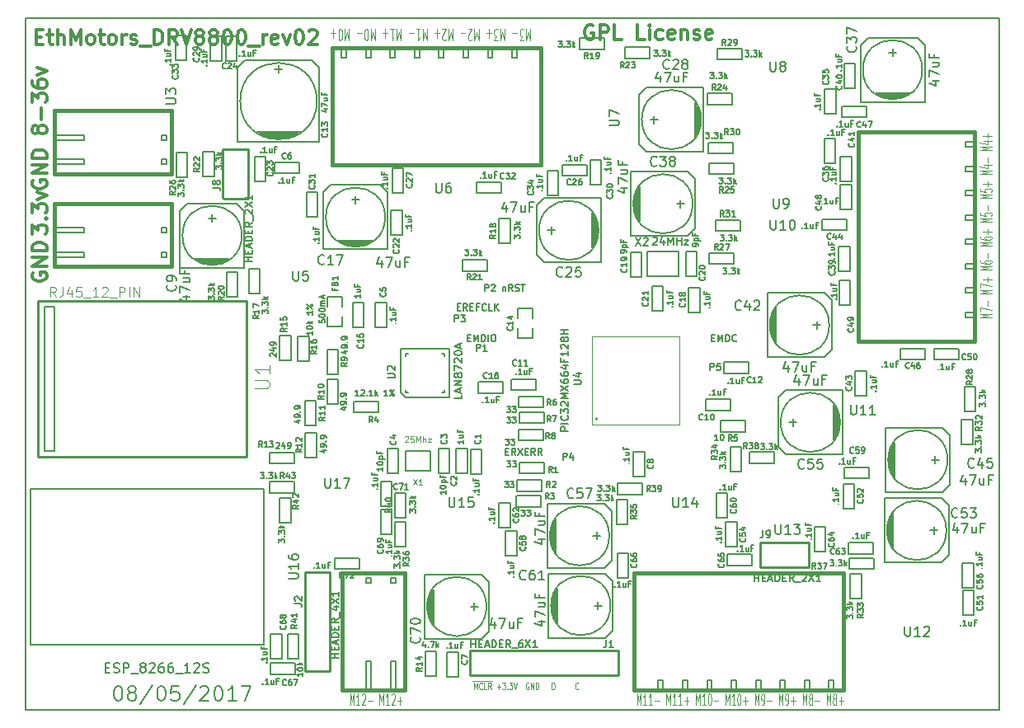
<source format=gto>
G04 #@! TF.FileFunction,Legend,Top*
%FSLAX46Y46*%
G04 Gerber Fmt 4.6, Leading zero omitted, Abs format (unit mm)*
G04 Created by KiCad (PCBNEW 4.0.6-e0-6349~53~ubuntu16.04.1) date Sat Aug  5 15:27:13 2017*
%MOMM*%
%LPD*%
G01*
G04 APERTURE LIST*
%ADD10C,0.150000*%
%ADD11C,0.200000*%
%ADD12C,0.100000*%
%ADD13C,0.300000*%
%ADD14C,0.125000*%
%ADD15C,0.381000*%
%ADD16C,0.127000*%
%ADD17C,0.254000*%
%ADD18C,0.149860*%
%ADD19C,0.200660*%
%ADD20C,0.099060*%
%ADD21C,0.190500*%
G04 APERTURE END LIST*
D10*
D11*
X86000000Y-124000000D02*
X86000000Y-53000000D01*
X186000000Y-124000000D02*
X86000000Y-124000000D01*
X186000000Y-53000000D02*
X186000000Y-124000000D01*
X86000000Y-53000000D02*
X186000000Y-53000000D01*
D12*
X119342857Y-123542857D02*
X119342857Y-122342857D01*
X119542857Y-123200000D01*
X119742857Y-122342857D01*
X119742857Y-123542857D01*
X120342857Y-123542857D02*
X120000000Y-123542857D01*
X120171428Y-123542857D02*
X120171428Y-122342857D01*
X120114285Y-122514286D01*
X120057143Y-122628571D01*
X120000000Y-122685714D01*
X120571429Y-122457143D02*
X120600000Y-122400000D01*
X120657143Y-122342857D01*
X120800000Y-122342857D01*
X120857143Y-122400000D01*
X120885714Y-122457143D01*
X120914286Y-122571429D01*
X120914286Y-122685714D01*
X120885714Y-122857143D01*
X120542857Y-123542857D01*
X120914286Y-123542857D01*
X121171429Y-123085714D02*
X121628572Y-123085714D01*
X122371429Y-123542857D02*
X122371429Y-122342857D01*
X122571429Y-123200000D01*
X122771429Y-122342857D01*
X122771429Y-123542857D01*
X123371429Y-123542857D02*
X123028572Y-123542857D01*
X123200000Y-123542857D02*
X123200000Y-122342857D01*
X123142857Y-122514286D01*
X123085715Y-122628571D01*
X123028572Y-122685714D01*
X123600001Y-122457143D02*
X123628572Y-122400000D01*
X123685715Y-122342857D01*
X123828572Y-122342857D01*
X123885715Y-122400000D01*
X123914286Y-122457143D01*
X123942858Y-122571429D01*
X123942858Y-122685714D01*
X123914286Y-122857143D01*
X123571429Y-123542857D01*
X123942858Y-123542857D01*
X124200001Y-123085714D02*
X124657144Y-123085714D01*
X124428573Y-123542857D02*
X124428573Y-122628571D01*
D13*
X86750000Y-69642857D02*
X86678571Y-69785714D01*
X86678571Y-70000000D01*
X86750000Y-70214285D01*
X86892857Y-70357143D01*
X87035714Y-70428571D01*
X87321429Y-70500000D01*
X87535714Y-70500000D01*
X87821429Y-70428571D01*
X87964286Y-70357143D01*
X88107143Y-70214285D01*
X88178571Y-70000000D01*
X88178571Y-69857143D01*
X88107143Y-69642857D01*
X88035714Y-69571428D01*
X87535714Y-69571428D01*
X87535714Y-69857143D01*
X88178571Y-68928571D02*
X86678571Y-68928571D01*
X88178571Y-68071428D01*
X86678571Y-68071428D01*
X88178571Y-67357142D02*
X86678571Y-67357142D01*
X86678571Y-66999999D01*
X86750000Y-66785714D01*
X86892857Y-66642856D01*
X87035714Y-66571428D01*
X87321429Y-66499999D01*
X87535714Y-66499999D01*
X87821429Y-66571428D01*
X87964286Y-66642856D01*
X88107143Y-66785714D01*
X88178571Y-66999999D01*
X88178571Y-67357142D01*
X86750000Y-79142857D02*
X86678571Y-79285714D01*
X86678571Y-79500000D01*
X86750000Y-79714285D01*
X86892857Y-79857143D01*
X87035714Y-79928571D01*
X87321429Y-80000000D01*
X87535714Y-80000000D01*
X87821429Y-79928571D01*
X87964286Y-79857143D01*
X88107143Y-79714285D01*
X88178571Y-79500000D01*
X88178571Y-79357143D01*
X88107143Y-79142857D01*
X88035714Y-79071428D01*
X87535714Y-79071428D01*
X87535714Y-79357143D01*
X88178571Y-78428571D02*
X86678571Y-78428571D01*
X88178571Y-77571428D01*
X86678571Y-77571428D01*
X88178571Y-76857142D02*
X86678571Y-76857142D01*
X86678571Y-76499999D01*
X86750000Y-76285714D01*
X86892857Y-76142856D01*
X87035714Y-76071428D01*
X87321429Y-75999999D01*
X87535714Y-75999999D01*
X87821429Y-76071428D01*
X87964286Y-76142856D01*
X88107143Y-76285714D01*
X88178571Y-76499999D01*
X88178571Y-76857142D01*
X144285714Y-53750000D02*
X144142857Y-53678571D01*
X143928571Y-53678571D01*
X143714286Y-53750000D01*
X143571428Y-53892857D01*
X143500000Y-54035714D01*
X143428571Y-54321429D01*
X143428571Y-54535714D01*
X143500000Y-54821429D01*
X143571428Y-54964286D01*
X143714286Y-55107143D01*
X143928571Y-55178571D01*
X144071428Y-55178571D01*
X144285714Y-55107143D01*
X144357143Y-55035714D01*
X144357143Y-54535714D01*
X144071428Y-54535714D01*
X145000000Y-55178571D02*
X145000000Y-53678571D01*
X145571428Y-53678571D01*
X145714286Y-53750000D01*
X145785714Y-53821429D01*
X145857143Y-53964286D01*
X145857143Y-54178571D01*
X145785714Y-54321429D01*
X145714286Y-54392857D01*
X145571428Y-54464286D01*
X145000000Y-54464286D01*
X147214286Y-55178571D02*
X146500000Y-55178571D01*
X146500000Y-53678571D01*
X149571429Y-55178571D02*
X148857143Y-55178571D01*
X148857143Y-53678571D01*
X150071429Y-55178571D02*
X150071429Y-54178571D01*
X150071429Y-53678571D02*
X150000000Y-53750000D01*
X150071429Y-53821429D01*
X150142857Y-53750000D01*
X150071429Y-53678571D01*
X150071429Y-53821429D01*
X151428572Y-55107143D02*
X151285715Y-55178571D01*
X151000001Y-55178571D01*
X150857143Y-55107143D01*
X150785715Y-55035714D01*
X150714286Y-54892857D01*
X150714286Y-54464286D01*
X150785715Y-54321429D01*
X150857143Y-54250000D01*
X151000001Y-54178571D01*
X151285715Y-54178571D01*
X151428572Y-54250000D01*
X152642857Y-55107143D02*
X152500000Y-55178571D01*
X152214286Y-55178571D01*
X152071429Y-55107143D01*
X152000000Y-54964286D01*
X152000000Y-54392857D01*
X152071429Y-54250000D01*
X152214286Y-54178571D01*
X152500000Y-54178571D01*
X152642857Y-54250000D01*
X152714286Y-54392857D01*
X152714286Y-54535714D01*
X152000000Y-54678571D01*
X153357143Y-54178571D02*
X153357143Y-55178571D01*
X153357143Y-54321429D02*
X153428571Y-54250000D01*
X153571429Y-54178571D01*
X153785714Y-54178571D01*
X153928571Y-54250000D01*
X154000000Y-54392857D01*
X154000000Y-55178571D01*
X154642857Y-55107143D02*
X154785714Y-55178571D01*
X155071429Y-55178571D01*
X155214286Y-55107143D01*
X155285714Y-54964286D01*
X155285714Y-54892857D01*
X155214286Y-54750000D01*
X155071429Y-54678571D01*
X154857143Y-54678571D01*
X154714286Y-54607143D01*
X154642857Y-54464286D01*
X154642857Y-54392857D01*
X154714286Y-54250000D01*
X154857143Y-54178571D01*
X155071429Y-54178571D01*
X155214286Y-54250000D01*
X156500000Y-55107143D02*
X156357143Y-55178571D01*
X156071429Y-55178571D01*
X155928572Y-55107143D01*
X155857143Y-54964286D01*
X155857143Y-54392857D01*
X155928572Y-54250000D01*
X156071429Y-54178571D01*
X156357143Y-54178571D01*
X156500000Y-54250000D01*
X156571429Y-54392857D01*
X156571429Y-54535714D01*
X155857143Y-54678571D01*
D12*
X148799999Y-123542857D02*
X148799999Y-122342857D01*
X148999999Y-123200000D01*
X149199999Y-122342857D01*
X149199999Y-123542857D01*
X149799999Y-123542857D02*
X149457142Y-123542857D01*
X149628570Y-123542857D02*
X149628570Y-122342857D01*
X149571427Y-122514286D01*
X149514285Y-122628571D01*
X149457142Y-122685714D01*
X150371428Y-123542857D02*
X150028571Y-123542857D01*
X150199999Y-123542857D02*
X150199999Y-122342857D01*
X150142856Y-122514286D01*
X150085714Y-122628571D01*
X150028571Y-122685714D01*
X150628571Y-123085714D02*
X151085714Y-123085714D01*
X151828571Y-123542857D02*
X151828571Y-122342857D01*
X152028571Y-123200000D01*
X152228571Y-122342857D01*
X152228571Y-123542857D01*
X152828571Y-123542857D02*
X152485714Y-123542857D01*
X152657142Y-123542857D02*
X152657142Y-122342857D01*
X152599999Y-122514286D01*
X152542857Y-122628571D01*
X152485714Y-122685714D01*
X153400000Y-123542857D02*
X153057143Y-123542857D01*
X153228571Y-123542857D02*
X153228571Y-122342857D01*
X153171428Y-122514286D01*
X153114286Y-122628571D01*
X153057143Y-122685714D01*
X153657143Y-123085714D02*
X154114286Y-123085714D01*
X153885715Y-123542857D02*
X153885715Y-122628571D01*
X154857143Y-123542857D02*
X154857143Y-122342857D01*
X155057143Y-123200000D01*
X155257143Y-122342857D01*
X155257143Y-123542857D01*
X155857143Y-123542857D02*
X155514286Y-123542857D01*
X155685714Y-123542857D02*
X155685714Y-122342857D01*
X155628571Y-122514286D01*
X155571429Y-122628571D01*
X155514286Y-122685714D01*
X156228572Y-122342857D02*
X156285715Y-122342857D01*
X156342858Y-122400000D01*
X156371429Y-122457143D01*
X156400000Y-122571429D01*
X156428572Y-122800000D01*
X156428572Y-123085714D01*
X156400000Y-123314286D01*
X156371429Y-123428571D01*
X156342858Y-123485714D01*
X156285715Y-123542857D01*
X156228572Y-123542857D01*
X156171429Y-123485714D01*
X156142858Y-123428571D01*
X156114286Y-123314286D01*
X156085715Y-123085714D01*
X156085715Y-122800000D01*
X156114286Y-122571429D01*
X156142858Y-122457143D01*
X156171429Y-122400000D01*
X156228572Y-122342857D01*
X156685715Y-123085714D02*
X157142858Y-123085714D01*
X157885715Y-123542857D02*
X157885715Y-122342857D01*
X158085715Y-123200000D01*
X158285715Y-122342857D01*
X158285715Y-123542857D01*
X158885715Y-123542857D02*
X158542858Y-123542857D01*
X158714286Y-123542857D02*
X158714286Y-122342857D01*
X158657143Y-122514286D01*
X158600001Y-122628571D01*
X158542858Y-122685714D01*
X159257144Y-122342857D02*
X159314287Y-122342857D01*
X159371430Y-122400000D01*
X159400001Y-122457143D01*
X159428572Y-122571429D01*
X159457144Y-122800000D01*
X159457144Y-123085714D01*
X159428572Y-123314286D01*
X159400001Y-123428571D01*
X159371430Y-123485714D01*
X159314287Y-123542857D01*
X159257144Y-123542857D01*
X159200001Y-123485714D01*
X159171430Y-123428571D01*
X159142858Y-123314286D01*
X159114287Y-123085714D01*
X159114287Y-122800000D01*
X159142858Y-122571429D01*
X159171430Y-122457143D01*
X159200001Y-122400000D01*
X159257144Y-122342857D01*
X159714287Y-123085714D02*
X160171430Y-123085714D01*
X159942859Y-123542857D02*
X159942859Y-122628571D01*
X160914287Y-123542857D02*
X160914287Y-122342857D01*
X161114287Y-123200000D01*
X161314287Y-122342857D01*
X161314287Y-123542857D01*
X161628573Y-123542857D02*
X161742858Y-123542857D01*
X161800001Y-123485714D01*
X161828573Y-123428571D01*
X161885715Y-123257143D01*
X161914287Y-123028571D01*
X161914287Y-122571429D01*
X161885715Y-122457143D01*
X161857144Y-122400000D01*
X161800001Y-122342857D01*
X161685715Y-122342857D01*
X161628573Y-122400000D01*
X161600001Y-122457143D01*
X161571430Y-122571429D01*
X161571430Y-122857143D01*
X161600001Y-122971429D01*
X161628573Y-123028571D01*
X161685715Y-123085714D01*
X161800001Y-123085714D01*
X161857144Y-123028571D01*
X161885715Y-122971429D01*
X161914287Y-122857143D01*
X162171430Y-123085714D02*
X162628573Y-123085714D01*
X163371430Y-123542857D02*
X163371430Y-122342857D01*
X163571430Y-123200000D01*
X163771430Y-122342857D01*
X163771430Y-123542857D01*
X164085716Y-123542857D02*
X164200001Y-123542857D01*
X164257144Y-123485714D01*
X164285716Y-123428571D01*
X164342858Y-123257143D01*
X164371430Y-123028571D01*
X164371430Y-122571429D01*
X164342858Y-122457143D01*
X164314287Y-122400000D01*
X164257144Y-122342857D01*
X164142858Y-122342857D01*
X164085716Y-122400000D01*
X164057144Y-122457143D01*
X164028573Y-122571429D01*
X164028573Y-122857143D01*
X164057144Y-122971429D01*
X164085716Y-123028571D01*
X164142858Y-123085714D01*
X164257144Y-123085714D01*
X164314287Y-123028571D01*
X164342858Y-122971429D01*
X164371430Y-122857143D01*
X164628573Y-123085714D02*
X165085716Y-123085714D01*
X164857145Y-123542857D02*
X164857145Y-122628571D01*
X165828573Y-123542857D02*
X165828573Y-122342857D01*
X166028573Y-123200000D01*
X166228573Y-122342857D01*
X166228573Y-123542857D01*
X166600001Y-122857143D02*
X166542859Y-122800000D01*
X166514287Y-122742857D01*
X166485716Y-122628571D01*
X166485716Y-122571429D01*
X166514287Y-122457143D01*
X166542859Y-122400000D01*
X166600001Y-122342857D01*
X166714287Y-122342857D01*
X166771430Y-122400000D01*
X166800001Y-122457143D01*
X166828573Y-122571429D01*
X166828573Y-122628571D01*
X166800001Y-122742857D01*
X166771430Y-122800000D01*
X166714287Y-122857143D01*
X166600001Y-122857143D01*
X166542859Y-122914286D01*
X166514287Y-122971429D01*
X166485716Y-123085714D01*
X166485716Y-123314286D01*
X166514287Y-123428571D01*
X166542859Y-123485714D01*
X166600001Y-123542857D01*
X166714287Y-123542857D01*
X166771430Y-123485714D01*
X166800001Y-123428571D01*
X166828573Y-123314286D01*
X166828573Y-123085714D01*
X166800001Y-122971429D01*
X166771430Y-122914286D01*
X166714287Y-122857143D01*
X167085716Y-123085714D02*
X167542859Y-123085714D01*
X168285716Y-123542857D02*
X168285716Y-122342857D01*
X168485716Y-123200000D01*
X168685716Y-122342857D01*
X168685716Y-123542857D01*
X169057144Y-122857143D02*
X169000002Y-122800000D01*
X168971430Y-122742857D01*
X168942859Y-122628571D01*
X168942859Y-122571429D01*
X168971430Y-122457143D01*
X169000002Y-122400000D01*
X169057144Y-122342857D01*
X169171430Y-122342857D01*
X169228573Y-122400000D01*
X169257144Y-122457143D01*
X169285716Y-122571429D01*
X169285716Y-122628571D01*
X169257144Y-122742857D01*
X169228573Y-122800000D01*
X169171430Y-122857143D01*
X169057144Y-122857143D01*
X169000002Y-122914286D01*
X168971430Y-122971429D01*
X168942859Y-123085714D01*
X168942859Y-123314286D01*
X168971430Y-123428571D01*
X169000002Y-123485714D01*
X169057144Y-123542857D01*
X169171430Y-123542857D01*
X169228573Y-123485714D01*
X169257144Y-123428571D01*
X169285716Y-123314286D01*
X169285716Y-123085714D01*
X169257144Y-122971429D01*
X169228573Y-122914286D01*
X169171430Y-122857143D01*
X169542859Y-123085714D02*
X170000002Y-123085714D01*
X169771431Y-123542857D02*
X169771431Y-122628571D01*
X185242857Y-83757143D02*
X184042857Y-83757143D01*
X184900000Y-83557143D01*
X184042857Y-83357143D01*
X185242857Y-83357143D01*
X184042857Y-83128572D02*
X184042857Y-82728572D01*
X185242857Y-82985715D01*
X184785714Y-82500000D02*
X184785714Y-82042857D01*
X185242857Y-81300000D02*
X184042857Y-81300000D01*
X184900000Y-81100000D01*
X184042857Y-80900000D01*
X185242857Y-80900000D01*
X184042857Y-80671429D02*
X184042857Y-80271429D01*
X185242857Y-80528572D01*
X184785714Y-80042857D02*
X184785714Y-79585714D01*
X185242857Y-79814285D02*
X184328571Y-79814285D01*
X185242857Y-78842857D02*
X184042857Y-78842857D01*
X184900000Y-78642857D01*
X184042857Y-78442857D01*
X185242857Y-78442857D01*
X184042857Y-77900000D02*
X184042857Y-78014286D01*
X184100000Y-78071429D01*
X184157143Y-78100000D01*
X184328571Y-78157143D01*
X184557143Y-78185714D01*
X185014286Y-78185714D01*
X185128571Y-78157143D01*
X185185714Y-78128571D01*
X185242857Y-78071429D01*
X185242857Y-77957143D01*
X185185714Y-77900000D01*
X185128571Y-77871429D01*
X185014286Y-77842857D01*
X184728571Y-77842857D01*
X184614286Y-77871429D01*
X184557143Y-77900000D01*
X184500000Y-77957143D01*
X184500000Y-78071429D01*
X184557143Y-78128571D01*
X184614286Y-78157143D01*
X184728571Y-78185714D01*
X184785714Y-77585714D02*
X184785714Y-77128571D01*
X185242857Y-76385714D02*
X184042857Y-76385714D01*
X184900000Y-76185714D01*
X184042857Y-75985714D01*
X185242857Y-75985714D01*
X184042857Y-75442857D02*
X184042857Y-75557143D01*
X184100000Y-75614286D01*
X184157143Y-75642857D01*
X184328571Y-75700000D01*
X184557143Y-75728571D01*
X185014286Y-75728571D01*
X185128571Y-75700000D01*
X185185714Y-75671428D01*
X185242857Y-75614286D01*
X185242857Y-75500000D01*
X185185714Y-75442857D01*
X185128571Y-75414286D01*
X185014286Y-75385714D01*
X184728571Y-75385714D01*
X184614286Y-75414286D01*
X184557143Y-75442857D01*
X184500000Y-75500000D01*
X184500000Y-75614286D01*
X184557143Y-75671428D01*
X184614286Y-75700000D01*
X184728571Y-75728571D01*
X184785714Y-75128571D02*
X184785714Y-74671428D01*
X185242857Y-74899999D02*
X184328571Y-74899999D01*
X185242857Y-73928571D02*
X184042857Y-73928571D01*
X184900000Y-73728571D01*
X184042857Y-73528571D01*
X185242857Y-73528571D01*
X184042857Y-72957143D02*
X184042857Y-73242857D01*
X184614286Y-73271428D01*
X184557143Y-73242857D01*
X184500000Y-73185714D01*
X184500000Y-73042857D01*
X184557143Y-72985714D01*
X184614286Y-72957143D01*
X184728571Y-72928571D01*
X185014286Y-72928571D01*
X185128571Y-72957143D01*
X185185714Y-72985714D01*
X185242857Y-73042857D01*
X185242857Y-73185714D01*
X185185714Y-73242857D01*
X185128571Y-73271428D01*
X184785714Y-72671428D02*
X184785714Y-72214285D01*
X185242857Y-71471428D02*
X184042857Y-71471428D01*
X184900000Y-71271428D01*
X184042857Y-71071428D01*
X185242857Y-71071428D01*
X184042857Y-70500000D02*
X184042857Y-70785714D01*
X184614286Y-70814285D01*
X184557143Y-70785714D01*
X184500000Y-70728571D01*
X184500000Y-70585714D01*
X184557143Y-70528571D01*
X184614286Y-70500000D01*
X184728571Y-70471428D01*
X185014286Y-70471428D01*
X185128571Y-70500000D01*
X185185714Y-70528571D01*
X185242857Y-70585714D01*
X185242857Y-70728571D01*
X185185714Y-70785714D01*
X185128571Y-70814285D01*
X184785714Y-70214285D02*
X184785714Y-69757142D01*
X185242857Y-69985713D02*
X184328571Y-69985713D01*
X185242857Y-69014285D02*
X184042857Y-69014285D01*
X184900000Y-68814285D01*
X184042857Y-68614285D01*
X185242857Y-68614285D01*
X184442857Y-68071428D02*
X185242857Y-68071428D01*
X183985714Y-68214285D02*
X184842857Y-68357142D01*
X184842857Y-67985714D01*
X184785714Y-67757142D02*
X184785714Y-67299999D01*
X185242857Y-66557142D02*
X184042857Y-66557142D01*
X184900000Y-66357142D01*
X184042857Y-66157142D01*
X185242857Y-66157142D01*
X184442857Y-65614285D02*
X185242857Y-65614285D01*
X183985714Y-65757142D02*
X184842857Y-65899999D01*
X184842857Y-65528571D01*
X184785714Y-65299999D02*
X184785714Y-64842856D01*
X185242857Y-65071427D02*
X184328571Y-65071427D01*
D13*
X86678571Y-75142856D02*
X86678571Y-74214285D01*
X87250000Y-74714285D01*
X87250000Y-74499999D01*
X87321429Y-74357142D01*
X87392857Y-74285713D01*
X87535714Y-74214285D01*
X87892857Y-74214285D01*
X88035714Y-74285713D01*
X88107143Y-74357142D01*
X88178571Y-74499999D01*
X88178571Y-74928571D01*
X88107143Y-75071428D01*
X88035714Y-75142856D01*
X88035714Y-73571428D02*
X88107143Y-73500000D01*
X88178571Y-73571428D01*
X88107143Y-73642857D01*
X88035714Y-73571428D01*
X88178571Y-73571428D01*
X86678571Y-72999999D02*
X86678571Y-72071428D01*
X87250000Y-72571428D01*
X87250000Y-72357142D01*
X87321429Y-72214285D01*
X87392857Y-72142856D01*
X87535714Y-72071428D01*
X87892857Y-72071428D01*
X88035714Y-72142856D01*
X88107143Y-72214285D01*
X88178571Y-72357142D01*
X88178571Y-72785714D01*
X88107143Y-72928571D01*
X88035714Y-72999999D01*
X87178571Y-71571428D02*
X88178571Y-71214285D01*
X87178571Y-70857143D01*
X87321429Y-64571427D02*
X87250000Y-64714285D01*
X87178571Y-64785713D01*
X87035714Y-64857142D01*
X86964286Y-64857142D01*
X86821429Y-64785713D01*
X86750000Y-64714285D01*
X86678571Y-64571427D01*
X86678571Y-64285713D01*
X86750000Y-64142856D01*
X86821429Y-64071427D01*
X86964286Y-63999999D01*
X87035714Y-63999999D01*
X87178571Y-64071427D01*
X87250000Y-64142856D01*
X87321429Y-64285713D01*
X87321429Y-64571427D01*
X87392857Y-64714285D01*
X87464286Y-64785713D01*
X87607143Y-64857142D01*
X87892857Y-64857142D01*
X88035714Y-64785713D01*
X88107143Y-64714285D01*
X88178571Y-64571427D01*
X88178571Y-64285713D01*
X88107143Y-64142856D01*
X88035714Y-64071427D01*
X87892857Y-63999999D01*
X87607143Y-63999999D01*
X87464286Y-64071427D01*
X87392857Y-64142856D01*
X87321429Y-64285713D01*
X87607143Y-63357142D02*
X87607143Y-62214285D01*
X86678571Y-61642856D02*
X86678571Y-60714285D01*
X87250000Y-61214285D01*
X87250000Y-60999999D01*
X87321429Y-60857142D01*
X87392857Y-60785713D01*
X87535714Y-60714285D01*
X87892857Y-60714285D01*
X88035714Y-60785713D01*
X88107143Y-60857142D01*
X88178571Y-60999999D01*
X88178571Y-61428571D01*
X88107143Y-61571428D01*
X88035714Y-61642856D01*
X86678571Y-59428571D02*
X86678571Y-59714285D01*
X86750000Y-59857142D01*
X86821429Y-59928571D01*
X87035714Y-60071428D01*
X87321429Y-60142857D01*
X87892857Y-60142857D01*
X88035714Y-60071428D01*
X88107143Y-60000000D01*
X88178571Y-59857142D01*
X88178571Y-59571428D01*
X88107143Y-59428571D01*
X88035714Y-59357142D01*
X87892857Y-59285714D01*
X87535714Y-59285714D01*
X87392857Y-59357142D01*
X87321429Y-59428571D01*
X87250000Y-59571428D01*
X87250000Y-59857142D01*
X87321429Y-60000000D01*
X87392857Y-60071428D01*
X87535714Y-60142857D01*
X87178571Y-58785714D02*
X88178571Y-58428571D01*
X87178571Y-58071429D01*
D12*
X137870239Y-54082143D02*
X137870239Y-55282143D01*
X137653572Y-54425000D01*
X137436906Y-55282143D01*
X137436906Y-54082143D01*
X137189287Y-55282143D02*
X136786906Y-55282143D01*
X137003573Y-54825000D01*
X136910715Y-54825000D01*
X136848811Y-54767857D01*
X136817858Y-54710714D01*
X136786906Y-54596429D01*
X136786906Y-54310714D01*
X136817858Y-54196429D01*
X136848811Y-54139286D01*
X136910715Y-54082143D01*
X137096430Y-54082143D01*
X137158334Y-54139286D01*
X137189287Y-54196429D01*
X136508334Y-54539286D02*
X136013096Y-54539286D01*
X135208334Y-54082143D02*
X135208334Y-55282143D01*
X134991667Y-54425000D01*
X134775001Y-55282143D01*
X134775001Y-54082143D01*
X134527382Y-55282143D02*
X134125001Y-55282143D01*
X134341668Y-54825000D01*
X134248810Y-54825000D01*
X134186906Y-54767857D01*
X134155953Y-54710714D01*
X134125001Y-54596429D01*
X134125001Y-54310714D01*
X134155953Y-54196429D01*
X134186906Y-54139286D01*
X134248810Y-54082143D01*
X134434525Y-54082143D01*
X134496429Y-54139286D01*
X134527382Y-54196429D01*
X133846429Y-54539286D02*
X133351191Y-54539286D01*
X133598810Y-54082143D02*
X133598810Y-54996429D01*
X132546429Y-54082143D02*
X132546429Y-55282143D01*
X132329762Y-54425000D01*
X132113096Y-55282143D01*
X132113096Y-54082143D01*
X131834524Y-55167857D02*
X131803572Y-55225000D01*
X131741667Y-55282143D01*
X131586905Y-55282143D01*
X131525001Y-55225000D01*
X131494048Y-55167857D01*
X131463096Y-55053571D01*
X131463096Y-54939286D01*
X131494048Y-54767857D01*
X131865477Y-54082143D01*
X131463096Y-54082143D01*
X131184524Y-54539286D02*
X130689286Y-54539286D01*
X129884524Y-54082143D02*
X129884524Y-55282143D01*
X129667857Y-54425000D01*
X129451191Y-55282143D01*
X129451191Y-54082143D01*
X129172619Y-55167857D02*
X129141667Y-55225000D01*
X129079762Y-55282143D01*
X128925000Y-55282143D01*
X128863096Y-55225000D01*
X128832143Y-55167857D01*
X128801191Y-55053571D01*
X128801191Y-54939286D01*
X128832143Y-54767857D01*
X129203572Y-54082143D01*
X128801191Y-54082143D01*
X128522619Y-54539286D02*
X128027381Y-54539286D01*
X128275000Y-54082143D02*
X128275000Y-54996429D01*
X127222619Y-54082143D02*
X127222619Y-55282143D01*
X127005952Y-54425000D01*
X126789286Y-55282143D01*
X126789286Y-54082143D01*
X126139286Y-54082143D02*
X126510714Y-54082143D01*
X126325000Y-54082143D02*
X126325000Y-55282143D01*
X126386905Y-55110714D01*
X126448810Y-54996429D01*
X126510714Y-54939286D01*
X125860714Y-54539286D02*
X125365476Y-54539286D01*
X124560714Y-54082143D02*
X124560714Y-55282143D01*
X124344047Y-54425000D01*
X124127381Y-55282143D01*
X124127381Y-54082143D01*
X123477381Y-54082143D02*
X123848809Y-54082143D01*
X123663095Y-54082143D02*
X123663095Y-55282143D01*
X123725000Y-55110714D01*
X123786905Y-54996429D01*
X123848809Y-54939286D01*
X123198809Y-54539286D02*
X122703571Y-54539286D01*
X122951190Y-54082143D02*
X122951190Y-54996429D01*
X121898809Y-54082143D02*
X121898809Y-55282143D01*
X121682142Y-54425000D01*
X121465476Y-55282143D01*
X121465476Y-54082143D01*
X121032143Y-55282143D02*
X120970238Y-55282143D01*
X120908333Y-55225000D01*
X120877381Y-55167857D01*
X120846428Y-55053571D01*
X120815476Y-54825000D01*
X120815476Y-54539286D01*
X120846428Y-54310714D01*
X120877381Y-54196429D01*
X120908333Y-54139286D01*
X120970238Y-54082143D01*
X121032143Y-54082143D01*
X121094047Y-54139286D01*
X121125000Y-54196429D01*
X121155952Y-54310714D01*
X121186904Y-54539286D01*
X121186904Y-54825000D01*
X121155952Y-55053571D01*
X121125000Y-55167857D01*
X121094047Y-55225000D01*
X121032143Y-55282143D01*
X120536904Y-54539286D02*
X120041666Y-54539286D01*
X119236904Y-54082143D02*
X119236904Y-55282143D01*
X119020237Y-54425000D01*
X118803571Y-55282143D01*
X118803571Y-54082143D01*
X118370238Y-55282143D02*
X118308333Y-55282143D01*
X118246428Y-55225000D01*
X118215476Y-55167857D01*
X118184523Y-55053571D01*
X118153571Y-54825000D01*
X118153571Y-54539286D01*
X118184523Y-54310714D01*
X118215476Y-54196429D01*
X118246428Y-54139286D01*
X118308333Y-54082143D01*
X118370238Y-54082143D01*
X118432142Y-54139286D01*
X118463095Y-54196429D01*
X118494047Y-54310714D01*
X118524999Y-54539286D01*
X118524999Y-54825000D01*
X118494047Y-55053571D01*
X118463095Y-55167857D01*
X118432142Y-55225000D01*
X118370238Y-55282143D01*
X117874999Y-54539286D02*
X117379761Y-54539286D01*
X117627380Y-54082143D02*
X117627380Y-54996429D01*
D13*
X87107145Y-54892857D02*
X87607145Y-54892857D01*
X87821431Y-55678571D02*
X87107145Y-55678571D01*
X87107145Y-54178571D01*
X87821431Y-54178571D01*
X88250002Y-54678571D02*
X88821431Y-54678571D01*
X88464288Y-54178571D02*
X88464288Y-55464286D01*
X88535716Y-55607143D01*
X88678574Y-55678571D01*
X88821431Y-55678571D01*
X89321431Y-55678571D02*
X89321431Y-54178571D01*
X89964288Y-55678571D02*
X89964288Y-54892857D01*
X89892859Y-54750000D01*
X89750002Y-54678571D01*
X89535717Y-54678571D01*
X89392859Y-54750000D01*
X89321431Y-54821429D01*
X90678574Y-55678571D02*
X90678574Y-54178571D01*
X91178574Y-55250000D01*
X91678574Y-54178571D01*
X91678574Y-55678571D01*
X92607146Y-55678571D02*
X92464288Y-55607143D01*
X92392860Y-55535714D01*
X92321431Y-55392857D01*
X92321431Y-54964286D01*
X92392860Y-54821429D01*
X92464288Y-54750000D01*
X92607146Y-54678571D01*
X92821431Y-54678571D01*
X92964288Y-54750000D01*
X93035717Y-54821429D01*
X93107146Y-54964286D01*
X93107146Y-55392857D01*
X93035717Y-55535714D01*
X92964288Y-55607143D01*
X92821431Y-55678571D01*
X92607146Y-55678571D01*
X93535717Y-54678571D02*
X94107146Y-54678571D01*
X93750003Y-54178571D02*
X93750003Y-55464286D01*
X93821431Y-55607143D01*
X93964289Y-55678571D01*
X94107146Y-55678571D01*
X94821432Y-55678571D02*
X94678574Y-55607143D01*
X94607146Y-55535714D01*
X94535717Y-55392857D01*
X94535717Y-54964286D01*
X94607146Y-54821429D01*
X94678574Y-54750000D01*
X94821432Y-54678571D01*
X95035717Y-54678571D01*
X95178574Y-54750000D01*
X95250003Y-54821429D01*
X95321432Y-54964286D01*
X95321432Y-55392857D01*
X95250003Y-55535714D01*
X95178574Y-55607143D01*
X95035717Y-55678571D01*
X94821432Y-55678571D01*
X95964289Y-55678571D02*
X95964289Y-54678571D01*
X95964289Y-54964286D02*
X96035717Y-54821429D01*
X96107146Y-54750000D01*
X96250003Y-54678571D01*
X96392860Y-54678571D01*
X96821431Y-55607143D02*
X96964288Y-55678571D01*
X97250003Y-55678571D01*
X97392860Y-55607143D01*
X97464288Y-55464286D01*
X97464288Y-55392857D01*
X97392860Y-55250000D01*
X97250003Y-55178571D01*
X97035717Y-55178571D01*
X96892860Y-55107143D01*
X96821431Y-54964286D01*
X96821431Y-54892857D01*
X96892860Y-54750000D01*
X97035717Y-54678571D01*
X97250003Y-54678571D01*
X97392860Y-54750000D01*
X97750003Y-55821429D02*
X98892860Y-55821429D01*
X99250003Y-55678571D02*
X99250003Y-54178571D01*
X99607146Y-54178571D01*
X99821431Y-54250000D01*
X99964289Y-54392857D01*
X100035717Y-54535714D01*
X100107146Y-54821429D01*
X100107146Y-55035714D01*
X100035717Y-55321429D01*
X99964289Y-55464286D01*
X99821431Y-55607143D01*
X99607146Y-55678571D01*
X99250003Y-55678571D01*
X101607146Y-55678571D02*
X101107146Y-54964286D01*
X100750003Y-55678571D02*
X100750003Y-54178571D01*
X101321431Y-54178571D01*
X101464289Y-54250000D01*
X101535717Y-54321429D01*
X101607146Y-54464286D01*
X101607146Y-54678571D01*
X101535717Y-54821429D01*
X101464289Y-54892857D01*
X101321431Y-54964286D01*
X100750003Y-54964286D01*
X102035717Y-54178571D02*
X102535717Y-55678571D01*
X103035717Y-54178571D01*
X103750003Y-54821429D02*
X103607145Y-54750000D01*
X103535717Y-54678571D01*
X103464288Y-54535714D01*
X103464288Y-54464286D01*
X103535717Y-54321429D01*
X103607145Y-54250000D01*
X103750003Y-54178571D01*
X104035717Y-54178571D01*
X104178574Y-54250000D01*
X104250003Y-54321429D01*
X104321431Y-54464286D01*
X104321431Y-54535714D01*
X104250003Y-54678571D01*
X104178574Y-54750000D01*
X104035717Y-54821429D01*
X103750003Y-54821429D01*
X103607145Y-54892857D01*
X103535717Y-54964286D01*
X103464288Y-55107143D01*
X103464288Y-55392857D01*
X103535717Y-55535714D01*
X103607145Y-55607143D01*
X103750003Y-55678571D01*
X104035717Y-55678571D01*
X104178574Y-55607143D01*
X104250003Y-55535714D01*
X104321431Y-55392857D01*
X104321431Y-55107143D01*
X104250003Y-54964286D01*
X104178574Y-54892857D01*
X104035717Y-54821429D01*
X105178574Y-54821429D02*
X105035716Y-54750000D01*
X104964288Y-54678571D01*
X104892859Y-54535714D01*
X104892859Y-54464286D01*
X104964288Y-54321429D01*
X105035716Y-54250000D01*
X105178574Y-54178571D01*
X105464288Y-54178571D01*
X105607145Y-54250000D01*
X105678574Y-54321429D01*
X105750002Y-54464286D01*
X105750002Y-54535714D01*
X105678574Y-54678571D01*
X105607145Y-54750000D01*
X105464288Y-54821429D01*
X105178574Y-54821429D01*
X105035716Y-54892857D01*
X104964288Y-54964286D01*
X104892859Y-55107143D01*
X104892859Y-55392857D01*
X104964288Y-55535714D01*
X105035716Y-55607143D01*
X105178574Y-55678571D01*
X105464288Y-55678571D01*
X105607145Y-55607143D01*
X105678574Y-55535714D01*
X105750002Y-55392857D01*
X105750002Y-55107143D01*
X105678574Y-54964286D01*
X105607145Y-54892857D01*
X105464288Y-54821429D01*
X106678573Y-54178571D02*
X106821430Y-54178571D01*
X106964287Y-54250000D01*
X107035716Y-54321429D01*
X107107145Y-54464286D01*
X107178573Y-54750000D01*
X107178573Y-55107143D01*
X107107145Y-55392857D01*
X107035716Y-55535714D01*
X106964287Y-55607143D01*
X106821430Y-55678571D01*
X106678573Y-55678571D01*
X106535716Y-55607143D01*
X106464287Y-55535714D01*
X106392859Y-55392857D01*
X106321430Y-55107143D01*
X106321430Y-54750000D01*
X106392859Y-54464286D01*
X106464287Y-54321429D01*
X106535716Y-54250000D01*
X106678573Y-54178571D01*
X108107144Y-54178571D02*
X108250001Y-54178571D01*
X108392858Y-54250000D01*
X108464287Y-54321429D01*
X108535716Y-54464286D01*
X108607144Y-54750000D01*
X108607144Y-55107143D01*
X108535716Y-55392857D01*
X108464287Y-55535714D01*
X108392858Y-55607143D01*
X108250001Y-55678571D01*
X108107144Y-55678571D01*
X107964287Y-55607143D01*
X107892858Y-55535714D01*
X107821430Y-55392857D01*
X107750001Y-55107143D01*
X107750001Y-54750000D01*
X107821430Y-54464286D01*
X107892858Y-54321429D01*
X107964287Y-54250000D01*
X108107144Y-54178571D01*
X108892858Y-55821429D02*
X110035715Y-55821429D01*
X110392858Y-55678571D02*
X110392858Y-54678571D01*
X110392858Y-54964286D02*
X110464286Y-54821429D01*
X110535715Y-54750000D01*
X110678572Y-54678571D01*
X110821429Y-54678571D01*
X111892857Y-55607143D02*
X111750000Y-55678571D01*
X111464286Y-55678571D01*
X111321429Y-55607143D01*
X111250000Y-55464286D01*
X111250000Y-54892857D01*
X111321429Y-54750000D01*
X111464286Y-54678571D01*
X111750000Y-54678571D01*
X111892857Y-54750000D01*
X111964286Y-54892857D01*
X111964286Y-55035714D01*
X111250000Y-55178571D01*
X112464286Y-54678571D02*
X112821429Y-55678571D01*
X113178571Y-54678571D01*
X114035714Y-54178571D02*
X114178571Y-54178571D01*
X114321428Y-54250000D01*
X114392857Y-54321429D01*
X114464286Y-54464286D01*
X114535714Y-54750000D01*
X114535714Y-55107143D01*
X114464286Y-55392857D01*
X114392857Y-55535714D01*
X114321428Y-55607143D01*
X114178571Y-55678571D01*
X114035714Y-55678571D01*
X113892857Y-55607143D01*
X113821428Y-55535714D01*
X113750000Y-55392857D01*
X113678571Y-55107143D01*
X113678571Y-54750000D01*
X113750000Y-54464286D01*
X113821428Y-54321429D01*
X113892857Y-54250000D01*
X114035714Y-54178571D01*
X115107142Y-54321429D02*
X115178571Y-54250000D01*
X115321428Y-54178571D01*
X115678571Y-54178571D01*
X115821428Y-54250000D01*
X115892857Y-54321429D01*
X115964285Y-54464286D01*
X115964285Y-54607143D01*
X115892857Y-54821429D01*
X115035714Y-55678571D01*
X115964285Y-55678571D01*
D11*
X95457144Y-121578571D02*
X95600001Y-121578571D01*
X95742858Y-121650000D01*
X95814287Y-121721429D01*
X95885716Y-121864286D01*
X95957144Y-122150000D01*
X95957144Y-122507143D01*
X95885716Y-122792857D01*
X95814287Y-122935714D01*
X95742858Y-123007143D01*
X95600001Y-123078571D01*
X95457144Y-123078571D01*
X95314287Y-123007143D01*
X95242858Y-122935714D01*
X95171430Y-122792857D01*
X95100001Y-122507143D01*
X95100001Y-122150000D01*
X95171430Y-121864286D01*
X95242858Y-121721429D01*
X95314287Y-121650000D01*
X95457144Y-121578571D01*
X96814287Y-122221429D02*
X96671429Y-122150000D01*
X96600001Y-122078571D01*
X96528572Y-121935714D01*
X96528572Y-121864286D01*
X96600001Y-121721429D01*
X96671429Y-121650000D01*
X96814287Y-121578571D01*
X97100001Y-121578571D01*
X97242858Y-121650000D01*
X97314287Y-121721429D01*
X97385715Y-121864286D01*
X97385715Y-121935714D01*
X97314287Y-122078571D01*
X97242858Y-122150000D01*
X97100001Y-122221429D01*
X96814287Y-122221429D01*
X96671429Y-122292857D01*
X96600001Y-122364286D01*
X96528572Y-122507143D01*
X96528572Y-122792857D01*
X96600001Y-122935714D01*
X96671429Y-123007143D01*
X96814287Y-123078571D01*
X97100001Y-123078571D01*
X97242858Y-123007143D01*
X97314287Y-122935714D01*
X97385715Y-122792857D01*
X97385715Y-122507143D01*
X97314287Y-122364286D01*
X97242858Y-122292857D01*
X97100001Y-122221429D01*
X99100000Y-121507143D02*
X97814286Y-123435714D01*
X99885715Y-121578571D02*
X100028572Y-121578571D01*
X100171429Y-121650000D01*
X100242858Y-121721429D01*
X100314287Y-121864286D01*
X100385715Y-122150000D01*
X100385715Y-122507143D01*
X100314287Y-122792857D01*
X100242858Y-122935714D01*
X100171429Y-123007143D01*
X100028572Y-123078571D01*
X99885715Y-123078571D01*
X99742858Y-123007143D01*
X99671429Y-122935714D01*
X99600001Y-122792857D01*
X99528572Y-122507143D01*
X99528572Y-122150000D01*
X99600001Y-121864286D01*
X99671429Y-121721429D01*
X99742858Y-121650000D01*
X99885715Y-121578571D01*
X101742858Y-121578571D02*
X101028572Y-121578571D01*
X100957143Y-122292857D01*
X101028572Y-122221429D01*
X101171429Y-122150000D01*
X101528572Y-122150000D01*
X101671429Y-122221429D01*
X101742858Y-122292857D01*
X101814286Y-122435714D01*
X101814286Y-122792857D01*
X101742858Y-122935714D01*
X101671429Y-123007143D01*
X101528572Y-123078571D01*
X101171429Y-123078571D01*
X101028572Y-123007143D01*
X100957143Y-122935714D01*
X103528571Y-121507143D02*
X102242857Y-123435714D01*
X103957143Y-121721429D02*
X104028572Y-121650000D01*
X104171429Y-121578571D01*
X104528572Y-121578571D01*
X104671429Y-121650000D01*
X104742858Y-121721429D01*
X104814286Y-121864286D01*
X104814286Y-122007143D01*
X104742858Y-122221429D01*
X103885715Y-123078571D01*
X104814286Y-123078571D01*
X105742857Y-121578571D02*
X105885714Y-121578571D01*
X106028571Y-121650000D01*
X106100000Y-121721429D01*
X106171429Y-121864286D01*
X106242857Y-122150000D01*
X106242857Y-122507143D01*
X106171429Y-122792857D01*
X106100000Y-122935714D01*
X106028571Y-123007143D01*
X105885714Y-123078571D01*
X105742857Y-123078571D01*
X105600000Y-123007143D01*
X105528571Y-122935714D01*
X105457143Y-122792857D01*
X105385714Y-122507143D01*
X105385714Y-122150000D01*
X105457143Y-121864286D01*
X105528571Y-121721429D01*
X105600000Y-121650000D01*
X105742857Y-121578571D01*
X107671428Y-123078571D02*
X106814285Y-123078571D01*
X107242857Y-123078571D02*
X107242857Y-121578571D01*
X107100000Y-121792857D01*
X106957142Y-121935714D01*
X106814285Y-122007143D01*
X108171428Y-121578571D02*
X109171428Y-121578571D01*
X108528571Y-123078571D01*
D14*
X132054765Y-121916667D02*
X132054765Y-121216667D01*
X132221431Y-121716667D01*
X132388098Y-121216667D01*
X132388098Y-121916667D01*
X132911908Y-121850000D02*
X132888098Y-121883333D01*
X132816670Y-121916667D01*
X132769051Y-121916667D01*
X132697622Y-121883333D01*
X132650003Y-121816667D01*
X132626194Y-121750000D01*
X132602384Y-121616667D01*
X132602384Y-121516667D01*
X132626194Y-121383333D01*
X132650003Y-121316667D01*
X132697622Y-121250000D01*
X132769051Y-121216667D01*
X132816670Y-121216667D01*
X132888098Y-121250000D01*
X132911908Y-121283333D01*
X133364289Y-121916667D02*
X133126194Y-121916667D01*
X133126194Y-121216667D01*
X133816670Y-121916667D02*
X133650003Y-121583333D01*
X133530956Y-121916667D02*
X133530956Y-121216667D01*
X133721432Y-121216667D01*
X133769051Y-121250000D01*
X133792860Y-121283333D01*
X133816670Y-121350000D01*
X133816670Y-121450000D01*
X133792860Y-121516667D01*
X133769051Y-121550000D01*
X133721432Y-121583333D01*
X133530956Y-121583333D01*
X131935717Y-121096000D02*
X133911908Y-121096000D01*
X134411908Y-121650000D02*
X134792860Y-121650000D01*
X134602384Y-121916667D02*
X134602384Y-121383333D01*
X134983337Y-121216667D02*
X135292860Y-121216667D01*
X135126194Y-121483333D01*
X135197622Y-121483333D01*
X135245241Y-121516667D01*
X135269051Y-121550000D01*
X135292860Y-121616667D01*
X135292860Y-121783333D01*
X135269051Y-121850000D01*
X135245241Y-121883333D01*
X135197622Y-121916667D01*
X135054765Y-121916667D01*
X135007146Y-121883333D01*
X134983337Y-121850000D01*
X135507146Y-121850000D02*
X135530955Y-121883333D01*
X135507146Y-121916667D01*
X135483336Y-121883333D01*
X135507146Y-121850000D01*
X135507146Y-121916667D01*
X135697622Y-121216667D02*
X136007145Y-121216667D01*
X135840479Y-121483333D01*
X135911907Y-121483333D01*
X135959526Y-121516667D01*
X135983336Y-121550000D01*
X136007145Y-121616667D01*
X136007145Y-121783333D01*
X135983336Y-121850000D01*
X135959526Y-121883333D01*
X135911907Y-121916667D01*
X135769050Y-121916667D01*
X135721431Y-121883333D01*
X135697622Y-121850000D01*
X136150002Y-121216667D02*
X136316669Y-121916667D01*
X136483335Y-121216667D01*
X137673810Y-121250000D02*
X137626191Y-121216667D01*
X137554763Y-121216667D01*
X137483334Y-121250000D01*
X137435715Y-121316667D01*
X137411906Y-121383333D01*
X137388096Y-121516667D01*
X137388096Y-121616667D01*
X137411906Y-121750000D01*
X137435715Y-121816667D01*
X137483334Y-121883333D01*
X137554763Y-121916667D01*
X137602382Y-121916667D01*
X137673810Y-121883333D01*
X137697620Y-121850000D01*
X137697620Y-121616667D01*
X137602382Y-121616667D01*
X137911906Y-121916667D02*
X137911906Y-121216667D01*
X138197620Y-121916667D01*
X138197620Y-121216667D01*
X138435716Y-121916667D02*
X138435716Y-121216667D01*
X138554763Y-121216667D01*
X138626192Y-121250000D01*
X138673811Y-121316667D01*
X138697620Y-121383333D01*
X138721430Y-121516667D01*
X138721430Y-121616667D01*
X138697620Y-121750000D01*
X138673811Y-121816667D01*
X138626192Y-121883333D01*
X138554763Y-121916667D01*
X138435716Y-121916667D01*
X140078572Y-121916667D02*
X140078572Y-121216667D01*
X140197619Y-121216667D01*
X140269048Y-121250000D01*
X140316667Y-121316667D01*
X140340476Y-121383333D01*
X140364286Y-121516667D01*
X140364286Y-121616667D01*
X140340476Y-121750000D01*
X140316667Y-121816667D01*
X140269048Y-121883333D01*
X140197619Y-121916667D01*
X140078572Y-121916667D01*
X142769046Y-121850000D02*
X142745236Y-121883333D01*
X142673808Y-121916667D01*
X142626189Y-121916667D01*
X142554760Y-121883333D01*
X142507141Y-121816667D01*
X142483332Y-121750000D01*
X142459522Y-121616667D01*
X142459522Y-121516667D01*
X142483332Y-121383333D01*
X142507141Y-121316667D01*
X142554760Y-121250000D01*
X142626189Y-121216667D01*
X142673808Y-121216667D01*
X142745236Y-121250000D01*
X142769046Y-121283333D01*
D10*
X126475000Y-56025000D02*
X126475000Y-57025000D01*
X125975000Y-57025000D02*
X125975000Y-56025000D01*
X126475000Y-57025000D02*
X125975000Y-57025000D01*
X123975000Y-57025000D02*
X123475000Y-57025000D01*
X123475000Y-57025000D02*
X123475000Y-56025000D01*
X123975000Y-56025000D02*
X123975000Y-57025000D01*
X121475000Y-56025000D02*
X121475000Y-57025000D01*
X120975000Y-57025000D02*
X120975000Y-56025000D01*
X121475000Y-57025000D02*
X120975000Y-57025000D01*
X118975000Y-57025000D02*
X118475000Y-57025000D01*
X118475000Y-57025000D02*
X118475000Y-56025000D01*
X118975000Y-56025000D02*
X118975000Y-57025000D01*
X128975000Y-56025000D02*
X128975000Y-57025000D01*
X128475000Y-57025000D02*
X128475000Y-56025000D01*
X128975000Y-57025000D02*
X128475000Y-57025000D01*
X131475000Y-57025000D02*
X130975000Y-57025000D01*
X130975000Y-57025000D02*
X130975000Y-56025000D01*
X131475000Y-56025000D02*
X131475000Y-57025000D01*
X133975000Y-56025000D02*
X133975000Y-57025000D01*
X133475000Y-57025000D02*
X133475000Y-56025000D01*
X133975000Y-57025000D02*
X133475000Y-57025000D01*
X136475000Y-57025000D02*
X135975000Y-57025000D01*
X135975000Y-57025000D02*
X135975000Y-56025000D01*
X136475000Y-56025000D02*
X136475000Y-57025000D01*
D15*
X138975000Y-68025000D02*
X138975000Y-56025000D01*
X138975000Y-56025000D02*
X117475000Y-56025000D01*
X117475000Y-56025000D02*
X117475000Y-68025000D01*
X117475000Y-68025000D02*
X138975000Y-68025000D01*
D16*
X132870000Y-97250000D02*
X132870000Y-99750000D01*
X132870000Y-99770000D02*
X131730000Y-99770000D01*
X131730000Y-99750000D02*
X131730000Y-97250000D01*
X131730000Y-97230000D02*
X132870000Y-97230000D01*
X131370000Y-97200000D02*
X131370000Y-99700000D01*
X131370000Y-99720000D02*
X130230000Y-99720000D01*
X130230000Y-99700000D02*
X130230000Y-97200000D01*
X130230000Y-97180000D02*
X131370000Y-97180000D01*
X129570000Y-97200000D02*
X129570000Y-99700000D01*
X129570000Y-99720000D02*
X128430000Y-99720000D01*
X128430000Y-99700000D02*
X128430000Y-97200000D01*
X128430000Y-97180000D02*
X129570000Y-97180000D01*
X124320000Y-97200000D02*
X124320000Y-99700000D01*
X124320000Y-99720000D02*
X123180000Y-99720000D01*
X123180000Y-99700000D02*
X123180000Y-97200000D01*
X123180000Y-97180000D02*
X124320000Y-97180000D01*
X121930000Y-84750000D02*
X121930000Y-82250000D01*
X121930000Y-82230000D02*
X123070000Y-82230000D01*
X123070000Y-82250000D02*
X123070000Y-84750000D01*
X123070000Y-84770000D02*
X121930000Y-84770000D01*
X111600000Y-67780000D02*
X114100000Y-67780000D01*
X114120000Y-67780000D02*
X114120000Y-68920000D01*
X114100000Y-68920000D02*
X111600000Y-68920000D01*
X111580000Y-68920000D02*
X111580000Y-67780000D01*
X130460000Y-118100000D02*
X130460000Y-120600000D01*
X130460000Y-120620000D02*
X129320000Y-120620000D01*
X129320000Y-120600000D02*
X129320000Y-118100000D01*
X129320000Y-118080000D02*
X130460000Y-118080000D01*
X149570000Y-97500000D02*
X149570000Y-100000000D01*
X149570000Y-100020000D02*
X148430000Y-100020000D01*
X148430000Y-100000000D02*
X148430000Y-97500000D01*
X148430000Y-97480000D02*
X149570000Y-97480000D01*
X158370000Y-93280000D02*
X155870000Y-93280000D01*
X155850000Y-93280000D02*
X155850000Y-92140000D01*
X155870000Y-92140000D02*
X158370000Y-92140000D01*
X158390000Y-92140000D02*
X158390000Y-93280000D01*
X138450000Y-91170000D02*
X135950000Y-91170000D01*
X135930000Y-91170000D02*
X135930000Y-90030000D01*
X135950000Y-90030000D02*
X138450000Y-90030000D01*
X138470000Y-90030000D02*
X138470000Y-91170000D01*
X157750000Y-88330000D02*
X160250000Y-88330000D01*
X160270000Y-88330000D02*
X160270000Y-89470000D01*
X160250000Y-89470000D02*
X157750000Y-89470000D01*
X157730000Y-89470000D02*
X157730000Y-88330000D01*
X110984000Y-65310000D02*
X113016000Y-65310000D01*
X113397000Y-65183000D02*
X110603000Y-65183000D01*
X110349000Y-65056000D02*
X113651000Y-65056000D01*
X113905000Y-64929000D02*
X110095000Y-64929000D01*
X114032000Y-64802000D02*
X109968000Y-64802000D01*
X109714000Y-64675000D02*
X114286000Y-64675000D01*
X115937000Y-61500000D02*
G75*
G03X115937000Y-61500000I-3937000J0D01*
G01*
X107809000Y-65691000D02*
X116191000Y-65691000D01*
X116191000Y-65691000D02*
X116191000Y-58071000D01*
X116191000Y-58071000D02*
X115429000Y-57309000D01*
X115429000Y-57309000D02*
X108571000Y-57309000D01*
X108571000Y-57309000D02*
X107809000Y-58071000D01*
X107809000Y-58071000D02*
X107809000Y-65691000D01*
X112000000Y-57817000D02*
X112000000Y-58579000D01*
X111619000Y-58198000D02*
X112381000Y-58198000D01*
X138062000Y-84808000D02*
X138062000Y-85824000D01*
X138062000Y-85824000D02*
X136538000Y-85824000D01*
X136538000Y-85824000D02*
X136538000Y-84808000D01*
X136538000Y-83792000D02*
X136538000Y-82776000D01*
X136538000Y-82776000D02*
X138062000Y-82776000D01*
X138062000Y-82776000D02*
X138062000Y-83792000D01*
X119630000Y-84750000D02*
X119630000Y-82250000D01*
X119630000Y-82230000D02*
X120770000Y-82230000D01*
X120770000Y-82250000D02*
X120770000Y-84750000D01*
X120770000Y-84770000D02*
X119630000Y-84770000D01*
X132550000Y-90330000D02*
X135050000Y-90330000D01*
X135070000Y-90330000D02*
X135070000Y-91470000D01*
X135050000Y-91470000D02*
X132550000Y-91470000D01*
X132530000Y-91470000D02*
X132530000Y-90330000D01*
X154130000Y-83150000D02*
X154130000Y-80650000D01*
X154130000Y-80630000D02*
X155270000Y-80630000D01*
X155270000Y-80650000D02*
X155270000Y-83150000D01*
X155270000Y-83170000D02*
X154130000Y-83170000D01*
X148130000Y-79550000D02*
X148130000Y-77050000D01*
X148130000Y-77030000D02*
X149270000Y-77030000D01*
X149270000Y-77050000D02*
X149270000Y-79550000D01*
X149270000Y-79570000D02*
X148130000Y-79570000D01*
X154970000Y-76950000D02*
X154970000Y-79450000D01*
X154970000Y-79470000D02*
X153830000Y-79470000D01*
X153830000Y-79450000D02*
X153830000Y-76950000D01*
X153830000Y-76930000D02*
X154970000Y-76930000D01*
X150330000Y-83050000D02*
X150330000Y-80550000D01*
X150330000Y-80530000D02*
X151470000Y-80530000D01*
X151470000Y-80550000D02*
X151470000Y-83050000D01*
X151470000Y-83070000D02*
X150330000Y-83070000D01*
X123530000Y-75225000D02*
X123530000Y-72725000D01*
X123530000Y-72705000D02*
X124670000Y-72705000D01*
X124670000Y-72725000D02*
X124670000Y-75225000D01*
X124670000Y-75245000D02*
X123530000Y-75245000D01*
X110670000Y-67225000D02*
X110670000Y-69725000D01*
X110670000Y-69745000D02*
X109530000Y-69745000D01*
X109530000Y-69725000D02*
X109530000Y-67225000D01*
X109530000Y-67205000D02*
X110670000Y-67205000D01*
X106555000Y-57325000D02*
X106555000Y-54825000D01*
X106555000Y-54805000D02*
X107695000Y-54805000D01*
X107695000Y-54825000D02*
X107695000Y-57325000D01*
X107695000Y-57345000D02*
X106555000Y-57345000D01*
X143625000Y-69195000D02*
X141125000Y-69195000D01*
X141105000Y-69195000D02*
X141105000Y-68055000D01*
X141125000Y-68055000D02*
X143625000Y-68055000D01*
X143645000Y-68055000D02*
X143645000Y-69195000D01*
X124795000Y-68375000D02*
X124795000Y-70875000D01*
X124795000Y-70895000D02*
X123655000Y-70895000D01*
X123655000Y-70875000D02*
X123655000Y-68375000D01*
X123655000Y-68355000D02*
X124795000Y-68355000D01*
X106145000Y-54825000D02*
X106145000Y-57325000D01*
X106145000Y-57345000D02*
X105005000Y-57345000D01*
X105005000Y-57325000D02*
X105005000Y-54825000D01*
X105005000Y-54805000D02*
X106145000Y-54805000D01*
X144005000Y-70050000D02*
X144005000Y-67550000D01*
X144005000Y-67530000D02*
X145145000Y-67530000D01*
X145145000Y-67550000D02*
X145145000Y-70050000D01*
X145145000Y-70070000D02*
X144005000Y-70070000D01*
X116020000Y-70825000D02*
X116020000Y-73325000D01*
X116020000Y-73345000D02*
X114880000Y-73345000D01*
X114880000Y-73325000D02*
X114880000Y-70825000D01*
X114880000Y-70805000D02*
X116020000Y-70805000D01*
X134825000Y-70970000D02*
X132325000Y-70970000D01*
X132305000Y-70970000D02*
X132305000Y-69830000D01*
X132325000Y-69830000D02*
X134825000Y-69830000D01*
X134845000Y-69830000D02*
X134845000Y-70970000D01*
X102570000Y-54750000D02*
X102570000Y-57250000D01*
X102570000Y-57270000D02*
X101430000Y-57270000D01*
X101430000Y-57250000D02*
X101430000Y-54750000D01*
X101430000Y-54730000D02*
X102570000Y-54730000D01*
X140720000Y-68625000D02*
X140720000Y-71125000D01*
X140720000Y-71145000D02*
X139580000Y-71145000D01*
X139580000Y-71125000D02*
X139580000Y-68625000D01*
X139580000Y-68605000D02*
X140720000Y-68605000D01*
X169220000Y-60300000D02*
X169220000Y-62800000D01*
X169220000Y-62820000D02*
X168080000Y-62820000D01*
X168080000Y-62800000D02*
X168080000Y-60300000D01*
X168080000Y-60280000D02*
X169220000Y-60280000D01*
X170820000Y-67250000D02*
X170820000Y-69750000D01*
X170820000Y-69770000D02*
X169680000Y-69770000D01*
X169680000Y-69750000D02*
X169680000Y-67250000D01*
X169680000Y-67230000D02*
X170820000Y-67230000D01*
X170670000Y-76475000D02*
X170670000Y-78975000D01*
X170670000Y-78995000D02*
X169530000Y-78995000D01*
X169530000Y-78975000D02*
X169530000Y-76475000D01*
X169530000Y-76455000D02*
X170670000Y-76455000D01*
X170080000Y-60125000D02*
X170080000Y-57625000D01*
X170080000Y-57605000D02*
X171220000Y-57605000D01*
X171220000Y-57625000D02*
X171220000Y-60125000D01*
X171220000Y-60145000D02*
X170080000Y-60145000D01*
X169195000Y-65350000D02*
X169195000Y-67850000D01*
X169195000Y-67870000D02*
X168055000Y-67870000D01*
X168055000Y-67850000D02*
X168055000Y-65350000D01*
X168055000Y-65330000D02*
X169195000Y-65330000D01*
X171230000Y-91725000D02*
X171230000Y-89225000D01*
X171230000Y-89205000D02*
X172370000Y-89205000D01*
X172370000Y-89225000D02*
X172370000Y-91725000D01*
X172370000Y-91745000D02*
X171230000Y-91745000D01*
X170350000Y-74770000D02*
X167850000Y-74770000D01*
X167830000Y-74770000D02*
X167830000Y-73630000D01*
X167850000Y-73630000D02*
X170350000Y-73630000D01*
X170370000Y-73630000D02*
X170370000Y-74770000D01*
X178380000Y-88050000D02*
X175880000Y-88050000D01*
X175860000Y-88050000D02*
X175860000Y-86910000D01*
X175880000Y-86910000D02*
X178380000Y-86910000D01*
X178400000Y-86910000D02*
X178400000Y-88050000D01*
X169900000Y-62005000D02*
X172400000Y-62005000D01*
X172420000Y-62005000D02*
X172420000Y-63145000D01*
X172400000Y-63145000D02*
X169900000Y-63145000D01*
X169880000Y-63145000D02*
X169880000Y-62005000D01*
X169680000Y-72600000D02*
X169680000Y-70100000D01*
X169680000Y-70080000D02*
X170820000Y-70080000D01*
X170820000Y-70100000D02*
X170820000Y-72600000D01*
X170820000Y-72620000D02*
X169680000Y-72620000D01*
X170720000Y-79925000D02*
X170720000Y-82425000D01*
X170720000Y-82445000D02*
X169580000Y-82445000D01*
X169580000Y-82425000D02*
X169580000Y-79925000D01*
X169580000Y-79905000D02*
X170720000Y-79905000D01*
X179310000Y-86930000D02*
X181810000Y-86930000D01*
X181830000Y-86930000D02*
X181830000Y-88070000D01*
X181810000Y-88070000D02*
X179310000Y-88070000D01*
X179290000Y-88070000D02*
X179290000Y-86930000D01*
X183400000Y-111780000D02*
X183400000Y-114280000D01*
X183400000Y-114300000D02*
X182260000Y-114300000D01*
X182260000Y-114280000D02*
X182260000Y-111780000D01*
X182260000Y-111760000D02*
X183400000Y-111760000D01*
X171120000Y-100800000D02*
X171120000Y-103300000D01*
X171120000Y-103320000D02*
X169980000Y-103320000D01*
X169980000Y-103300000D02*
X169980000Y-100800000D01*
X169980000Y-100780000D02*
X171120000Y-100780000D01*
X159070000Y-104750000D02*
X159070000Y-107250000D01*
X159070000Y-107270000D02*
X157930000Y-107270000D01*
X157930000Y-107250000D02*
X157930000Y-104750000D01*
X157930000Y-104730000D02*
X159070000Y-104730000D01*
X183360000Y-108980000D02*
X183360000Y-111480000D01*
X183360000Y-111500000D02*
X182220000Y-111500000D01*
X182220000Y-111480000D02*
X182220000Y-108980000D01*
X182220000Y-108960000D02*
X183360000Y-108960000D01*
X136470000Y-105650000D02*
X136470000Y-108150000D01*
X136470000Y-108170000D02*
X135330000Y-108170000D01*
X135330000Y-108150000D02*
X135330000Y-105650000D01*
X135330000Y-105630000D02*
X136470000Y-105630000D01*
X172640000Y-100240000D02*
X170140000Y-100240000D01*
X170120000Y-100240000D02*
X170120000Y-99100000D01*
X170140000Y-99100000D02*
X172640000Y-99100000D01*
X172660000Y-99100000D02*
X172660000Y-100240000D01*
X158110000Y-101800000D02*
X158110000Y-104300000D01*
X158110000Y-104320000D02*
X156970000Y-104320000D01*
X156970000Y-104300000D02*
X156970000Y-101800000D01*
X156970000Y-101780000D02*
X158110000Y-101780000D01*
X135770000Y-102775000D02*
X135770000Y-105275000D01*
X135770000Y-105295000D02*
X134630000Y-105295000D01*
X134630000Y-105275000D02*
X134630000Y-102775000D01*
X134630000Y-102755000D02*
X135770000Y-102755000D01*
X173070000Y-107990000D02*
X170570000Y-107990000D01*
X170550000Y-107990000D02*
X170550000Y-106850000D01*
X170570000Y-106850000D02*
X173070000Y-106850000D01*
X173090000Y-106850000D02*
X173090000Y-107990000D01*
X168150000Y-105270000D02*
X168150000Y-107770000D01*
X168150000Y-107790000D02*
X167010000Y-107790000D01*
X167010000Y-107770000D02*
X167010000Y-105270000D01*
X167010000Y-105250000D02*
X168150000Y-105250000D01*
X158050000Y-108020000D02*
X160550000Y-108020000D01*
X160570000Y-108020000D02*
X160570000Y-109160000D01*
X160550000Y-109160000D02*
X158050000Y-109160000D01*
X158030000Y-109160000D02*
X158030000Y-108020000D01*
X147930000Y-107990000D02*
X147930000Y-110490000D01*
X147930000Y-110510000D02*
X146790000Y-110510000D01*
X146790000Y-110490000D02*
X146790000Y-107990000D01*
X146790000Y-107970000D02*
X147930000Y-107970000D01*
X117038000Y-82592000D02*
X117038000Y-81576000D01*
X117038000Y-81576000D02*
X118562000Y-81576000D01*
X118562000Y-81576000D02*
X118562000Y-82592000D01*
X118562000Y-83608000D02*
X118562000Y-84624000D01*
X118562000Y-84624000D02*
X117038000Y-84624000D01*
X117038000Y-84624000D02*
X117038000Y-83608000D01*
D17*
X146920000Y-117930000D02*
X131680000Y-117930000D01*
X146920000Y-117930000D02*
X146920000Y-120470000D01*
X146935240Y-120485240D02*
X131664760Y-120485240D01*
X131664760Y-120485240D02*
X131664760Y-117924920D01*
D10*
X183500000Y-73700000D02*
X182500000Y-73700000D01*
X182500000Y-73200000D02*
X183500000Y-73200000D01*
X182500000Y-73700000D02*
X182500000Y-73200000D01*
X182500000Y-71200000D02*
X182500000Y-70700000D01*
X182500000Y-70700000D02*
X183500000Y-70700000D01*
X183500000Y-71200000D02*
X182500000Y-71200000D01*
X183500000Y-68700000D02*
X182500000Y-68700000D01*
X182500000Y-68200000D02*
X183500000Y-68200000D01*
X182500000Y-68700000D02*
X182500000Y-68200000D01*
X182500000Y-66200000D02*
X182500000Y-65700000D01*
X182500000Y-65700000D02*
X183500000Y-65700000D01*
X183500000Y-66200000D02*
X182500000Y-66200000D01*
X183500000Y-76200000D02*
X182500000Y-76200000D01*
X182500000Y-75700000D02*
X183500000Y-75700000D01*
X182500000Y-76200000D02*
X182500000Y-75700000D01*
X182500000Y-78700000D02*
X182500000Y-78200000D01*
X182500000Y-78200000D02*
X183500000Y-78200000D01*
X183500000Y-78700000D02*
X182500000Y-78700000D01*
X183500000Y-81200000D02*
X182500000Y-81200000D01*
X182500000Y-80700000D02*
X183500000Y-80700000D01*
X182500000Y-81200000D02*
X182500000Y-80700000D01*
X182500000Y-83700000D02*
X182500000Y-83200000D01*
X182500000Y-83200000D02*
X183500000Y-83200000D01*
X183500000Y-83700000D02*
X182500000Y-83700000D01*
D15*
X171500000Y-86200000D02*
X183500000Y-86200000D01*
X183500000Y-86200000D02*
X183500000Y-64700000D01*
X183500000Y-64700000D02*
X171500000Y-64700000D01*
X171500000Y-64700000D02*
X171500000Y-86200000D01*
D10*
X161000000Y-122000000D02*
X161000000Y-121000000D01*
X161500000Y-121000000D02*
X161500000Y-122000000D01*
X161000000Y-121000000D02*
X161500000Y-121000000D01*
X163500000Y-121000000D02*
X164000000Y-121000000D01*
X164000000Y-121000000D02*
X164000000Y-122000000D01*
X163500000Y-122000000D02*
X163500000Y-121000000D01*
X166000000Y-122000000D02*
X166000000Y-121000000D01*
X166500000Y-121000000D02*
X166500000Y-122000000D01*
X166000000Y-121000000D02*
X166500000Y-121000000D01*
X168500000Y-121000000D02*
X169000000Y-121000000D01*
X169000000Y-121000000D02*
X169000000Y-122000000D01*
X168500000Y-122000000D02*
X168500000Y-121000000D01*
X158500000Y-122000000D02*
X158500000Y-121000000D01*
X159000000Y-121000000D02*
X159000000Y-122000000D01*
X158500000Y-121000000D02*
X159000000Y-121000000D01*
X156000000Y-121000000D02*
X156500000Y-121000000D01*
X156500000Y-121000000D02*
X156500000Y-122000000D01*
X156000000Y-122000000D02*
X156000000Y-121000000D01*
X153500000Y-122000000D02*
X153500000Y-121000000D01*
X154000000Y-121000000D02*
X154000000Y-122000000D01*
X153500000Y-121000000D02*
X154000000Y-121000000D01*
X151000000Y-121000000D02*
X151500000Y-121000000D01*
X151500000Y-121000000D02*
X151500000Y-122000000D01*
X151000000Y-122000000D02*
X151000000Y-121000000D01*
D15*
X148500000Y-110000000D02*
X148500000Y-122000000D01*
X148500000Y-122000000D02*
X170000000Y-122000000D01*
X170000000Y-122000000D02*
X170000000Y-110000000D01*
X170000000Y-110000000D02*
X148500000Y-110000000D01*
D16*
X136730000Y-98580000D02*
X136730000Y-99720000D01*
X139270000Y-98580000D02*
X139270000Y-99720000D01*
X136750000Y-98580000D02*
X139250000Y-98580000D01*
X139250000Y-99720000D02*
X136750000Y-99720000D01*
X136480000Y-100430000D02*
X136480000Y-101570000D01*
X139020000Y-100430000D02*
X139020000Y-101570000D01*
X136500000Y-100430000D02*
X139000000Y-100430000D01*
X139000000Y-101570000D02*
X136500000Y-101570000D01*
X136430000Y-102030000D02*
X136430000Y-103170000D01*
X138970000Y-102030000D02*
X138970000Y-103170000D01*
X136450000Y-102030000D02*
X138950000Y-102030000D01*
X138950000Y-103170000D02*
X136450000Y-103170000D01*
X122295000Y-93470000D02*
X122295000Y-92330000D01*
X119755000Y-93470000D02*
X119755000Y-92330000D01*
X122275000Y-93470000D02*
X119775000Y-93470000D01*
X119775000Y-92330000D02*
X122275000Y-92330000D01*
X159920000Y-95480000D02*
X159920000Y-94340000D01*
X157380000Y-95480000D02*
X157380000Y-94340000D01*
X159900000Y-95480000D02*
X157400000Y-95480000D01*
X157400000Y-94340000D02*
X159900000Y-94340000D01*
X136630000Y-91830000D02*
X136630000Y-92970000D01*
X139170000Y-91830000D02*
X139170000Y-92970000D01*
X136650000Y-91830000D02*
X139150000Y-91830000D01*
X139150000Y-92970000D02*
X136650000Y-92970000D01*
X136730000Y-93430000D02*
X136730000Y-94570000D01*
X139270000Y-93430000D02*
X139270000Y-94570000D01*
X136750000Y-93430000D02*
X139250000Y-93430000D01*
X139250000Y-94570000D02*
X136750000Y-94570000D01*
X136630000Y-95230000D02*
X136630000Y-96370000D01*
X139170000Y-95230000D02*
X139170000Y-96370000D01*
X136650000Y-95230000D02*
X139150000Y-95230000D01*
X139150000Y-96370000D02*
X136650000Y-96370000D01*
X118130000Y-87010000D02*
X116990000Y-87010000D01*
X118130000Y-89550000D02*
X116990000Y-89550000D01*
X118130000Y-87030000D02*
X118130000Y-89530000D01*
X116990000Y-89530000D02*
X116990000Y-87030000D01*
X117010000Y-92610000D02*
X118150000Y-92610000D01*
X117010000Y-90070000D02*
X118150000Y-90070000D01*
X117010000Y-92590000D02*
X117010000Y-90090000D01*
X118150000Y-90090000D02*
X118150000Y-92590000D01*
X115850000Y-92300000D02*
X114710000Y-92300000D01*
X115850000Y-94840000D02*
X114710000Y-94840000D01*
X115850000Y-92320000D02*
X115850000Y-94820000D01*
X114710000Y-94820000D02*
X114710000Y-92320000D01*
X114760000Y-98090000D02*
X115900000Y-98090000D01*
X114760000Y-95550000D02*
X115900000Y-95550000D01*
X114760000Y-98070000D02*
X114760000Y-95570000D01*
X115900000Y-95570000D02*
X115900000Y-98070000D01*
X111080000Y-97580000D02*
X111080000Y-98720000D01*
X113620000Y-97580000D02*
X113620000Y-98720000D01*
X111100000Y-97580000D02*
X113600000Y-97580000D01*
X113600000Y-98720000D02*
X111100000Y-98720000D01*
X127070000Y-120550000D02*
X128210000Y-120550000D01*
X127070000Y-118010000D02*
X128210000Y-118010000D01*
X127070000Y-120530000D02*
X127070000Y-118030000D01*
X128210000Y-118030000D02*
X128210000Y-120530000D01*
X113270000Y-85605000D02*
X112130000Y-85605000D01*
X113270000Y-88145000D02*
X112130000Y-88145000D01*
X113270000Y-85625000D02*
X113270000Y-88125000D01*
X112130000Y-88125000D02*
X112130000Y-85625000D01*
X113980000Y-88195000D02*
X115120000Y-88195000D01*
X113980000Y-85655000D02*
X115120000Y-85655000D01*
X113980000Y-88175000D02*
X113980000Y-85675000D01*
X115120000Y-85675000D02*
X115120000Y-88175000D01*
X110070000Y-78730000D02*
X108930000Y-78730000D01*
X110070000Y-81270000D02*
X108930000Y-81270000D01*
X110070000Y-78750000D02*
X110070000Y-81250000D01*
X108930000Y-81250000D02*
X108930000Y-78750000D01*
X134655000Y-76120000D02*
X135795000Y-76120000D01*
X134655000Y-73580000D02*
X135795000Y-73580000D01*
X134655000Y-76100000D02*
X134655000Y-73600000D01*
X135795000Y-73600000D02*
X135795000Y-76100000D01*
X145445000Y-56195000D02*
X145445000Y-55055000D01*
X142905000Y-56195000D02*
X142905000Y-55055000D01*
X145425000Y-56195000D02*
X142925000Y-56195000D01*
X142925000Y-55055000D02*
X145425000Y-55055000D01*
X106680000Y-81595000D02*
X107820000Y-81595000D01*
X106680000Y-79055000D02*
X107820000Y-79055000D01*
X106680000Y-81575000D02*
X106680000Y-79075000D01*
X107820000Y-79075000D02*
X107820000Y-81575000D01*
X133395000Y-78945000D02*
X133395000Y-77805000D01*
X130855000Y-78945000D02*
X130855000Y-77805000D01*
X133375000Y-78945000D02*
X130875000Y-78945000D01*
X130875000Y-77805000D02*
X133375000Y-77805000D01*
X104255000Y-69270000D02*
X105395000Y-69270000D01*
X104255000Y-66730000D02*
X105395000Y-66730000D01*
X104255000Y-69250000D02*
X104255000Y-66750000D01*
X105395000Y-66750000D02*
X105395000Y-69250000D01*
X150095000Y-57120000D02*
X150095000Y-55980000D01*
X147555000Y-57120000D02*
X147555000Y-55980000D01*
X150075000Y-57120000D02*
X147575000Y-57120000D01*
X147575000Y-55980000D02*
X150075000Y-55980000D01*
X156005000Y-60705000D02*
X156005000Y-61845000D01*
X158545000Y-60705000D02*
X158545000Y-61845000D01*
X156025000Y-60705000D02*
X158525000Y-60705000D01*
X158525000Y-61845000D02*
X156025000Y-61845000D01*
X156230000Y-67880000D02*
X156230000Y-69020000D01*
X158770000Y-67880000D02*
X158770000Y-69020000D01*
X156250000Y-67880000D02*
X158750000Y-67880000D01*
X158750000Y-69020000D02*
X156250000Y-69020000D01*
X101505000Y-69295000D02*
X102645000Y-69295000D01*
X101505000Y-66755000D02*
X102645000Y-66755000D01*
X101505000Y-69275000D02*
X101505000Y-66775000D01*
X102645000Y-66775000D02*
X102645000Y-69275000D01*
X156230000Y-77105000D02*
X156230000Y-78245000D01*
X158770000Y-77105000D02*
X158770000Y-78245000D01*
X156250000Y-77105000D02*
X158750000Y-77105000D01*
X158750000Y-78245000D02*
X156250000Y-78245000D01*
X182455000Y-93395000D02*
X183595000Y-93395000D01*
X182455000Y-90855000D02*
X183595000Y-90855000D01*
X182455000Y-93375000D02*
X182455000Y-90875000D01*
X183595000Y-90875000D02*
X183595000Y-93375000D01*
X157055000Y-56105000D02*
X157055000Y-57245000D01*
X159595000Y-56105000D02*
X159595000Y-57245000D01*
X157075000Y-56105000D02*
X159575000Y-56105000D01*
X159575000Y-57245000D02*
X157075000Y-57245000D01*
X158695000Y-66870000D02*
X158695000Y-65730000D01*
X156155000Y-66870000D02*
X156155000Y-65730000D01*
X158675000Y-66870000D02*
X156175000Y-66870000D01*
X156175000Y-65730000D02*
X158675000Y-65730000D01*
X156855000Y-73705000D02*
X156855000Y-74845000D01*
X159395000Y-73705000D02*
X159395000Y-74845000D01*
X156875000Y-73705000D02*
X159375000Y-73705000D01*
X159375000Y-74845000D02*
X156875000Y-74845000D01*
X183295000Y-94230000D02*
X182155000Y-94230000D01*
X183295000Y-96770000D02*
X182155000Y-96770000D01*
X183295000Y-94250000D02*
X183295000Y-96750000D01*
X182155000Y-96750000D02*
X182155000Y-94250000D01*
X171830000Y-110080000D02*
X170690000Y-110080000D01*
X171830000Y-112620000D02*
X170690000Y-112620000D01*
X171830000Y-110100000D02*
X171830000Y-112600000D01*
X170690000Y-112600000D02*
X170690000Y-110100000D01*
X159510000Y-97010000D02*
X158370000Y-97010000D01*
X159510000Y-99550000D02*
X158370000Y-99550000D01*
X159510000Y-97030000D02*
X159510000Y-99530000D01*
X158370000Y-99530000D02*
X158370000Y-97030000D01*
X147850000Y-102390000D02*
X146710000Y-102390000D01*
X147850000Y-104930000D02*
X146710000Y-104930000D01*
X147850000Y-102410000D02*
X147850000Y-104910000D01*
X146710000Y-104910000D02*
X146710000Y-102410000D01*
X125070000Y-104730000D02*
X123930000Y-104730000D01*
X125070000Y-107270000D02*
X123930000Y-107270000D01*
X125070000Y-104750000D02*
X125070000Y-107250000D01*
X123930000Y-107250000D02*
X123930000Y-104750000D01*
X170560000Y-108410000D02*
X170560000Y-109550000D01*
X173100000Y-108410000D02*
X173100000Y-109550000D01*
X170580000Y-108410000D02*
X173080000Y-108410000D01*
X173080000Y-109550000D02*
X170580000Y-109550000D01*
X160380000Y-97530000D02*
X160380000Y-98670000D01*
X162920000Y-97530000D02*
X162920000Y-98670000D01*
X160400000Y-97530000D02*
X162900000Y-97530000D01*
X162900000Y-98670000D02*
X160400000Y-98670000D01*
X146820000Y-100760000D02*
X146820000Y-101900000D01*
X149360000Y-100760000D02*
X149360000Y-101900000D01*
X146840000Y-100760000D02*
X149340000Y-100760000D01*
X149340000Y-101900000D02*
X146840000Y-101900000D01*
X123930000Y-104270000D02*
X125070000Y-104270000D01*
X123930000Y-101730000D02*
X125070000Y-101730000D01*
X123930000Y-104250000D02*
X123930000Y-101750000D01*
X125070000Y-101750000D02*
X125070000Y-104250000D01*
D18*
X124520800Y-91421360D02*
X124520800Y-86940800D01*
X125018640Y-91919200D02*
X129499200Y-91919200D01*
X125018640Y-91919200D02*
X124520800Y-91421360D01*
D19*
X125267560Y-91421360D02*
X125018640Y-91421360D01*
X125018640Y-91421360D02*
X125018640Y-91172440D01*
X129001360Y-91172440D02*
X129001360Y-91421360D01*
X129001360Y-91421360D02*
X128752440Y-91421360D01*
X128752440Y-87438640D02*
X129001360Y-87438640D01*
X129001360Y-87438640D02*
X129001360Y-87687560D01*
X125018640Y-87687560D02*
X125018640Y-87438640D01*
X125018640Y-87438640D02*
X125267560Y-87438640D01*
D18*
X129499200Y-86940800D02*
X129499200Y-91919200D01*
X124520800Y-86940800D02*
X129499200Y-86940800D01*
D20*
X144160000Y-94690000D02*
X144160000Y-85690000D01*
X144160000Y-85690000D02*
X153160000Y-85690000D01*
X153160000Y-85690000D02*
X153160000Y-94690000D01*
X153160000Y-94690000D02*
X144160000Y-94690000D01*
X144808103Y-94135760D02*
G75*
G03X144808103Y-94135760I-136783J0D01*
G01*
D10*
X127550000Y-99450000D02*
X125050000Y-99450000D01*
X125050000Y-99450000D02*
X125050000Y-97450000D01*
X125050000Y-97450000D02*
X127550000Y-97450000D01*
X127550000Y-97450000D02*
X127550000Y-99450000D01*
X149900000Y-76950000D02*
X153100000Y-76950000D01*
X153100000Y-76950000D02*
X153100000Y-79450000D01*
X153100000Y-79450000D02*
X149900000Y-79450000D01*
X149900000Y-79450000D02*
X149900000Y-76950000D01*
X89000000Y-82600000D02*
X88000000Y-82600000D01*
X88000000Y-82600000D02*
X88000000Y-97400000D01*
X88000000Y-97400000D02*
X89000000Y-97400000D01*
X89000000Y-97400000D02*
X89000000Y-82600000D01*
D17*
X108700000Y-82000000D02*
X108700000Y-98000000D01*
X108700000Y-98000000D02*
X87300000Y-98000000D01*
X87300000Y-98000000D02*
X87300000Y-82000000D01*
X87300000Y-82000000D02*
X108700000Y-82000000D01*
D16*
X113650000Y-120370000D02*
X111150000Y-120370000D01*
X111130000Y-120370000D02*
X111130000Y-119230000D01*
X111150000Y-119230000D02*
X113650000Y-119230000D01*
X113670000Y-119230000D02*
X113670000Y-120370000D01*
X112345000Y-116275000D02*
X112345000Y-118775000D01*
X112345000Y-118795000D02*
X111205000Y-118795000D01*
X111205000Y-118775000D02*
X111205000Y-116275000D01*
X111205000Y-116255000D02*
X112345000Y-116255000D01*
X112930000Y-118770000D02*
X114070000Y-118770000D01*
X112930000Y-116230000D02*
X114070000Y-116230000D01*
X112930000Y-118750000D02*
X112930000Y-116250000D01*
X114070000Y-116250000D02*
X114070000Y-118750000D01*
D17*
X114730000Y-109920000D02*
X114730000Y-120080000D01*
X114730000Y-109920000D02*
X117270000Y-109920000D01*
X117285240Y-109920000D02*
X117285240Y-120080000D01*
X117285240Y-120080000D02*
X114724920Y-120080000D01*
D16*
X123620000Y-103475000D02*
X123620000Y-105975000D01*
X123620000Y-105995000D02*
X122480000Y-105995000D01*
X122480000Y-105975000D02*
X122480000Y-103475000D01*
X122480000Y-103455000D02*
X123620000Y-103455000D01*
X123620000Y-100625000D02*
X123620000Y-103125000D01*
X123620000Y-103145000D02*
X122480000Y-103145000D01*
X122480000Y-103125000D02*
X122480000Y-100625000D01*
X122480000Y-100605000D02*
X123620000Y-100605000D01*
X120250000Y-109570000D02*
X117750000Y-109570000D01*
X117730000Y-109570000D02*
X117730000Y-108430000D01*
X117750000Y-108430000D02*
X120250000Y-108430000D01*
X120270000Y-108430000D02*
X120270000Y-109570000D01*
X113245000Y-102230000D02*
X112105000Y-102230000D01*
X113245000Y-104770000D02*
X112105000Y-104770000D01*
X113245000Y-102250000D02*
X113245000Y-104750000D01*
X112105000Y-104750000D02*
X112105000Y-102250000D01*
X111055000Y-100605000D02*
X111055000Y-101745000D01*
X113595000Y-100605000D02*
X113595000Y-101745000D01*
X111075000Y-100605000D02*
X113575000Y-100605000D01*
X113575000Y-101745000D02*
X111075000Y-101745000D01*
D10*
X104413000Y-78221000D02*
X105937000Y-78221000D01*
X106318000Y-78094000D02*
X104032000Y-78094000D01*
X103778000Y-77967000D02*
X106572000Y-77967000D01*
X106826000Y-77840000D02*
X103524000Y-77840000D01*
X103397000Y-77713000D02*
X106953000Y-77713000D01*
X101873000Y-78602000D02*
X108477000Y-78602000D01*
X108477000Y-78602000D02*
X108477000Y-72760000D01*
X108477000Y-72760000D02*
X107715000Y-71998000D01*
X107715000Y-71998000D02*
X102635000Y-71998000D01*
X102635000Y-71998000D02*
X101873000Y-72760000D01*
X101873000Y-72760000D02*
X101873000Y-78602000D01*
X105175000Y-73141000D02*
X105175000Y-73903000D01*
X104794000Y-73522000D02*
X105556000Y-73522000D01*
X108223000Y-75300000D02*
G75*
G03X108223000Y-75300000I-3048000J0D01*
G01*
X127379000Y-112638000D02*
X127379000Y-114162000D01*
X127506000Y-114543000D02*
X127506000Y-112257000D01*
X127633000Y-112003000D02*
X127633000Y-114797000D01*
X127760000Y-115051000D02*
X127760000Y-111749000D01*
X127887000Y-111622000D02*
X127887000Y-115178000D01*
X126998000Y-110098000D02*
X126998000Y-116702000D01*
X126998000Y-116702000D02*
X132840000Y-116702000D01*
X132840000Y-116702000D02*
X133602000Y-115940000D01*
X133602000Y-115940000D02*
X133602000Y-110860000D01*
X133602000Y-110860000D02*
X132840000Y-110098000D01*
X132840000Y-110098000D02*
X126998000Y-110098000D01*
X132459000Y-113400000D02*
X131697000Y-113400000D01*
X132078000Y-113019000D02*
X132078000Y-113781000D01*
X133348000Y-113400000D02*
G75*
G03X133348000Y-113400000I-3048000J0D01*
G01*
X119138000Y-76346000D02*
X120662000Y-76346000D01*
X121043000Y-76219000D02*
X118757000Y-76219000D01*
X118503000Y-76092000D02*
X121297000Y-76092000D01*
X121551000Y-75965000D02*
X118249000Y-75965000D01*
X118122000Y-75838000D02*
X121678000Y-75838000D01*
X116598000Y-76727000D02*
X123202000Y-76727000D01*
X123202000Y-76727000D02*
X123202000Y-70885000D01*
X123202000Y-70885000D02*
X122440000Y-70123000D01*
X122440000Y-70123000D02*
X117360000Y-70123000D01*
X117360000Y-70123000D02*
X116598000Y-70885000D01*
X116598000Y-70885000D02*
X116598000Y-76727000D01*
X119900000Y-71266000D02*
X119900000Y-72028000D01*
X119519000Y-71647000D02*
X120281000Y-71647000D01*
X122948000Y-73425000D02*
G75*
G03X122948000Y-73425000I-3048000J0D01*
G01*
X144721000Y-75537000D02*
X144721000Y-74013000D01*
X144594000Y-73632000D02*
X144594000Y-75918000D01*
X144467000Y-76172000D02*
X144467000Y-73378000D01*
X144340000Y-73124000D02*
X144340000Y-76426000D01*
X144213000Y-76553000D02*
X144213000Y-72997000D01*
X145102000Y-78077000D02*
X145102000Y-71473000D01*
X145102000Y-71473000D02*
X139260000Y-71473000D01*
X139260000Y-71473000D02*
X138498000Y-72235000D01*
X138498000Y-72235000D02*
X138498000Y-77315000D01*
X138498000Y-77315000D02*
X139260000Y-78077000D01*
X139260000Y-78077000D02*
X145102000Y-78077000D01*
X139641000Y-74775000D02*
X140403000Y-74775000D01*
X140022000Y-75156000D02*
X140022000Y-74394000D01*
X144848000Y-74775000D02*
G75*
G03X144848000Y-74775000I-3048000J0D01*
G01*
X155271000Y-64162000D02*
X155271000Y-62638000D01*
X155144000Y-62257000D02*
X155144000Y-64543000D01*
X155017000Y-64797000D02*
X155017000Y-62003000D01*
X154890000Y-61749000D02*
X154890000Y-65051000D01*
X154763000Y-65178000D02*
X154763000Y-61622000D01*
X155652000Y-66702000D02*
X155652000Y-60098000D01*
X155652000Y-60098000D02*
X149810000Y-60098000D01*
X149810000Y-60098000D02*
X149048000Y-60860000D01*
X149048000Y-60860000D02*
X149048000Y-65940000D01*
X149048000Y-65940000D02*
X149810000Y-66702000D01*
X149810000Y-66702000D02*
X155652000Y-66702000D01*
X150191000Y-63400000D02*
X150953000Y-63400000D01*
X150572000Y-63781000D02*
X150572000Y-63019000D01*
X155398000Y-63400000D02*
G75*
G03X155398000Y-63400000I-3048000J0D01*
G01*
X174288000Y-61196000D02*
X175812000Y-61196000D01*
X176193000Y-61069000D02*
X173907000Y-61069000D01*
X173653000Y-60942000D02*
X176447000Y-60942000D01*
X176701000Y-60815000D02*
X173399000Y-60815000D01*
X173272000Y-60688000D02*
X176828000Y-60688000D01*
X171748000Y-61577000D02*
X178352000Y-61577000D01*
X178352000Y-61577000D02*
X178352000Y-55735000D01*
X178352000Y-55735000D02*
X177590000Y-54973000D01*
X177590000Y-54973000D02*
X172510000Y-54973000D01*
X172510000Y-54973000D02*
X171748000Y-55735000D01*
X171748000Y-55735000D02*
X171748000Y-61577000D01*
X175050000Y-56116000D02*
X175050000Y-56878000D01*
X174669000Y-56497000D02*
X175431000Y-56497000D01*
X178098000Y-58275000D02*
G75*
G03X178098000Y-58275000I-3048000J0D01*
G01*
X148554000Y-71288000D02*
X148554000Y-72812000D01*
X148681000Y-73193000D02*
X148681000Y-70907000D01*
X148808000Y-70653000D02*
X148808000Y-73447000D01*
X148935000Y-73701000D02*
X148935000Y-70399000D01*
X149062000Y-70272000D02*
X149062000Y-73828000D01*
X148173000Y-68748000D02*
X148173000Y-75352000D01*
X148173000Y-75352000D02*
X154015000Y-75352000D01*
X154015000Y-75352000D02*
X154777000Y-74590000D01*
X154777000Y-74590000D02*
X154777000Y-69510000D01*
X154777000Y-69510000D02*
X154015000Y-68748000D01*
X154015000Y-68748000D02*
X148173000Y-68748000D01*
X153634000Y-72050000D02*
X152872000Y-72050000D01*
X153253000Y-71669000D02*
X153253000Y-72431000D01*
X154523000Y-72050000D02*
G75*
G03X154523000Y-72050000I-3048000J0D01*
G01*
X162579000Y-83738000D02*
X162579000Y-85262000D01*
X162706000Y-85643000D02*
X162706000Y-83357000D01*
X162833000Y-83103000D02*
X162833000Y-85897000D01*
X162960000Y-86151000D02*
X162960000Y-82849000D01*
X163087000Y-82722000D02*
X163087000Y-86278000D01*
X162198000Y-81198000D02*
X162198000Y-87802000D01*
X162198000Y-87802000D02*
X168040000Y-87802000D01*
X168040000Y-87802000D02*
X168802000Y-87040000D01*
X168802000Y-87040000D02*
X168802000Y-81960000D01*
X168802000Y-81960000D02*
X168040000Y-81198000D01*
X168040000Y-81198000D02*
X162198000Y-81198000D01*
X167659000Y-84500000D02*
X166897000Y-84500000D01*
X167278000Y-84119000D02*
X167278000Y-84881000D01*
X168548000Y-84500000D02*
G75*
G03X168548000Y-84500000I-3048000J0D01*
G01*
X174729000Y-97563000D02*
X174729000Y-99087000D01*
X174856000Y-99468000D02*
X174856000Y-97182000D01*
X174983000Y-96928000D02*
X174983000Y-99722000D01*
X175110000Y-99976000D02*
X175110000Y-96674000D01*
X175237000Y-96547000D02*
X175237000Y-100103000D01*
X174348000Y-95023000D02*
X174348000Y-101627000D01*
X174348000Y-101627000D02*
X180190000Y-101627000D01*
X180190000Y-101627000D02*
X180952000Y-100865000D01*
X180952000Y-100865000D02*
X180952000Y-95785000D01*
X180952000Y-95785000D02*
X180190000Y-95023000D01*
X180190000Y-95023000D02*
X174348000Y-95023000D01*
X179809000Y-98325000D02*
X179047000Y-98325000D01*
X179428000Y-97944000D02*
X179428000Y-98706000D01*
X180698000Y-98325000D02*
G75*
G03X180698000Y-98325000I-3048000J0D01*
G01*
X174609000Y-104828000D02*
X174609000Y-106352000D01*
X174736000Y-106733000D02*
X174736000Y-104447000D01*
X174863000Y-104193000D02*
X174863000Y-106987000D01*
X174990000Y-107241000D02*
X174990000Y-103939000D01*
X175117000Y-103812000D02*
X175117000Y-107368000D01*
X174228000Y-102288000D02*
X174228000Y-108892000D01*
X174228000Y-108892000D02*
X180070000Y-108892000D01*
X180070000Y-108892000D02*
X180832000Y-108130000D01*
X180832000Y-108130000D02*
X180832000Y-103050000D01*
X180832000Y-103050000D02*
X180070000Y-102288000D01*
X180070000Y-102288000D02*
X174228000Y-102288000D01*
X179689000Y-105590000D02*
X178927000Y-105590000D01*
X179308000Y-105209000D02*
X179308000Y-105971000D01*
X180578000Y-105590000D02*
G75*
G03X180578000Y-105590000I-3048000J0D01*
G01*
X169531000Y-95252000D02*
X169531000Y-93728000D01*
X169404000Y-93347000D02*
X169404000Y-95633000D01*
X169277000Y-95887000D02*
X169277000Y-93093000D01*
X169150000Y-92839000D02*
X169150000Y-96141000D01*
X169023000Y-96268000D02*
X169023000Y-92712000D01*
X169912000Y-97792000D02*
X169912000Y-91188000D01*
X169912000Y-91188000D02*
X164070000Y-91188000D01*
X164070000Y-91188000D02*
X163308000Y-91950000D01*
X163308000Y-91950000D02*
X163308000Y-97030000D01*
X163308000Y-97030000D02*
X164070000Y-97792000D01*
X164070000Y-97792000D02*
X169912000Y-97792000D01*
X164451000Y-94490000D02*
X165213000Y-94490000D01*
X164832000Y-94871000D02*
X164832000Y-94109000D01*
X169658000Y-94490000D02*
G75*
G03X169658000Y-94490000I-3048000J0D01*
G01*
X139989000Y-105378000D02*
X139989000Y-106902000D01*
X140116000Y-107283000D02*
X140116000Y-104997000D01*
X140243000Y-104743000D02*
X140243000Y-107537000D01*
X140370000Y-107791000D02*
X140370000Y-104489000D01*
X140497000Y-104362000D02*
X140497000Y-107918000D01*
X139608000Y-102838000D02*
X139608000Y-109442000D01*
X139608000Y-109442000D02*
X145450000Y-109442000D01*
X145450000Y-109442000D02*
X146212000Y-108680000D01*
X146212000Y-108680000D02*
X146212000Y-103600000D01*
X146212000Y-103600000D02*
X145450000Y-102838000D01*
X145450000Y-102838000D02*
X139608000Y-102838000D01*
X145069000Y-106140000D02*
X144307000Y-106140000D01*
X144688000Y-105759000D02*
X144688000Y-106521000D01*
X145958000Y-106140000D02*
G75*
G03X145958000Y-106140000I-3048000J0D01*
G01*
X140109000Y-112548000D02*
X140109000Y-114072000D01*
X140236000Y-114453000D02*
X140236000Y-112167000D01*
X140363000Y-111913000D02*
X140363000Y-114707000D01*
X140490000Y-114961000D02*
X140490000Y-111659000D01*
X140617000Y-111532000D02*
X140617000Y-115088000D01*
X139728000Y-110008000D02*
X139728000Y-116612000D01*
X139728000Y-116612000D02*
X145570000Y-116612000D01*
X145570000Y-116612000D02*
X146332000Y-115850000D01*
X146332000Y-115850000D02*
X146332000Y-110770000D01*
X146332000Y-110770000D02*
X145570000Y-110008000D01*
X145570000Y-110008000D02*
X139728000Y-110008000D01*
X145189000Y-113310000D02*
X144427000Y-113310000D01*
X144808000Y-112929000D02*
X144808000Y-113691000D01*
X146078000Y-113310000D02*
G75*
G03X146078000Y-113310000I-3048000J0D01*
G01*
D17*
X108845000Y-71475000D02*
X108845000Y-66475000D01*
X108845000Y-71495000D02*
X106305000Y-71495000D01*
X106289760Y-71475000D02*
X106289760Y-66475000D01*
X106289760Y-66439760D02*
X108850080Y-66439760D01*
D10*
X100500000Y-74500000D02*
X100000000Y-74500000D01*
X100500000Y-75000000D02*
X100000000Y-75000000D01*
X100500000Y-74500000D02*
X100500000Y-75000000D01*
X100500000Y-77000000D02*
X100500000Y-77500000D01*
X100500000Y-77500000D02*
X100000000Y-77500000D01*
X100500000Y-77000000D02*
X100000000Y-77000000D01*
X100000000Y-77000000D02*
X100000000Y-77500000D01*
X100000000Y-74500000D02*
X100000000Y-75000000D01*
X92000000Y-77000000D02*
X89000000Y-77000000D01*
X92000000Y-77500000D02*
X89000000Y-77500000D01*
X92000000Y-77000000D02*
X92000000Y-77500000D01*
X92000000Y-74500000D02*
X92000000Y-75000000D01*
X92000000Y-75000000D02*
X89000000Y-75000000D01*
X92000000Y-74500000D02*
X89000000Y-74500000D01*
D15*
X101000000Y-72000000D02*
X89000000Y-72000000D01*
X89000000Y-72000000D02*
X89000000Y-78500000D01*
X89000000Y-78500000D02*
X101000000Y-78500000D01*
X101000000Y-78500000D02*
X101000000Y-72000000D01*
D10*
X100500000Y-65000000D02*
X100000000Y-65000000D01*
X100500000Y-65500000D02*
X100000000Y-65500000D01*
X100500000Y-65000000D02*
X100500000Y-65500000D01*
X100500000Y-67500000D02*
X100500000Y-68000000D01*
X100500000Y-68000000D02*
X100000000Y-68000000D01*
X100500000Y-67500000D02*
X100000000Y-67500000D01*
X100000000Y-67500000D02*
X100000000Y-68000000D01*
X100000000Y-65000000D02*
X100000000Y-65500000D01*
X92000000Y-67500000D02*
X89000000Y-67500000D01*
X92000000Y-68000000D02*
X89000000Y-68000000D01*
X92000000Y-67500000D02*
X92000000Y-68000000D01*
X92000000Y-65000000D02*
X92000000Y-65500000D01*
X92000000Y-65500000D02*
X89000000Y-65500000D01*
X92000000Y-65000000D02*
X89000000Y-65000000D01*
D15*
X101000000Y-62500000D02*
X89000000Y-62500000D01*
X89000000Y-62500000D02*
X89000000Y-69000000D01*
X89000000Y-69000000D02*
X101000000Y-69000000D01*
X101000000Y-69000000D02*
X101000000Y-62500000D01*
D10*
X121000000Y-110500000D02*
X121000000Y-111000000D01*
X121500000Y-110500000D02*
X121500000Y-111000000D01*
X121000000Y-110500000D02*
X121500000Y-110500000D01*
X123500000Y-110500000D02*
X124000000Y-110500000D01*
X124000000Y-110500000D02*
X124000000Y-111000000D01*
X123500000Y-110500000D02*
X123500000Y-111000000D01*
X123500000Y-111000000D02*
X124000000Y-111000000D01*
X121000000Y-111000000D02*
X121500000Y-111000000D01*
X123500000Y-119000000D02*
X123500000Y-122000000D01*
X124000000Y-119000000D02*
X124000000Y-122000000D01*
X123500000Y-119000000D02*
X124000000Y-119000000D01*
X121000000Y-119000000D02*
X121500000Y-119000000D01*
X121500000Y-119000000D02*
X121500000Y-122000000D01*
X121000000Y-119000000D02*
X121000000Y-122000000D01*
D15*
X118500000Y-110000000D02*
X118500000Y-122000000D01*
X118500000Y-122000000D02*
X125000000Y-122000000D01*
X125000000Y-122000000D02*
X125000000Y-110000000D01*
X125000000Y-110000000D02*
X118500000Y-110000000D01*
D17*
X166450000Y-106830000D02*
X161450000Y-106830000D01*
X166470000Y-106830000D02*
X166470000Y-109370000D01*
X166450000Y-109385240D02*
X161450000Y-109385240D01*
X161414760Y-109385240D02*
X161414760Y-106824920D01*
D10*
X110500000Y-117300000D02*
X110500000Y-101300000D01*
X86500000Y-117300000D02*
X86500000Y-101300000D01*
X86500000Y-101300000D02*
X110500000Y-101300000D01*
X86500000Y-117300000D02*
X110500000Y-117300000D01*
X132664286Y-96300000D02*
X132692857Y-96328571D01*
X132721429Y-96414285D01*
X132721429Y-96471428D01*
X132692857Y-96557143D01*
X132635714Y-96614285D01*
X132578571Y-96642857D01*
X132464286Y-96671428D01*
X132378571Y-96671428D01*
X132264286Y-96642857D01*
X132207143Y-96614285D01*
X132150000Y-96557143D01*
X132121429Y-96471428D01*
X132121429Y-96414285D01*
X132150000Y-96328571D01*
X132178571Y-96300000D01*
X132721429Y-95728571D02*
X132721429Y-96071428D01*
X132721429Y-95900000D02*
X132121429Y-95900000D01*
X132207143Y-95957143D01*
X132264286Y-96014285D01*
X132292857Y-96071428D01*
X132539286Y-101889286D02*
X132567857Y-101860714D01*
X132596429Y-101889286D01*
X132567857Y-101917857D01*
X132539286Y-101889286D01*
X132596429Y-101889286D01*
X132596429Y-101289286D02*
X132596429Y-101632143D01*
X132596429Y-101460715D02*
X131996429Y-101460715D01*
X132082143Y-101517858D01*
X132139286Y-101575000D01*
X132167857Y-101632143D01*
X132196429Y-100775000D02*
X132596429Y-100775000D01*
X132196429Y-101032143D02*
X132510714Y-101032143D01*
X132567857Y-101003571D01*
X132596429Y-100946429D01*
X132596429Y-100860714D01*
X132567857Y-100803571D01*
X132539286Y-100775000D01*
X132282143Y-100289286D02*
X132282143Y-100489286D01*
X132596429Y-100489286D02*
X131996429Y-100489286D01*
X131996429Y-100203572D01*
X130214286Y-100600000D02*
X130242857Y-100628571D01*
X130271429Y-100714285D01*
X130271429Y-100771428D01*
X130242857Y-100857143D01*
X130185714Y-100914285D01*
X130128571Y-100942857D01*
X130014286Y-100971428D01*
X129928571Y-100971428D01*
X129814286Y-100942857D01*
X129757143Y-100914285D01*
X129700000Y-100857143D01*
X129671429Y-100771428D01*
X129671429Y-100714285D01*
X129700000Y-100628571D01*
X129728571Y-100600000D01*
X129728571Y-100371428D02*
X129700000Y-100342857D01*
X129671429Y-100285714D01*
X129671429Y-100142857D01*
X129700000Y-100085714D01*
X129728571Y-100057143D01*
X129785714Y-100028571D01*
X129842857Y-100028571D01*
X129928571Y-100057143D01*
X130271429Y-100400000D01*
X130271429Y-100028571D01*
X130971429Y-96307143D02*
X130971429Y-96650000D01*
X130971429Y-96478572D02*
X130371429Y-96478572D01*
X130457143Y-96535715D01*
X130514286Y-96592857D01*
X130542857Y-96650000D01*
X130571429Y-95792857D02*
X130971429Y-95792857D01*
X130571429Y-96050000D02*
X130885714Y-96050000D01*
X130942857Y-96021428D01*
X130971429Y-95964286D01*
X130971429Y-95878571D01*
X130942857Y-95821428D01*
X130914286Y-95792857D01*
X130657143Y-95307143D02*
X130657143Y-95507143D01*
X130971429Y-95507143D02*
X130371429Y-95507143D01*
X130371429Y-95221429D01*
X129214286Y-96300000D02*
X129242857Y-96328571D01*
X129271429Y-96414285D01*
X129271429Y-96471428D01*
X129242857Y-96557143D01*
X129185714Y-96614285D01*
X129128571Y-96642857D01*
X129014286Y-96671428D01*
X128928571Y-96671428D01*
X128814286Y-96642857D01*
X128757143Y-96614285D01*
X128700000Y-96557143D01*
X128671429Y-96471428D01*
X128671429Y-96414285D01*
X128700000Y-96328571D01*
X128728571Y-96300000D01*
X128671429Y-96100000D02*
X128671429Y-95728571D01*
X128900000Y-95928571D01*
X128900000Y-95842857D01*
X128928571Y-95785714D01*
X128957143Y-95757143D01*
X129014286Y-95728571D01*
X129157143Y-95728571D01*
X129214286Y-95757143D01*
X129242857Y-95785714D01*
X129271429Y-95842857D01*
X129271429Y-96014285D01*
X129242857Y-96071428D01*
X129214286Y-96100000D01*
X129171429Y-101517857D02*
X129171429Y-101860714D01*
X129171429Y-101689286D02*
X128571429Y-101689286D01*
X128657143Y-101746429D01*
X128714286Y-101803571D01*
X128742857Y-101860714D01*
X128571429Y-101146428D02*
X128571429Y-101089285D01*
X128600000Y-101032142D01*
X128628571Y-101003571D01*
X128685714Y-100975000D01*
X128800000Y-100946428D01*
X128942857Y-100946428D01*
X129057143Y-100975000D01*
X129114286Y-101003571D01*
X129142857Y-101032142D01*
X129171429Y-101089285D01*
X129171429Y-101146428D01*
X129142857Y-101203571D01*
X129114286Y-101232142D01*
X129057143Y-101260714D01*
X128942857Y-101289285D01*
X128800000Y-101289285D01*
X128685714Y-101260714D01*
X128628571Y-101232142D01*
X128600000Y-101203571D01*
X128571429Y-101146428D01*
X128771429Y-100689285D02*
X129371429Y-100689285D01*
X128800000Y-100689285D02*
X128771429Y-100632142D01*
X128771429Y-100517856D01*
X128800000Y-100460713D01*
X128828571Y-100432142D01*
X128885714Y-100403571D01*
X129057143Y-100403571D01*
X129114286Y-100432142D01*
X129142857Y-100460713D01*
X129171429Y-100517856D01*
X129171429Y-100632142D01*
X129142857Y-100689285D01*
X128857143Y-99946428D02*
X128857143Y-100146428D01*
X129171429Y-100146428D02*
X128571429Y-100146428D01*
X128571429Y-99860714D01*
X124014286Y-96375000D02*
X124042857Y-96403571D01*
X124071429Y-96489285D01*
X124071429Y-96546428D01*
X124042857Y-96632143D01*
X123985714Y-96689285D01*
X123928571Y-96717857D01*
X123814286Y-96746428D01*
X123728571Y-96746428D01*
X123614286Y-96717857D01*
X123557143Y-96689285D01*
X123500000Y-96632143D01*
X123471429Y-96546428D01*
X123471429Y-96489285D01*
X123500000Y-96403571D01*
X123528571Y-96375000D01*
X123671429Y-95860714D02*
X124071429Y-95860714D01*
X123442857Y-96003571D02*
X123871429Y-96146428D01*
X123871429Y-95775000D01*
X122721429Y-99092857D02*
X122721429Y-99435714D01*
X122721429Y-99264286D02*
X122121429Y-99264286D01*
X122207143Y-99321429D01*
X122264286Y-99378571D01*
X122292857Y-99435714D01*
X122121429Y-98721428D02*
X122121429Y-98664285D01*
X122150000Y-98607142D01*
X122178571Y-98578571D01*
X122235714Y-98550000D01*
X122350000Y-98521428D01*
X122492857Y-98521428D01*
X122607143Y-98550000D01*
X122664286Y-98578571D01*
X122692857Y-98607142D01*
X122721429Y-98664285D01*
X122721429Y-98721428D01*
X122692857Y-98778571D01*
X122664286Y-98807142D01*
X122607143Y-98835714D01*
X122492857Y-98864285D01*
X122350000Y-98864285D01*
X122235714Y-98835714D01*
X122178571Y-98807142D01*
X122150000Y-98778571D01*
X122121429Y-98721428D01*
X122321429Y-98264285D02*
X122921429Y-98264285D01*
X122350000Y-98264285D02*
X122321429Y-98207142D01*
X122321429Y-98092856D01*
X122350000Y-98035713D01*
X122378571Y-98007142D01*
X122435714Y-97978571D01*
X122607143Y-97978571D01*
X122664286Y-98007142D01*
X122692857Y-98035713D01*
X122721429Y-98092856D01*
X122721429Y-98207142D01*
X122692857Y-98264285D01*
X122407143Y-97521428D02*
X122407143Y-97721428D01*
X122721429Y-97721428D02*
X122121429Y-97721428D01*
X122121429Y-97435714D01*
X122964286Y-81200000D02*
X122992857Y-81228571D01*
X123021429Y-81314285D01*
X123021429Y-81371428D01*
X122992857Y-81457143D01*
X122935714Y-81514285D01*
X122878571Y-81542857D01*
X122764286Y-81571428D01*
X122678571Y-81571428D01*
X122564286Y-81542857D01*
X122507143Y-81514285D01*
X122450000Y-81457143D01*
X122421429Y-81371428D01*
X122421429Y-81314285D01*
X122450000Y-81228571D01*
X122478571Y-81200000D01*
X122421429Y-80657143D02*
X122421429Y-80942857D01*
X122707143Y-80971428D01*
X122678571Y-80942857D01*
X122650000Y-80885714D01*
X122650000Y-80742857D01*
X122678571Y-80685714D01*
X122707143Y-80657143D01*
X122764286Y-80628571D01*
X122907143Y-80628571D01*
X122964286Y-80657143D01*
X122992857Y-80685714D01*
X123021429Y-80742857D01*
X123021429Y-80885714D01*
X122992857Y-80942857D01*
X122964286Y-80971428D01*
X124014286Y-84314286D02*
X124042857Y-84285714D01*
X124071429Y-84314286D01*
X124042857Y-84342857D01*
X124014286Y-84314286D01*
X124071429Y-84314286D01*
X124071429Y-83714286D02*
X124071429Y-84057143D01*
X124071429Y-83885715D02*
X123471429Y-83885715D01*
X123557143Y-83942858D01*
X123614286Y-84000000D01*
X123642857Y-84057143D01*
X123671429Y-83200000D02*
X124071429Y-83200000D01*
X123671429Y-83457143D02*
X123985714Y-83457143D01*
X124042857Y-83428571D01*
X124071429Y-83371429D01*
X124071429Y-83285714D01*
X124042857Y-83228571D01*
X124014286Y-83200000D01*
X123757143Y-82714286D02*
X123757143Y-82914286D01*
X124071429Y-82914286D02*
X123471429Y-82914286D01*
X123471429Y-82628572D01*
X112750000Y-67364286D02*
X112721429Y-67392857D01*
X112635715Y-67421429D01*
X112578572Y-67421429D01*
X112492857Y-67392857D01*
X112435715Y-67335714D01*
X112407143Y-67278571D01*
X112378572Y-67164286D01*
X112378572Y-67078571D01*
X112407143Y-66964286D01*
X112435715Y-66907143D01*
X112492857Y-66850000D01*
X112578572Y-66821429D01*
X112635715Y-66821429D01*
X112721429Y-66850000D01*
X112750000Y-66878571D01*
X113264286Y-66821429D02*
X113150000Y-66821429D01*
X113092857Y-66850000D01*
X113064286Y-66878571D01*
X113007143Y-66964286D01*
X112978572Y-67078571D01*
X112978572Y-67307143D01*
X113007143Y-67364286D01*
X113035715Y-67392857D01*
X113092857Y-67421429D01*
X113207143Y-67421429D01*
X113264286Y-67392857D01*
X113292857Y-67364286D01*
X113321429Y-67307143D01*
X113321429Y-67164286D01*
X113292857Y-67107143D01*
X113264286Y-67078571D01*
X113207143Y-67050000D01*
X113092857Y-67050000D01*
X113035715Y-67078571D01*
X113007143Y-67107143D01*
X112978572Y-67164286D01*
X112035714Y-69864286D02*
X112064286Y-69892857D01*
X112035714Y-69921429D01*
X112007143Y-69892857D01*
X112035714Y-69864286D01*
X112035714Y-69921429D01*
X112635714Y-69921429D02*
X112292857Y-69921429D01*
X112464285Y-69921429D02*
X112464285Y-69321429D01*
X112407142Y-69407143D01*
X112350000Y-69464286D01*
X112292857Y-69492857D01*
X113150000Y-69521429D02*
X113150000Y-69921429D01*
X112892857Y-69521429D02*
X112892857Y-69835714D01*
X112921429Y-69892857D01*
X112978571Y-69921429D01*
X113064286Y-69921429D01*
X113121429Y-69892857D01*
X113150000Y-69864286D01*
X113635714Y-69607143D02*
X113435714Y-69607143D01*
X113435714Y-69921429D02*
X113435714Y-69321429D01*
X113721428Y-69321429D01*
X131314286Y-118950000D02*
X131342857Y-118978571D01*
X131371429Y-119064285D01*
X131371429Y-119121428D01*
X131342857Y-119207143D01*
X131285714Y-119264285D01*
X131228571Y-119292857D01*
X131114286Y-119321428D01*
X131028571Y-119321428D01*
X130914286Y-119292857D01*
X130857143Y-119264285D01*
X130800000Y-119207143D01*
X130771429Y-119121428D01*
X130771429Y-119064285D01*
X130800000Y-118978571D01*
X130828571Y-118950000D01*
X130771429Y-118750000D02*
X130771429Y-118350000D01*
X131371429Y-118607143D01*
X129285714Y-117614286D02*
X129314286Y-117642857D01*
X129285714Y-117671429D01*
X129257143Y-117642857D01*
X129285714Y-117614286D01*
X129285714Y-117671429D01*
X129885714Y-117671429D02*
X129542857Y-117671429D01*
X129714285Y-117671429D02*
X129714285Y-117071429D01*
X129657142Y-117157143D01*
X129600000Y-117214286D01*
X129542857Y-117242857D01*
X130400000Y-117271429D02*
X130400000Y-117671429D01*
X130142857Y-117271429D02*
X130142857Y-117585714D01*
X130171429Y-117642857D01*
X130228571Y-117671429D01*
X130314286Y-117671429D01*
X130371429Y-117642857D01*
X130400000Y-117614286D01*
X130885714Y-117357143D02*
X130685714Y-117357143D01*
X130685714Y-117671429D02*
X130685714Y-117071429D01*
X130971428Y-117071429D01*
X150414286Y-98850000D02*
X150442857Y-98878571D01*
X150471429Y-98964285D01*
X150471429Y-99021428D01*
X150442857Y-99107143D01*
X150385714Y-99164285D01*
X150328571Y-99192857D01*
X150214286Y-99221428D01*
X150128571Y-99221428D01*
X150014286Y-99192857D01*
X149957143Y-99164285D01*
X149900000Y-99107143D01*
X149871429Y-99021428D01*
X149871429Y-98964285D01*
X149900000Y-98878571D01*
X149928571Y-98850000D01*
X150128571Y-98507143D02*
X150100000Y-98564285D01*
X150071429Y-98592857D01*
X150014286Y-98621428D01*
X149985714Y-98621428D01*
X149928571Y-98592857D01*
X149900000Y-98564285D01*
X149871429Y-98507143D01*
X149871429Y-98392857D01*
X149900000Y-98335714D01*
X149928571Y-98307143D01*
X149985714Y-98278571D01*
X150014286Y-98278571D01*
X150071429Y-98307143D01*
X150100000Y-98335714D01*
X150128571Y-98392857D01*
X150128571Y-98507143D01*
X150157143Y-98564285D01*
X150185714Y-98592857D01*
X150242857Y-98621428D01*
X150357143Y-98621428D01*
X150414286Y-98592857D01*
X150442857Y-98564285D01*
X150471429Y-98507143D01*
X150471429Y-98392857D01*
X150442857Y-98335714D01*
X150414286Y-98307143D01*
X150357143Y-98278571D01*
X150242857Y-98278571D01*
X150185714Y-98307143D01*
X150157143Y-98335714D01*
X150128571Y-98392857D01*
X147964286Y-98689286D02*
X147992857Y-98660714D01*
X148021429Y-98689286D01*
X147992857Y-98717857D01*
X147964286Y-98689286D01*
X148021429Y-98689286D01*
X148021429Y-98089286D02*
X148021429Y-98432143D01*
X148021429Y-98260715D02*
X147421429Y-98260715D01*
X147507143Y-98317858D01*
X147564286Y-98375000D01*
X147592857Y-98432143D01*
X147621429Y-97575000D02*
X148021429Y-97575000D01*
X147621429Y-97832143D02*
X147935714Y-97832143D01*
X147992857Y-97803571D01*
X148021429Y-97746429D01*
X148021429Y-97660714D01*
X147992857Y-97603571D01*
X147964286Y-97575000D01*
X147707143Y-97089286D02*
X147707143Y-97289286D01*
X148021429Y-97289286D02*
X147421429Y-97289286D01*
X147421429Y-97003572D01*
X155570285Y-94194286D02*
X155541714Y-94222857D01*
X155456000Y-94251429D01*
X155398857Y-94251429D01*
X155313142Y-94222857D01*
X155256000Y-94165714D01*
X155227428Y-94108571D01*
X155198857Y-93994286D01*
X155198857Y-93908571D01*
X155227428Y-93794286D01*
X155256000Y-93737143D01*
X155313142Y-93680000D01*
X155398857Y-93651429D01*
X155456000Y-93651429D01*
X155541714Y-93680000D01*
X155570285Y-93708571D01*
X156141714Y-94251429D02*
X155798857Y-94251429D01*
X155970285Y-94251429D02*
X155970285Y-93651429D01*
X155913142Y-93737143D01*
X155856000Y-93794286D01*
X155798857Y-93822857D01*
X156513143Y-93651429D02*
X156570286Y-93651429D01*
X156627429Y-93680000D01*
X156656000Y-93708571D01*
X156684571Y-93765714D01*
X156713143Y-93880000D01*
X156713143Y-94022857D01*
X156684571Y-94137143D01*
X156656000Y-94194286D01*
X156627429Y-94222857D01*
X156570286Y-94251429D01*
X156513143Y-94251429D01*
X156456000Y-94222857D01*
X156427429Y-94194286D01*
X156398857Y-94137143D01*
X156370286Y-94022857D01*
X156370286Y-93880000D01*
X156398857Y-93765714D01*
X156427429Y-93708571D01*
X156456000Y-93680000D01*
X156513143Y-93651429D01*
X156305714Y-91624286D02*
X156334286Y-91652857D01*
X156305714Y-91681429D01*
X156277143Y-91652857D01*
X156305714Y-91624286D01*
X156305714Y-91681429D01*
X156905714Y-91681429D02*
X156562857Y-91681429D01*
X156734285Y-91681429D02*
X156734285Y-91081429D01*
X156677142Y-91167143D01*
X156620000Y-91224286D01*
X156562857Y-91252857D01*
X157420000Y-91281429D02*
X157420000Y-91681429D01*
X157162857Y-91281429D02*
X157162857Y-91595714D01*
X157191429Y-91652857D01*
X157248571Y-91681429D01*
X157334286Y-91681429D01*
X157391429Y-91652857D01*
X157420000Y-91624286D01*
X157905714Y-91367143D02*
X157705714Y-91367143D01*
X157705714Y-91681429D02*
X157705714Y-91081429D01*
X157991428Y-91081429D01*
X136414285Y-88614286D02*
X136385714Y-88642857D01*
X136300000Y-88671429D01*
X136242857Y-88671429D01*
X136157142Y-88642857D01*
X136100000Y-88585714D01*
X136071428Y-88528571D01*
X136042857Y-88414286D01*
X136042857Y-88328571D01*
X136071428Y-88214286D01*
X136100000Y-88157143D01*
X136157142Y-88100000D01*
X136242857Y-88071429D01*
X136300000Y-88071429D01*
X136385714Y-88100000D01*
X136414285Y-88128571D01*
X136985714Y-88671429D02*
X136642857Y-88671429D01*
X136814285Y-88671429D02*
X136814285Y-88071429D01*
X136757142Y-88157143D01*
X136700000Y-88214286D01*
X136642857Y-88242857D01*
X137557143Y-88671429D02*
X137214286Y-88671429D01*
X137385714Y-88671429D02*
X137385714Y-88071429D01*
X137328571Y-88157143D01*
X137271429Y-88214286D01*
X137214286Y-88242857D01*
X136385714Y-89514286D02*
X136414286Y-89542857D01*
X136385714Y-89571429D01*
X136357143Y-89542857D01*
X136385714Y-89514286D01*
X136385714Y-89571429D01*
X136985714Y-89571429D02*
X136642857Y-89571429D01*
X136814285Y-89571429D02*
X136814285Y-88971429D01*
X136757142Y-89057143D01*
X136700000Y-89114286D01*
X136642857Y-89142857D01*
X137500000Y-89171429D02*
X137500000Y-89571429D01*
X137242857Y-89171429D02*
X137242857Y-89485714D01*
X137271429Y-89542857D01*
X137328571Y-89571429D01*
X137414286Y-89571429D01*
X137471429Y-89542857D01*
X137500000Y-89514286D01*
X137985714Y-89257143D02*
X137785714Y-89257143D01*
X137785714Y-89571429D02*
X137785714Y-88971429D01*
X138071428Y-88971429D01*
X160489285Y-90364286D02*
X160460714Y-90392857D01*
X160375000Y-90421429D01*
X160317857Y-90421429D01*
X160232142Y-90392857D01*
X160175000Y-90335714D01*
X160146428Y-90278571D01*
X160117857Y-90164286D01*
X160117857Y-90078571D01*
X160146428Y-89964286D01*
X160175000Y-89907143D01*
X160232142Y-89850000D01*
X160317857Y-89821429D01*
X160375000Y-89821429D01*
X160460714Y-89850000D01*
X160489285Y-89878571D01*
X161060714Y-90421429D02*
X160717857Y-90421429D01*
X160889285Y-90421429D02*
X160889285Y-89821429D01*
X160832142Y-89907143D01*
X160775000Y-89964286D01*
X160717857Y-89992857D01*
X161289286Y-89878571D02*
X161317857Y-89850000D01*
X161375000Y-89821429D01*
X161517857Y-89821429D01*
X161575000Y-89850000D01*
X161603571Y-89878571D01*
X161632143Y-89935714D01*
X161632143Y-89992857D01*
X161603571Y-90078571D01*
X161260714Y-90421429D01*
X161632143Y-90421429D01*
X158185714Y-90414286D02*
X158214286Y-90442857D01*
X158185714Y-90471429D01*
X158157143Y-90442857D01*
X158185714Y-90414286D01*
X158185714Y-90471429D01*
X158785714Y-90471429D02*
X158442857Y-90471429D01*
X158614285Y-90471429D02*
X158614285Y-89871429D01*
X158557142Y-89957143D01*
X158500000Y-90014286D01*
X158442857Y-90042857D01*
X159300000Y-90071429D02*
X159300000Y-90471429D01*
X159042857Y-90071429D02*
X159042857Y-90385714D01*
X159071429Y-90442857D01*
X159128571Y-90471429D01*
X159214286Y-90471429D01*
X159271429Y-90442857D01*
X159300000Y-90414286D01*
X159785714Y-90157143D02*
X159585714Y-90157143D01*
X159585714Y-90471429D02*
X159585714Y-89871429D01*
X159871428Y-89871429D01*
X116989286Y-64835715D02*
X117017857Y-64864286D01*
X117046429Y-64950000D01*
X117046429Y-65007143D01*
X117017857Y-65092858D01*
X116960714Y-65150000D01*
X116903571Y-65178572D01*
X116789286Y-65207143D01*
X116703571Y-65207143D01*
X116589286Y-65178572D01*
X116532143Y-65150000D01*
X116475000Y-65092858D01*
X116446429Y-65007143D01*
X116446429Y-64950000D01*
X116475000Y-64864286D01*
X116503571Y-64835715D01*
X117046429Y-64264286D02*
X117046429Y-64607143D01*
X117046429Y-64435715D02*
X116446429Y-64435715D01*
X116532143Y-64492858D01*
X116589286Y-64550000D01*
X116617857Y-64607143D01*
X116446429Y-64064286D02*
X116446429Y-63692857D01*
X116675000Y-63892857D01*
X116675000Y-63807143D01*
X116703571Y-63750000D01*
X116732143Y-63721429D01*
X116789286Y-63692857D01*
X116932143Y-63692857D01*
X116989286Y-63721429D01*
X117017857Y-63750000D01*
X117046429Y-63807143D01*
X117046429Y-63978571D01*
X117017857Y-64035714D01*
X116989286Y-64064286D01*
X116646429Y-62325000D02*
X117046429Y-62325000D01*
X116417857Y-62467857D02*
X116846429Y-62610714D01*
X116846429Y-62239286D01*
X116446429Y-62067857D02*
X116446429Y-61667857D01*
X117046429Y-61925000D01*
X116646429Y-61182142D02*
X117046429Y-61182142D01*
X116646429Y-61439285D02*
X116960714Y-61439285D01*
X117017857Y-61410713D01*
X117046429Y-61353571D01*
X117046429Y-61267856D01*
X117017857Y-61210713D01*
X116989286Y-61182142D01*
X116732143Y-60696428D02*
X116732143Y-60896428D01*
X117046429Y-60896428D02*
X116446429Y-60896428D01*
X116446429Y-60610714D01*
X136014286Y-84685715D02*
X136042857Y-84714286D01*
X136071429Y-84800000D01*
X136071429Y-84857143D01*
X136042857Y-84942858D01*
X135985714Y-85000000D01*
X135928571Y-85028572D01*
X135814286Y-85057143D01*
X135728571Y-85057143D01*
X135614286Y-85028572D01*
X135557143Y-85000000D01*
X135500000Y-84942858D01*
X135471429Y-84857143D01*
X135471429Y-84800000D01*
X135500000Y-84714286D01*
X135528571Y-84685715D01*
X136071429Y-84114286D02*
X136071429Y-84457143D01*
X136071429Y-84285715D02*
X135471429Y-84285715D01*
X135557143Y-84342858D01*
X135614286Y-84400000D01*
X135642857Y-84457143D01*
X135671429Y-83600000D02*
X136071429Y-83600000D01*
X135442857Y-83742857D02*
X135871429Y-83885714D01*
X135871429Y-83514286D01*
X120639286Y-86510715D02*
X120667857Y-86539286D01*
X120696429Y-86625000D01*
X120696429Y-86682143D01*
X120667857Y-86767858D01*
X120610714Y-86825000D01*
X120553571Y-86853572D01*
X120439286Y-86882143D01*
X120353571Y-86882143D01*
X120239286Y-86853572D01*
X120182143Y-86825000D01*
X120125000Y-86767858D01*
X120096429Y-86682143D01*
X120096429Y-86625000D01*
X120125000Y-86539286D01*
X120153571Y-86510715D01*
X120696429Y-85939286D02*
X120696429Y-86282143D01*
X120696429Y-86110715D02*
X120096429Y-86110715D01*
X120182143Y-86167858D01*
X120239286Y-86225000D01*
X120267857Y-86282143D01*
X120096429Y-85396429D02*
X120096429Y-85682143D01*
X120382143Y-85710714D01*
X120353571Y-85682143D01*
X120325000Y-85625000D01*
X120325000Y-85482143D01*
X120353571Y-85425000D01*
X120382143Y-85396429D01*
X120439286Y-85367857D01*
X120582143Y-85367857D01*
X120639286Y-85396429D01*
X120667857Y-85425000D01*
X120696429Y-85482143D01*
X120696429Y-85625000D01*
X120667857Y-85682143D01*
X120639286Y-85710714D01*
X120421429Y-81357143D02*
X120421429Y-81700000D01*
X120421429Y-81528572D02*
X119821429Y-81528572D01*
X119907143Y-81585715D01*
X119964286Y-81642857D01*
X119992857Y-81700000D01*
X120021429Y-80842857D02*
X120421429Y-80842857D01*
X120021429Y-81100000D02*
X120335714Y-81100000D01*
X120392857Y-81071428D01*
X120421429Y-81014286D01*
X120421429Y-80928571D01*
X120392857Y-80871428D01*
X120364286Y-80842857D01*
X120107143Y-80357143D02*
X120107143Y-80557143D01*
X120421429Y-80557143D02*
X119821429Y-80557143D01*
X119821429Y-80271429D01*
X133414285Y-89914286D02*
X133385714Y-89942857D01*
X133300000Y-89971429D01*
X133242857Y-89971429D01*
X133157142Y-89942857D01*
X133100000Y-89885714D01*
X133071428Y-89828571D01*
X133042857Y-89714286D01*
X133042857Y-89628571D01*
X133071428Y-89514286D01*
X133100000Y-89457143D01*
X133157142Y-89400000D01*
X133242857Y-89371429D01*
X133300000Y-89371429D01*
X133385714Y-89400000D01*
X133414285Y-89428571D01*
X133985714Y-89971429D02*
X133642857Y-89971429D01*
X133814285Y-89971429D02*
X133814285Y-89371429D01*
X133757142Y-89457143D01*
X133700000Y-89514286D01*
X133642857Y-89542857D01*
X134500000Y-89371429D02*
X134385714Y-89371429D01*
X134328571Y-89400000D01*
X134300000Y-89428571D01*
X134242857Y-89514286D01*
X134214286Y-89628571D01*
X134214286Y-89857143D01*
X134242857Y-89914286D01*
X134271429Y-89942857D01*
X134328571Y-89971429D01*
X134442857Y-89971429D01*
X134500000Y-89942857D01*
X134528571Y-89914286D01*
X134557143Y-89857143D01*
X134557143Y-89714286D01*
X134528571Y-89657143D01*
X134500000Y-89628571D01*
X134442857Y-89600000D01*
X134328571Y-89600000D01*
X134271429Y-89628571D01*
X134242857Y-89657143D01*
X134214286Y-89714286D01*
X132985714Y-92414286D02*
X133014286Y-92442857D01*
X132985714Y-92471429D01*
X132957143Y-92442857D01*
X132985714Y-92414286D01*
X132985714Y-92471429D01*
X133585714Y-92471429D02*
X133242857Y-92471429D01*
X133414285Y-92471429D02*
X133414285Y-91871429D01*
X133357142Y-91957143D01*
X133300000Y-92014286D01*
X133242857Y-92042857D01*
X134100000Y-92071429D02*
X134100000Y-92471429D01*
X133842857Y-92071429D02*
X133842857Y-92385714D01*
X133871429Y-92442857D01*
X133928571Y-92471429D01*
X134014286Y-92471429D01*
X134071429Y-92442857D01*
X134100000Y-92414286D01*
X134585714Y-92157143D02*
X134385714Y-92157143D01*
X134385714Y-92471429D02*
X134385714Y-91871429D01*
X134671428Y-91871429D01*
X153714286Y-82285715D02*
X153742857Y-82314286D01*
X153771429Y-82400000D01*
X153771429Y-82457143D01*
X153742857Y-82542858D01*
X153685714Y-82600000D01*
X153628571Y-82628572D01*
X153514286Y-82657143D01*
X153428571Y-82657143D01*
X153314286Y-82628572D01*
X153257143Y-82600000D01*
X153200000Y-82542858D01*
X153171429Y-82457143D01*
X153171429Y-82400000D01*
X153200000Y-82314286D01*
X153228571Y-82285715D01*
X153771429Y-81714286D02*
X153771429Y-82057143D01*
X153771429Y-81885715D02*
X153171429Y-81885715D01*
X153257143Y-81942858D01*
X153314286Y-82000000D01*
X153342857Y-82057143D01*
X153428571Y-81371429D02*
X153400000Y-81428571D01*
X153371429Y-81457143D01*
X153314286Y-81485714D01*
X153285714Y-81485714D01*
X153228571Y-81457143D01*
X153200000Y-81428571D01*
X153171429Y-81371429D01*
X153171429Y-81257143D01*
X153200000Y-81200000D01*
X153228571Y-81171429D01*
X153285714Y-81142857D01*
X153314286Y-81142857D01*
X153371429Y-81171429D01*
X153400000Y-81200000D01*
X153428571Y-81257143D01*
X153428571Y-81371429D01*
X153457143Y-81428571D01*
X153485714Y-81457143D01*
X153542857Y-81485714D01*
X153657143Y-81485714D01*
X153714286Y-81457143D01*
X153742857Y-81428571D01*
X153771429Y-81371429D01*
X153771429Y-81257143D01*
X153742857Y-81200000D01*
X153714286Y-81171429D01*
X153657143Y-81142857D01*
X153542857Y-81142857D01*
X153485714Y-81171429D01*
X153457143Y-81200000D01*
X153428571Y-81257143D01*
X156214286Y-82714286D02*
X156242857Y-82685714D01*
X156271429Y-82714286D01*
X156242857Y-82742857D01*
X156214286Y-82714286D01*
X156271429Y-82714286D01*
X156271429Y-82114286D02*
X156271429Y-82457143D01*
X156271429Y-82285715D02*
X155671429Y-82285715D01*
X155757143Y-82342858D01*
X155814286Y-82400000D01*
X155842857Y-82457143D01*
X155871429Y-81600000D02*
X156271429Y-81600000D01*
X155871429Y-81857143D02*
X156185714Y-81857143D01*
X156242857Y-81828571D01*
X156271429Y-81771429D01*
X156271429Y-81685714D01*
X156242857Y-81628571D01*
X156214286Y-81600000D01*
X155957143Y-81114286D02*
X155957143Y-81314286D01*
X156271429Y-81314286D02*
X155671429Y-81314286D01*
X155671429Y-81028572D01*
X147714286Y-78685715D02*
X147742857Y-78714286D01*
X147771429Y-78800000D01*
X147771429Y-78857143D01*
X147742857Y-78942858D01*
X147685714Y-79000000D01*
X147628571Y-79028572D01*
X147514286Y-79057143D01*
X147428571Y-79057143D01*
X147314286Y-79028572D01*
X147257143Y-79000000D01*
X147200000Y-78942858D01*
X147171429Y-78857143D01*
X147171429Y-78800000D01*
X147200000Y-78714286D01*
X147228571Y-78685715D01*
X147771429Y-78114286D02*
X147771429Y-78457143D01*
X147771429Y-78285715D02*
X147171429Y-78285715D01*
X147257143Y-78342858D01*
X147314286Y-78400000D01*
X147342857Y-78457143D01*
X147771429Y-77828571D02*
X147771429Y-77714286D01*
X147742857Y-77657143D01*
X147714286Y-77628571D01*
X147628571Y-77571429D01*
X147514286Y-77542857D01*
X147285714Y-77542857D01*
X147228571Y-77571429D01*
X147200000Y-77600000D01*
X147171429Y-77657143D01*
X147171429Y-77771429D01*
X147200000Y-77828571D01*
X147228571Y-77857143D01*
X147285714Y-77885714D01*
X147428571Y-77885714D01*
X147485714Y-77857143D01*
X147514286Y-77828571D01*
X147542857Y-77771429D01*
X147542857Y-77657143D01*
X147514286Y-77600000D01*
X147485714Y-77571429D01*
X147428571Y-77542857D01*
X147721429Y-77067857D02*
X147721429Y-76953572D01*
X147692857Y-76896429D01*
X147664286Y-76867857D01*
X147578571Y-76810715D01*
X147464286Y-76782143D01*
X147235714Y-76782143D01*
X147178571Y-76810715D01*
X147150000Y-76839286D01*
X147121429Y-76896429D01*
X147121429Y-77010715D01*
X147150000Y-77067857D01*
X147178571Y-77096429D01*
X147235714Y-77125000D01*
X147378571Y-77125000D01*
X147435714Y-77096429D01*
X147464286Y-77067857D01*
X147492857Y-77010715D01*
X147492857Y-76896429D01*
X147464286Y-76839286D01*
X147435714Y-76810715D01*
X147378571Y-76782143D01*
X147321429Y-76525000D02*
X147921429Y-76525000D01*
X147350000Y-76525000D02*
X147321429Y-76467857D01*
X147321429Y-76353571D01*
X147350000Y-76296428D01*
X147378571Y-76267857D01*
X147435714Y-76239286D01*
X147607143Y-76239286D01*
X147664286Y-76267857D01*
X147692857Y-76296428D01*
X147721429Y-76353571D01*
X147721429Y-76467857D01*
X147692857Y-76525000D01*
X147407143Y-75782143D02*
X147407143Y-75982143D01*
X147721429Y-75982143D02*
X147121429Y-75982143D01*
X147121429Y-75696429D01*
X155739286Y-79535715D02*
X155767857Y-79564286D01*
X155796429Y-79650000D01*
X155796429Y-79707143D01*
X155767857Y-79792858D01*
X155710714Y-79850000D01*
X155653571Y-79878572D01*
X155539286Y-79907143D01*
X155453571Y-79907143D01*
X155339286Y-79878572D01*
X155282143Y-79850000D01*
X155225000Y-79792858D01*
X155196429Y-79707143D01*
X155196429Y-79650000D01*
X155225000Y-79564286D01*
X155253571Y-79535715D01*
X155253571Y-79307143D02*
X155225000Y-79278572D01*
X155196429Y-79221429D01*
X155196429Y-79078572D01*
X155225000Y-79021429D01*
X155253571Y-78992858D01*
X155310714Y-78964286D01*
X155367857Y-78964286D01*
X155453571Y-78992858D01*
X155796429Y-79335715D01*
X155796429Y-78964286D01*
X155196429Y-78592857D02*
X155196429Y-78535714D01*
X155225000Y-78478571D01*
X155253571Y-78450000D01*
X155310714Y-78421429D01*
X155425000Y-78392857D01*
X155567857Y-78392857D01*
X155682143Y-78421429D01*
X155739286Y-78450000D01*
X155767857Y-78478571D01*
X155796429Y-78535714D01*
X155796429Y-78592857D01*
X155767857Y-78650000D01*
X155739286Y-78678571D01*
X155682143Y-78707143D01*
X155567857Y-78735714D01*
X155425000Y-78735714D01*
X155310714Y-78707143D01*
X155253571Y-78678571D01*
X155225000Y-78650000D01*
X155196429Y-78592857D01*
X155121429Y-76392857D02*
X155121429Y-76278572D01*
X155092857Y-76221429D01*
X155064286Y-76192857D01*
X154978571Y-76135715D01*
X154864286Y-76107143D01*
X154635714Y-76107143D01*
X154578571Y-76135715D01*
X154550000Y-76164286D01*
X154521429Y-76221429D01*
X154521429Y-76335715D01*
X154550000Y-76392857D01*
X154578571Y-76421429D01*
X154635714Y-76450000D01*
X154778571Y-76450000D01*
X154835714Y-76421429D01*
X154864286Y-76392857D01*
X154892857Y-76335715D01*
X154892857Y-76221429D01*
X154864286Y-76164286D01*
X154835714Y-76135715D01*
X154778571Y-76107143D01*
X154721429Y-75850000D02*
X155321429Y-75850000D01*
X154750000Y-75850000D02*
X154721429Y-75792857D01*
X154721429Y-75678571D01*
X154750000Y-75621428D01*
X154778571Y-75592857D01*
X154835714Y-75564286D01*
X155007143Y-75564286D01*
X155064286Y-75592857D01*
X155092857Y-75621428D01*
X155121429Y-75678571D01*
X155121429Y-75792857D01*
X155092857Y-75850000D01*
X154807143Y-75107143D02*
X154807143Y-75307143D01*
X155121429Y-75307143D02*
X154521429Y-75307143D01*
X154521429Y-75021429D01*
X149914286Y-82185715D02*
X149942857Y-82214286D01*
X149971429Y-82300000D01*
X149971429Y-82357143D01*
X149942857Y-82442858D01*
X149885714Y-82500000D01*
X149828571Y-82528572D01*
X149714286Y-82557143D01*
X149628571Y-82557143D01*
X149514286Y-82528572D01*
X149457143Y-82500000D01*
X149400000Y-82442858D01*
X149371429Y-82357143D01*
X149371429Y-82300000D01*
X149400000Y-82214286D01*
X149428571Y-82185715D01*
X149428571Y-81957143D02*
X149400000Y-81928572D01*
X149371429Y-81871429D01*
X149371429Y-81728572D01*
X149400000Y-81671429D01*
X149428571Y-81642858D01*
X149485714Y-81614286D01*
X149542857Y-81614286D01*
X149628571Y-81642858D01*
X149971429Y-81985715D01*
X149971429Y-81614286D01*
X149971429Y-81042857D02*
X149971429Y-81385714D01*
X149971429Y-81214286D02*
X149371429Y-81214286D01*
X149457143Y-81271429D01*
X149514286Y-81328571D01*
X149542857Y-81385714D01*
X152414286Y-82614286D02*
X152442857Y-82585714D01*
X152471429Y-82614286D01*
X152442857Y-82642857D01*
X152414286Y-82614286D01*
X152471429Y-82614286D01*
X152471429Y-82014286D02*
X152471429Y-82357143D01*
X152471429Y-82185715D02*
X151871429Y-82185715D01*
X151957143Y-82242858D01*
X152014286Y-82300000D01*
X152042857Y-82357143D01*
X152071429Y-81500000D02*
X152471429Y-81500000D01*
X152071429Y-81757143D02*
X152385714Y-81757143D01*
X152442857Y-81728571D01*
X152471429Y-81671429D01*
X152471429Y-81585714D01*
X152442857Y-81528571D01*
X152414286Y-81500000D01*
X152157143Y-81014286D02*
X152157143Y-81214286D01*
X152471429Y-81214286D02*
X151871429Y-81214286D01*
X151871429Y-80928572D01*
X124314286Y-76760715D02*
X124342857Y-76789286D01*
X124371429Y-76875000D01*
X124371429Y-76932143D01*
X124342857Y-77017858D01*
X124285714Y-77075000D01*
X124228571Y-77103572D01*
X124114286Y-77132143D01*
X124028571Y-77132143D01*
X123914286Y-77103572D01*
X123857143Y-77075000D01*
X123800000Y-77017858D01*
X123771429Y-76932143D01*
X123771429Y-76875000D01*
X123800000Y-76789286D01*
X123828571Y-76760715D01*
X123828571Y-76532143D02*
X123800000Y-76503572D01*
X123771429Y-76446429D01*
X123771429Y-76303572D01*
X123800000Y-76246429D01*
X123828571Y-76217858D01*
X123885714Y-76189286D01*
X123942857Y-76189286D01*
X124028571Y-76217858D01*
X124371429Y-76560715D01*
X124371429Y-76189286D01*
X123828571Y-75960714D02*
X123800000Y-75932143D01*
X123771429Y-75875000D01*
X123771429Y-75732143D01*
X123800000Y-75675000D01*
X123828571Y-75646429D01*
X123885714Y-75617857D01*
X123942857Y-75617857D01*
X124028571Y-75646429D01*
X124371429Y-75989286D01*
X124371429Y-75617857D01*
X125614286Y-74789286D02*
X125642857Y-74760714D01*
X125671429Y-74789286D01*
X125642857Y-74817857D01*
X125614286Y-74789286D01*
X125671429Y-74789286D01*
X125671429Y-74189286D02*
X125671429Y-74532143D01*
X125671429Y-74360715D02*
X125071429Y-74360715D01*
X125157143Y-74417858D01*
X125214286Y-74475000D01*
X125242857Y-74532143D01*
X125271429Y-73675000D02*
X125671429Y-73675000D01*
X125271429Y-73932143D02*
X125585714Y-73932143D01*
X125642857Y-73903571D01*
X125671429Y-73846429D01*
X125671429Y-73760714D01*
X125642857Y-73703571D01*
X125614286Y-73675000D01*
X125357143Y-73189286D02*
X125357143Y-73389286D01*
X125671429Y-73389286D02*
X125071429Y-73389286D01*
X125071429Y-73103572D01*
X111364286Y-68810715D02*
X111392857Y-68839286D01*
X111421429Y-68925000D01*
X111421429Y-68982143D01*
X111392857Y-69067858D01*
X111335714Y-69125000D01*
X111278571Y-69153572D01*
X111164286Y-69182143D01*
X111078571Y-69182143D01*
X110964286Y-69153572D01*
X110907143Y-69125000D01*
X110850000Y-69067858D01*
X110821429Y-68982143D01*
X110821429Y-68925000D01*
X110850000Y-68839286D01*
X110878571Y-68810715D01*
X110878571Y-68582143D02*
X110850000Y-68553572D01*
X110821429Y-68496429D01*
X110821429Y-68353572D01*
X110850000Y-68296429D01*
X110878571Y-68267858D01*
X110935714Y-68239286D01*
X110992857Y-68239286D01*
X111078571Y-68267858D01*
X111421429Y-68610715D01*
X111421429Y-68239286D01*
X110821429Y-68039286D02*
X110821429Y-67667857D01*
X111050000Y-67867857D01*
X111050000Y-67782143D01*
X111078571Y-67725000D01*
X111107143Y-67696429D01*
X111164286Y-67667857D01*
X111307143Y-67667857D01*
X111364286Y-67696429D01*
X111392857Y-67725000D01*
X111421429Y-67782143D01*
X111421429Y-67953571D01*
X111392857Y-68010714D01*
X111364286Y-68039286D01*
X110185714Y-66714286D02*
X110214286Y-66742857D01*
X110185714Y-66771429D01*
X110157143Y-66742857D01*
X110185714Y-66714286D01*
X110185714Y-66771429D01*
X110785714Y-66771429D02*
X110442857Y-66771429D01*
X110614285Y-66771429D02*
X110614285Y-66171429D01*
X110557142Y-66257143D01*
X110500000Y-66314286D01*
X110442857Y-66342857D01*
X111300000Y-66371429D02*
X111300000Y-66771429D01*
X111042857Y-66371429D02*
X111042857Y-66685714D01*
X111071429Y-66742857D01*
X111128571Y-66771429D01*
X111214286Y-66771429D01*
X111271429Y-66742857D01*
X111300000Y-66714286D01*
X111785714Y-66457143D02*
X111585714Y-66457143D01*
X111585714Y-66771429D02*
X111585714Y-66171429D01*
X111871428Y-66171429D01*
X106589285Y-58114286D02*
X106560714Y-58142857D01*
X106475000Y-58171429D01*
X106417857Y-58171429D01*
X106332142Y-58142857D01*
X106275000Y-58085714D01*
X106246428Y-58028571D01*
X106217857Y-57914286D01*
X106217857Y-57828571D01*
X106246428Y-57714286D01*
X106275000Y-57657143D01*
X106332142Y-57600000D01*
X106417857Y-57571429D01*
X106475000Y-57571429D01*
X106560714Y-57600000D01*
X106589285Y-57628571D01*
X106817857Y-57628571D02*
X106846428Y-57600000D01*
X106903571Y-57571429D01*
X107046428Y-57571429D01*
X107103571Y-57600000D01*
X107132142Y-57628571D01*
X107160714Y-57685714D01*
X107160714Y-57742857D01*
X107132142Y-57828571D01*
X106789285Y-58171429D01*
X107160714Y-58171429D01*
X107675000Y-57771429D02*
X107675000Y-58171429D01*
X107532143Y-57542857D02*
X107389286Y-57971429D01*
X107760714Y-57971429D01*
X108010714Y-56814286D02*
X108039286Y-56842857D01*
X108010714Y-56871429D01*
X107982143Y-56842857D01*
X108010714Y-56814286D01*
X108010714Y-56871429D01*
X108610714Y-56871429D02*
X108267857Y-56871429D01*
X108439285Y-56871429D02*
X108439285Y-56271429D01*
X108382142Y-56357143D01*
X108325000Y-56414286D01*
X108267857Y-56442857D01*
X109125000Y-56471429D02*
X109125000Y-56871429D01*
X108867857Y-56471429D02*
X108867857Y-56785714D01*
X108896429Y-56842857D01*
X108953571Y-56871429D01*
X109039286Y-56871429D01*
X109096429Y-56842857D01*
X109125000Y-56814286D01*
X109610714Y-56557143D02*
X109410714Y-56557143D01*
X109410714Y-56871429D02*
X109410714Y-56271429D01*
X109696428Y-56271429D01*
X141989285Y-70039286D02*
X141960714Y-70067857D01*
X141875000Y-70096429D01*
X141817857Y-70096429D01*
X141732142Y-70067857D01*
X141675000Y-70010714D01*
X141646428Y-69953571D01*
X141617857Y-69839286D01*
X141617857Y-69753571D01*
X141646428Y-69639286D01*
X141675000Y-69582143D01*
X141732142Y-69525000D01*
X141817857Y-69496429D01*
X141875000Y-69496429D01*
X141960714Y-69525000D01*
X141989285Y-69553571D01*
X142217857Y-69553571D02*
X142246428Y-69525000D01*
X142303571Y-69496429D01*
X142446428Y-69496429D01*
X142503571Y-69525000D01*
X142532142Y-69553571D01*
X142560714Y-69610714D01*
X142560714Y-69667857D01*
X142532142Y-69753571D01*
X142189285Y-70096429D01*
X142560714Y-70096429D01*
X143075000Y-69496429D02*
X142960714Y-69496429D01*
X142903571Y-69525000D01*
X142875000Y-69553571D01*
X142817857Y-69639286D01*
X142789286Y-69753571D01*
X142789286Y-69982143D01*
X142817857Y-70039286D01*
X142846429Y-70067857D01*
X142903571Y-70096429D01*
X143017857Y-70096429D01*
X143075000Y-70067857D01*
X143103571Y-70039286D01*
X143132143Y-69982143D01*
X143132143Y-69839286D01*
X143103571Y-69782143D01*
X143075000Y-69753571D01*
X143017857Y-69725000D01*
X142903571Y-69725000D01*
X142846429Y-69753571D01*
X142817857Y-69782143D01*
X142789286Y-69839286D01*
X141560714Y-67539286D02*
X141589286Y-67567857D01*
X141560714Y-67596429D01*
X141532143Y-67567857D01*
X141560714Y-67539286D01*
X141560714Y-67596429D01*
X142160714Y-67596429D02*
X141817857Y-67596429D01*
X141989285Y-67596429D02*
X141989285Y-66996429D01*
X141932142Y-67082143D01*
X141875000Y-67139286D01*
X141817857Y-67167857D01*
X142675000Y-67196429D02*
X142675000Y-67596429D01*
X142417857Y-67196429D02*
X142417857Y-67510714D01*
X142446429Y-67567857D01*
X142503571Y-67596429D01*
X142589286Y-67596429D01*
X142646429Y-67567857D01*
X142675000Y-67539286D01*
X143160714Y-67282143D02*
X142960714Y-67282143D01*
X142960714Y-67596429D02*
X142960714Y-66996429D01*
X143246428Y-66996429D01*
X125639286Y-70010715D02*
X125667857Y-70039286D01*
X125696429Y-70125000D01*
X125696429Y-70182143D01*
X125667857Y-70267858D01*
X125610714Y-70325000D01*
X125553571Y-70353572D01*
X125439286Y-70382143D01*
X125353571Y-70382143D01*
X125239286Y-70353572D01*
X125182143Y-70325000D01*
X125125000Y-70267858D01*
X125096429Y-70182143D01*
X125096429Y-70125000D01*
X125125000Y-70039286D01*
X125153571Y-70010715D01*
X125153571Y-69782143D02*
X125125000Y-69753572D01*
X125096429Y-69696429D01*
X125096429Y-69553572D01*
X125125000Y-69496429D01*
X125153571Y-69467858D01*
X125210714Y-69439286D01*
X125267857Y-69439286D01*
X125353571Y-69467858D01*
X125696429Y-69810715D01*
X125696429Y-69439286D01*
X125096429Y-69239286D02*
X125096429Y-68839286D01*
X125696429Y-69096429D01*
X123139286Y-70439286D02*
X123167857Y-70410714D01*
X123196429Y-70439286D01*
X123167857Y-70467857D01*
X123139286Y-70439286D01*
X123196429Y-70439286D01*
X123196429Y-69839286D02*
X123196429Y-70182143D01*
X123196429Y-70010715D02*
X122596429Y-70010715D01*
X122682143Y-70067858D01*
X122739286Y-70125000D01*
X122767857Y-70182143D01*
X122796429Y-69325000D02*
X123196429Y-69325000D01*
X122796429Y-69582143D02*
X123110714Y-69582143D01*
X123167857Y-69553571D01*
X123196429Y-69496429D01*
X123196429Y-69410714D01*
X123167857Y-69353571D01*
X123139286Y-69325000D01*
X122882143Y-68839286D02*
X122882143Y-69039286D01*
X123196429Y-69039286D02*
X122596429Y-69039286D01*
X122596429Y-68753572D01*
X103789286Y-57060715D02*
X103817857Y-57089286D01*
X103846429Y-57175000D01*
X103846429Y-57232143D01*
X103817857Y-57317858D01*
X103760714Y-57375000D01*
X103703571Y-57403572D01*
X103589286Y-57432143D01*
X103503571Y-57432143D01*
X103389286Y-57403572D01*
X103332143Y-57375000D01*
X103275000Y-57317858D01*
X103246429Y-57232143D01*
X103246429Y-57175000D01*
X103275000Y-57089286D01*
X103303571Y-57060715D01*
X103303571Y-56832143D02*
X103275000Y-56803572D01*
X103246429Y-56746429D01*
X103246429Y-56603572D01*
X103275000Y-56546429D01*
X103303571Y-56517858D01*
X103360714Y-56489286D01*
X103417857Y-56489286D01*
X103503571Y-56517858D01*
X103846429Y-56860715D01*
X103846429Y-56489286D01*
X103846429Y-56203571D02*
X103846429Y-56089286D01*
X103817857Y-56032143D01*
X103789286Y-56003571D01*
X103703571Y-55946429D01*
X103589286Y-55917857D01*
X103360714Y-55917857D01*
X103303571Y-55946429D01*
X103275000Y-55975000D01*
X103246429Y-56032143D01*
X103246429Y-56146429D01*
X103275000Y-56203571D01*
X103303571Y-56232143D01*
X103360714Y-56260714D01*
X103503571Y-56260714D01*
X103560714Y-56232143D01*
X103589286Y-56203571D01*
X103617857Y-56146429D01*
X103617857Y-56032143D01*
X103589286Y-55975000D01*
X103560714Y-55946429D01*
X103503571Y-55917857D01*
X104589286Y-57839286D02*
X104617857Y-57810714D01*
X104646429Y-57839286D01*
X104617857Y-57867857D01*
X104589286Y-57839286D01*
X104646429Y-57839286D01*
X104646429Y-57239286D02*
X104646429Y-57582143D01*
X104646429Y-57410715D02*
X104046429Y-57410715D01*
X104132143Y-57467858D01*
X104189286Y-57525000D01*
X104217857Y-57582143D01*
X104246429Y-56725000D02*
X104646429Y-56725000D01*
X104246429Y-56982143D02*
X104560714Y-56982143D01*
X104617857Y-56953571D01*
X104646429Y-56896429D01*
X104646429Y-56810714D01*
X104617857Y-56753571D01*
X104589286Y-56725000D01*
X104332143Y-56239286D02*
X104332143Y-56439286D01*
X104646429Y-56439286D02*
X104046429Y-56439286D01*
X104046429Y-56153572D01*
X146239286Y-71135715D02*
X146267857Y-71164286D01*
X146296429Y-71250000D01*
X146296429Y-71307143D01*
X146267857Y-71392858D01*
X146210714Y-71450000D01*
X146153571Y-71478572D01*
X146039286Y-71507143D01*
X145953571Y-71507143D01*
X145839286Y-71478572D01*
X145782143Y-71450000D01*
X145725000Y-71392858D01*
X145696429Y-71307143D01*
X145696429Y-71250000D01*
X145725000Y-71164286D01*
X145753571Y-71135715D01*
X145696429Y-70935715D02*
X145696429Y-70564286D01*
X145925000Y-70764286D01*
X145925000Y-70678572D01*
X145953571Y-70621429D01*
X145982143Y-70592858D01*
X146039286Y-70564286D01*
X146182143Y-70564286D01*
X146239286Y-70592858D01*
X146267857Y-70621429D01*
X146296429Y-70678572D01*
X146296429Y-70850000D01*
X146267857Y-70907143D01*
X146239286Y-70935715D01*
X145696429Y-70192857D02*
X145696429Y-70135714D01*
X145725000Y-70078571D01*
X145753571Y-70050000D01*
X145810714Y-70021429D01*
X145925000Y-69992857D01*
X146067857Y-69992857D01*
X146182143Y-70021429D01*
X146239286Y-70050000D01*
X146267857Y-70078571D01*
X146296429Y-70135714D01*
X146296429Y-70192857D01*
X146267857Y-70250000D01*
X146239286Y-70278571D01*
X146182143Y-70307143D01*
X146067857Y-70335714D01*
X145925000Y-70335714D01*
X145810714Y-70307143D01*
X145753571Y-70278571D01*
X145725000Y-70250000D01*
X145696429Y-70192857D01*
X146039286Y-68889286D02*
X146067857Y-68860714D01*
X146096429Y-68889286D01*
X146067857Y-68917857D01*
X146039286Y-68889286D01*
X146096429Y-68889286D01*
X146096429Y-68289286D02*
X146096429Y-68632143D01*
X146096429Y-68460715D02*
X145496429Y-68460715D01*
X145582143Y-68517858D01*
X145639286Y-68575000D01*
X145667857Y-68632143D01*
X145696429Y-67775000D02*
X146096429Y-67775000D01*
X145696429Y-68032143D02*
X146010714Y-68032143D01*
X146067857Y-68003571D01*
X146096429Y-67946429D01*
X146096429Y-67860714D01*
X146067857Y-67803571D01*
X146039286Y-67775000D01*
X145782143Y-67289286D02*
X145782143Y-67489286D01*
X146096429Y-67489286D02*
X145496429Y-67489286D01*
X145496429Y-67203572D01*
X115664286Y-70160715D02*
X115692857Y-70189286D01*
X115721429Y-70275000D01*
X115721429Y-70332143D01*
X115692857Y-70417858D01*
X115635714Y-70475000D01*
X115578571Y-70503572D01*
X115464286Y-70532143D01*
X115378571Y-70532143D01*
X115264286Y-70503572D01*
X115207143Y-70475000D01*
X115150000Y-70417858D01*
X115121429Y-70332143D01*
X115121429Y-70275000D01*
X115150000Y-70189286D01*
X115178571Y-70160715D01*
X115121429Y-69960715D02*
X115121429Y-69589286D01*
X115350000Y-69789286D01*
X115350000Y-69703572D01*
X115378571Y-69646429D01*
X115407143Y-69617858D01*
X115464286Y-69589286D01*
X115607143Y-69589286D01*
X115664286Y-69617858D01*
X115692857Y-69646429D01*
X115721429Y-69703572D01*
X115721429Y-69875000D01*
X115692857Y-69932143D01*
X115664286Y-69960715D01*
X115721429Y-69017857D02*
X115721429Y-69360714D01*
X115721429Y-69189286D02*
X115121429Y-69189286D01*
X115207143Y-69246429D01*
X115264286Y-69303571D01*
X115292857Y-69360714D01*
X116114286Y-76064286D02*
X116142857Y-76035714D01*
X116171429Y-76064286D01*
X116142857Y-76092857D01*
X116114286Y-76064286D01*
X116171429Y-76064286D01*
X116171429Y-75464286D02*
X116171429Y-75807143D01*
X116171429Y-75635715D02*
X115571429Y-75635715D01*
X115657143Y-75692858D01*
X115714286Y-75750000D01*
X115742857Y-75807143D01*
X115771429Y-74950000D02*
X116171429Y-74950000D01*
X115771429Y-75207143D02*
X116085714Y-75207143D01*
X116142857Y-75178571D01*
X116171429Y-75121429D01*
X116171429Y-75035714D01*
X116142857Y-74978571D01*
X116114286Y-74950000D01*
X115857143Y-74464286D02*
X115857143Y-74664286D01*
X116171429Y-74664286D02*
X115571429Y-74664286D01*
X115571429Y-74378572D01*
X135139285Y-69414286D02*
X135110714Y-69442857D01*
X135025000Y-69471429D01*
X134967857Y-69471429D01*
X134882142Y-69442857D01*
X134825000Y-69385714D01*
X134796428Y-69328571D01*
X134767857Y-69214286D01*
X134767857Y-69128571D01*
X134796428Y-69014286D01*
X134825000Y-68957143D01*
X134882142Y-68900000D01*
X134967857Y-68871429D01*
X135025000Y-68871429D01*
X135110714Y-68900000D01*
X135139285Y-68928571D01*
X135339285Y-68871429D02*
X135710714Y-68871429D01*
X135510714Y-69100000D01*
X135596428Y-69100000D01*
X135653571Y-69128571D01*
X135682142Y-69157143D01*
X135710714Y-69214286D01*
X135710714Y-69357143D01*
X135682142Y-69414286D01*
X135653571Y-69442857D01*
X135596428Y-69471429D01*
X135425000Y-69471429D01*
X135367857Y-69442857D01*
X135339285Y-69414286D01*
X135939286Y-68928571D02*
X135967857Y-68900000D01*
X136025000Y-68871429D01*
X136167857Y-68871429D01*
X136225000Y-68900000D01*
X136253571Y-68928571D01*
X136282143Y-68985714D01*
X136282143Y-69042857D01*
X136253571Y-69128571D01*
X135910714Y-69471429D01*
X136282143Y-69471429D01*
X132760714Y-69314286D02*
X132789286Y-69342857D01*
X132760714Y-69371429D01*
X132732143Y-69342857D01*
X132760714Y-69314286D01*
X132760714Y-69371429D01*
X133360714Y-69371429D02*
X133017857Y-69371429D01*
X133189285Y-69371429D02*
X133189285Y-68771429D01*
X133132142Y-68857143D01*
X133075000Y-68914286D01*
X133017857Y-68942857D01*
X133875000Y-68971429D02*
X133875000Y-69371429D01*
X133617857Y-68971429D02*
X133617857Y-69285714D01*
X133646429Y-69342857D01*
X133703571Y-69371429D01*
X133789286Y-69371429D01*
X133846429Y-69342857D01*
X133875000Y-69314286D01*
X134360714Y-69057143D02*
X134160714Y-69057143D01*
X134160714Y-69371429D02*
X134160714Y-68771429D01*
X134446428Y-68771429D01*
X101614286Y-58835715D02*
X101642857Y-58864286D01*
X101671429Y-58950000D01*
X101671429Y-59007143D01*
X101642857Y-59092858D01*
X101585714Y-59150000D01*
X101528571Y-59178572D01*
X101414286Y-59207143D01*
X101328571Y-59207143D01*
X101214286Y-59178572D01*
X101157143Y-59150000D01*
X101100000Y-59092858D01*
X101071429Y-59007143D01*
X101071429Y-58950000D01*
X101100000Y-58864286D01*
X101128571Y-58835715D01*
X101071429Y-58635715D02*
X101071429Y-58264286D01*
X101300000Y-58464286D01*
X101300000Y-58378572D01*
X101328571Y-58321429D01*
X101357143Y-58292858D01*
X101414286Y-58264286D01*
X101557143Y-58264286D01*
X101614286Y-58292858D01*
X101642857Y-58321429D01*
X101671429Y-58378572D01*
X101671429Y-58550000D01*
X101642857Y-58607143D01*
X101614286Y-58635715D01*
X101071429Y-58064286D02*
X101071429Y-57692857D01*
X101300000Y-57892857D01*
X101300000Y-57807143D01*
X101328571Y-57750000D01*
X101357143Y-57721429D01*
X101414286Y-57692857D01*
X101557143Y-57692857D01*
X101614286Y-57721429D01*
X101642857Y-57750000D01*
X101671429Y-57807143D01*
X101671429Y-57978571D01*
X101642857Y-58035714D01*
X101614286Y-58064286D01*
X100864286Y-57764286D02*
X100892857Y-57735714D01*
X100921429Y-57764286D01*
X100892857Y-57792857D01*
X100864286Y-57764286D01*
X100921429Y-57764286D01*
X100921429Y-57164286D02*
X100921429Y-57507143D01*
X100921429Y-57335715D02*
X100321429Y-57335715D01*
X100407143Y-57392858D01*
X100464286Y-57450000D01*
X100492857Y-57507143D01*
X100521429Y-56650000D02*
X100921429Y-56650000D01*
X100521429Y-56907143D02*
X100835714Y-56907143D01*
X100892857Y-56878571D01*
X100921429Y-56821429D01*
X100921429Y-56735714D01*
X100892857Y-56678571D01*
X100864286Y-56650000D01*
X100607143Y-56164286D02*
X100607143Y-56364286D01*
X100921429Y-56364286D02*
X100321429Y-56364286D01*
X100321429Y-56078572D01*
X138114286Y-70760715D02*
X138142857Y-70789286D01*
X138171429Y-70875000D01*
X138171429Y-70932143D01*
X138142857Y-71017858D01*
X138085714Y-71075000D01*
X138028571Y-71103572D01*
X137914286Y-71132143D01*
X137828571Y-71132143D01*
X137714286Y-71103572D01*
X137657143Y-71075000D01*
X137600000Y-71017858D01*
X137571429Y-70932143D01*
X137571429Y-70875000D01*
X137600000Y-70789286D01*
X137628571Y-70760715D01*
X137571429Y-70560715D02*
X137571429Y-70189286D01*
X137800000Y-70389286D01*
X137800000Y-70303572D01*
X137828571Y-70246429D01*
X137857143Y-70217858D01*
X137914286Y-70189286D01*
X138057143Y-70189286D01*
X138114286Y-70217858D01*
X138142857Y-70246429D01*
X138171429Y-70303572D01*
X138171429Y-70475000D01*
X138142857Y-70532143D01*
X138114286Y-70560715D01*
X137771429Y-69675000D02*
X138171429Y-69675000D01*
X137542857Y-69817857D02*
X137971429Y-69960714D01*
X137971429Y-69589286D01*
X139014286Y-70664286D02*
X139042857Y-70635714D01*
X139071429Y-70664286D01*
X139042857Y-70692857D01*
X139014286Y-70664286D01*
X139071429Y-70664286D01*
X139071429Y-70064286D02*
X139071429Y-70407143D01*
X139071429Y-70235715D02*
X138471429Y-70235715D01*
X138557143Y-70292858D01*
X138614286Y-70350000D01*
X138642857Y-70407143D01*
X138671429Y-69550000D02*
X139071429Y-69550000D01*
X138671429Y-69807143D02*
X138985714Y-69807143D01*
X139042857Y-69778571D01*
X139071429Y-69721429D01*
X139071429Y-69635714D01*
X139042857Y-69578571D01*
X139014286Y-69550000D01*
X138757143Y-69064286D02*
X138757143Y-69264286D01*
X139071429Y-69264286D02*
X138471429Y-69264286D01*
X138471429Y-68978572D01*
X168414286Y-59410715D02*
X168442857Y-59439286D01*
X168471429Y-59525000D01*
X168471429Y-59582143D01*
X168442857Y-59667858D01*
X168385714Y-59725000D01*
X168328571Y-59753572D01*
X168214286Y-59782143D01*
X168128571Y-59782143D01*
X168014286Y-59753572D01*
X167957143Y-59725000D01*
X167900000Y-59667858D01*
X167871429Y-59582143D01*
X167871429Y-59525000D01*
X167900000Y-59439286D01*
X167928571Y-59410715D01*
X167871429Y-59210715D02*
X167871429Y-58839286D01*
X168100000Y-59039286D01*
X168100000Y-58953572D01*
X168128571Y-58896429D01*
X168157143Y-58867858D01*
X168214286Y-58839286D01*
X168357143Y-58839286D01*
X168414286Y-58867858D01*
X168442857Y-58896429D01*
X168471429Y-58953572D01*
X168471429Y-59125000D01*
X168442857Y-59182143D01*
X168414286Y-59210715D01*
X167871429Y-58296429D02*
X167871429Y-58582143D01*
X168157143Y-58610714D01*
X168128571Y-58582143D01*
X168100000Y-58525000D01*
X168100000Y-58382143D01*
X168128571Y-58325000D01*
X168157143Y-58296429D01*
X168214286Y-58267857D01*
X168357143Y-58267857D01*
X168414286Y-58296429D01*
X168442857Y-58325000D01*
X168471429Y-58382143D01*
X168471429Y-58525000D01*
X168442857Y-58582143D01*
X168414286Y-58610714D01*
X167564286Y-62364286D02*
X167592857Y-62335714D01*
X167621429Y-62364286D01*
X167592857Y-62392857D01*
X167564286Y-62364286D01*
X167621429Y-62364286D01*
X167621429Y-61764286D02*
X167621429Y-62107143D01*
X167621429Y-61935715D02*
X167021429Y-61935715D01*
X167107143Y-61992858D01*
X167164286Y-62050000D01*
X167192857Y-62107143D01*
X167221429Y-61250000D02*
X167621429Y-61250000D01*
X167221429Y-61507143D02*
X167535714Y-61507143D01*
X167592857Y-61478571D01*
X167621429Y-61421429D01*
X167621429Y-61335714D01*
X167592857Y-61278571D01*
X167564286Y-61250000D01*
X167307143Y-60764286D02*
X167307143Y-60964286D01*
X167621429Y-60964286D02*
X167021429Y-60964286D01*
X167021429Y-60678572D01*
X168414286Y-69360715D02*
X168442857Y-69389286D01*
X168471429Y-69475000D01*
X168471429Y-69532143D01*
X168442857Y-69617858D01*
X168385714Y-69675000D01*
X168328571Y-69703572D01*
X168214286Y-69732143D01*
X168128571Y-69732143D01*
X168014286Y-69703572D01*
X167957143Y-69675000D01*
X167900000Y-69617858D01*
X167871429Y-69532143D01*
X167871429Y-69475000D01*
X167900000Y-69389286D01*
X167928571Y-69360715D01*
X167871429Y-69160715D02*
X167871429Y-68789286D01*
X168100000Y-68989286D01*
X168100000Y-68903572D01*
X168128571Y-68846429D01*
X168157143Y-68817858D01*
X168214286Y-68789286D01*
X168357143Y-68789286D01*
X168414286Y-68817858D01*
X168442857Y-68846429D01*
X168471429Y-68903572D01*
X168471429Y-69075000D01*
X168442857Y-69132143D01*
X168414286Y-69160715D01*
X167871429Y-68275000D02*
X167871429Y-68389286D01*
X167900000Y-68446429D01*
X167928571Y-68475000D01*
X168014286Y-68532143D01*
X168128571Y-68560714D01*
X168357143Y-68560714D01*
X168414286Y-68532143D01*
X168442857Y-68503571D01*
X168471429Y-68446429D01*
X168471429Y-68332143D01*
X168442857Y-68275000D01*
X168414286Y-68246429D01*
X168357143Y-68217857D01*
X168214286Y-68217857D01*
X168157143Y-68246429D01*
X168128571Y-68275000D01*
X168100000Y-68332143D01*
X168100000Y-68446429D01*
X168128571Y-68503571D01*
X168157143Y-68532143D01*
X168214286Y-68560714D01*
X169189286Y-69939286D02*
X169217857Y-69910714D01*
X169246429Y-69939286D01*
X169217857Y-69967857D01*
X169189286Y-69939286D01*
X169246429Y-69939286D01*
X169246429Y-69339286D02*
X169246429Y-69682143D01*
X169246429Y-69510715D02*
X168646429Y-69510715D01*
X168732143Y-69567858D01*
X168789286Y-69625000D01*
X168817857Y-69682143D01*
X168846429Y-68825000D02*
X169246429Y-68825000D01*
X168846429Y-69082143D02*
X169160714Y-69082143D01*
X169217857Y-69053571D01*
X169246429Y-68996429D01*
X169246429Y-68910714D01*
X169217857Y-68853571D01*
X169189286Y-68825000D01*
X168932143Y-68339286D02*
X168932143Y-68539286D01*
X169246429Y-68539286D02*
X168646429Y-68539286D01*
X168646429Y-68253572D01*
X169064286Y-78985715D02*
X169092857Y-79014286D01*
X169121429Y-79100000D01*
X169121429Y-79157143D01*
X169092857Y-79242858D01*
X169035714Y-79300000D01*
X168978571Y-79328572D01*
X168864286Y-79357143D01*
X168778571Y-79357143D01*
X168664286Y-79328572D01*
X168607143Y-79300000D01*
X168550000Y-79242858D01*
X168521429Y-79157143D01*
X168521429Y-79100000D01*
X168550000Y-79014286D01*
X168578571Y-78985715D01*
X168521429Y-78785715D02*
X168521429Y-78414286D01*
X168750000Y-78614286D01*
X168750000Y-78528572D01*
X168778571Y-78471429D01*
X168807143Y-78442858D01*
X168864286Y-78414286D01*
X169007143Y-78414286D01*
X169064286Y-78442858D01*
X169092857Y-78471429D01*
X169121429Y-78528572D01*
X169121429Y-78700000D01*
X169092857Y-78757143D01*
X169064286Y-78785715D01*
X169121429Y-78128571D02*
X169121429Y-78014286D01*
X169092857Y-77957143D01*
X169064286Y-77928571D01*
X168978571Y-77871429D01*
X168864286Y-77842857D01*
X168635714Y-77842857D01*
X168578571Y-77871429D01*
X168550000Y-77900000D01*
X168521429Y-77957143D01*
X168521429Y-78071429D01*
X168550000Y-78128571D01*
X168578571Y-78157143D01*
X168635714Y-78185714D01*
X168778571Y-78185714D01*
X168835714Y-78157143D01*
X168864286Y-78128571D01*
X168892857Y-78071429D01*
X168892857Y-77957143D01*
X168864286Y-77900000D01*
X168835714Y-77871429D01*
X168778571Y-77842857D01*
X169039286Y-77639286D02*
X169067857Y-77610714D01*
X169096429Y-77639286D01*
X169067857Y-77667857D01*
X169039286Y-77639286D01*
X169096429Y-77639286D01*
X169096429Y-77039286D02*
X169096429Y-77382143D01*
X169096429Y-77210715D02*
X168496429Y-77210715D01*
X168582143Y-77267858D01*
X168639286Y-77325000D01*
X168667857Y-77382143D01*
X168696429Y-76525000D02*
X169096429Y-76525000D01*
X168696429Y-76782143D02*
X169010714Y-76782143D01*
X169067857Y-76753571D01*
X169096429Y-76696429D01*
X169096429Y-76610714D01*
X169067857Y-76553571D01*
X169039286Y-76525000D01*
X168782143Y-76039286D02*
X168782143Y-76239286D01*
X169096429Y-76239286D02*
X168496429Y-76239286D01*
X168496429Y-75953572D01*
X169814286Y-59935715D02*
X169842857Y-59964286D01*
X169871429Y-60050000D01*
X169871429Y-60107143D01*
X169842857Y-60192858D01*
X169785714Y-60250000D01*
X169728571Y-60278572D01*
X169614286Y-60307143D01*
X169528571Y-60307143D01*
X169414286Y-60278572D01*
X169357143Y-60250000D01*
X169300000Y-60192858D01*
X169271429Y-60107143D01*
X169271429Y-60050000D01*
X169300000Y-59964286D01*
X169328571Y-59935715D01*
X169471429Y-59421429D02*
X169871429Y-59421429D01*
X169242857Y-59564286D02*
X169671429Y-59707143D01*
X169671429Y-59335715D01*
X169271429Y-58992857D02*
X169271429Y-58935714D01*
X169300000Y-58878571D01*
X169328571Y-58850000D01*
X169385714Y-58821429D01*
X169500000Y-58792857D01*
X169642857Y-58792857D01*
X169757143Y-58821429D01*
X169814286Y-58850000D01*
X169842857Y-58878571D01*
X169871429Y-58935714D01*
X169871429Y-58992857D01*
X169842857Y-59050000D01*
X169814286Y-59078571D01*
X169757143Y-59107143D01*
X169642857Y-59135714D01*
X169500000Y-59135714D01*
X169385714Y-59107143D01*
X169328571Y-59078571D01*
X169300000Y-59050000D01*
X169271429Y-58992857D01*
X169764286Y-58339286D02*
X169792857Y-58310714D01*
X169821429Y-58339286D01*
X169792857Y-58367857D01*
X169764286Y-58339286D01*
X169821429Y-58339286D01*
X169821429Y-57739286D02*
X169821429Y-58082143D01*
X169821429Y-57910715D02*
X169221429Y-57910715D01*
X169307143Y-57967858D01*
X169364286Y-58025000D01*
X169392857Y-58082143D01*
X169421429Y-57225000D02*
X169821429Y-57225000D01*
X169421429Y-57482143D02*
X169735714Y-57482143D01*
X169792857Y-57453571D01*
X169821429Y-57396429D01*
X169821429Y-57310714D01*
X169792857Y-57253571D01*
X169764286Y-57225000D01*
X169507143Y-56739286D02*
X169507143Y-56939286D01*
X169821429Y-56939286D02*
X169221429Y-56939286D01*
X169221429Y-56653572D01*
X171089286Y-65835715D02*
X171117857Y-65864286D01*
X171146429Y-65950000D01*
X171146429Y-66007143D01*
X171117857Y-66092858D01*
X171060714Y-66150000D01*
X171003571Y-66178572D01*
X170889286Y-66207143D01*
X170803571Y-66207143D01*
X170689286Y-66178572D01*
X170632143Y-66150000D01*
X170575000Y-66092858D01*
X170546429Y-66007143D01*
X170546429Y-65950000D01*
X170575000Y-65864286D01*
X170603571Y-65835715D01*
X170746429Y-65321429D02*
X171146429Y-65321429D01*
X170517857Y-65464286D02*
X170946429Y-65607143D01*
X170946429Y-65235715D01*
X171146429Y-64692857D02*
X171146429Y-65035714D01*
X171146429Y-64864286D02*
X170546429Y-64864286D01*
X170632143Y-64921429D01*
X170689286Y-64978571D01*
X170717857Y-65035714D01*
X168460714Y-64939286D02*
X168489286Y-64967857D01*
X168460714Y-64996429D01*
X168432143Y-64967857D01*
X168460714Y-64939286D01*
X168460714Y-64996429D01*
X169060714Y-64996429D02*
X168717857Y-64996429D01*
X168889285Y-64996429D02*
X168889285Y-64396429D01*
X168832142Y-64482143D01*
X168775000Y-64539286D01*
X168717857Y-64567857D01*
X169575000Y-64596429D02*
X169575000Y-64996429D01*
X169317857Y-64596429D02*
X169317857Y-64910714D01*
X169346429Y-64967857D01*
X169403571Y-64996429D01*
X169489286Y-64996429D01*
X169546429Y-64967857D01*
X169575000Y-64939286D01*
X170060714Y-64682143D02*
X169860714Y-64682143D01*
X169860714Y-64996429D02*
X169860714Y-64396429D01*
X170146428Y-64396429D01*
X170814286Y-90860715D02*
X170842857Y-90889286D01*
X170871429Y-90975000D01*
X170871429Y-91032143D01*
X170842857Y-91117858D01*
X170785714Y-91175000D01*
X170728571Y-91203572D01*
X170614286Y-91232143D01*
X170528571Y-91232143D01*
X170414286Y-91203572D01*
X170357143Y-91175000D01*
X170300000Y-91117858D01*
X170271429Y-91032143D01*
X170271429Y-90975000D01*
X170300000Y-90889286D01*
X170328571Y-90860715D01*
X170471429Y-90346429D02*
X170871429Y-90346429D01*
X170242857Y-90489286D02*
X170671429Y-90632143D01*
X170671429Y-90260715D01*
X170271429Y-90089286D02*
X170271429Y-89717857D01*
X170500000Y-89917857D01*
X170500000Y-89832143D01*
X170528571Y-89775000D01*
X170557143Y-89746429D01*
X170614286Y-89717857D01*
X170757143Y-89717857D01*
X170814286Y-89746429D01*
X170842857Y-89775000D01*
X170871429Y-89832143D01*
X170871429Y-90003571D01*
X170842857Y-90060714D01*
X170814286Y-90089286D01*
X173314286Y-91289286D02*
X173342857Y-91260714D01*
X173371429Y-91289286D01*
X173342857Y-91317857D01*
X173314286Y-91289286D01*
X173371429Y-91289286D01*
X173371429Y-90689286D02*
X173371429Y-91032143D01*
X173371429Y-90860715D02*
X172771429Y-90860715D01*
X172857143Y-90917858D01*
X172914286Y-90975000D01*
X172942857Y-91032143D01*
X172971429Y-90175000D02*
X173371429Y-90175000D01*
X172971429Y-90432143D02*
X173285714Y-90432143D01*
X173342857Y-90403571D01*
X173371429Y-90346429D01*
X173371429Y-90260714D01*
X173342857Y-90203571D01*
X173314286Y-90175000D01*
X173057143Y-89689286D02*
X173057143Y-89889286D01*
X173371429Y-89889286D02*
X172771429Y-89889286D01*
X172771429Y-89603572D01*
X168714285Y-75614286D02*
X168685714Y-75642857D01*
X168600000Y-75671429D01*
X168542857Y-75671429D01*
X168457142Y-75642857D01*
X168400000Y-75585714D01*
X168371428Y-75528571D01*
X168342857Y-75414286D01*
X168342857Y-75328571D01*
X168371428Y-75214286D01*
X168400000Y-75157143D01*
X168457142Y-75100000D01*
X168542857Y-75071429D01*
X168600000Y-75071429D01*
X168685714Y-75100000D01*
X168714285Y-75128571D01*
X169228571Y-75271429D02*
X169228571Y-75671429D01*
X169085714Y-75042857D02*
X168942857Y-75471429D01*
X169314285Y-75471429D01*
X169800000Y-75271429D02*
X169800000Y-75671429D01*
X169657143Y-75042857D02*
X169514286Y-75471429D01*
X169885714Y-75471429D01*
X165785714Y-74489286D02*
X165814286Y-74517857D01*
X165785714Y-74546429D01*
X165757143Y-74517857D01*
X165785714Y-74489286D01*
X165785714Y-74546429D01*
X166385714Y-74546429D02*
X166042857Y-74546429D01*
X166214285Y-74546429D02*
X166214285Y-73946429D01*
X166157142Y-74032143D01*
X166100000Y-74089286D01*
X166042857Y-74117857D01*
X166900000Y-74146429D02*
X166900000Y-74546429D01*
X166642857Y-74146429D02*
X166642857Y-74460714D01*
X166671429Y-74517857D01*
X166728571Y-74546429D01*
X166814286Y-74546429D01*
X166871429Y-74517857D01*
X166900000Y-74489286D01*
X167385714Y-74232143D02*
X167185714Y-74232143D01*
X167185714Y-74546429D02*
X167185714Y-73946429D01*
X167471428Y-73946429D01*
X176744285Y-88894286D02*
X176715714Y-88922857D01*
X176630000Y-88951429D01*
X176572857Y-88951429D01*
X176487142Y-88922857D01*
X176430000Y-88865714D01*
X176401428Y-88808571D01*
X176372857Y-88694286D01*
X176372857Y-88608571D01*
X176401428Y-88494286D01*
X176430000Y-88437143D01*
X176487142Y-88380000D01*
X176572857Y-88351429D01*
X176630000Y-88351429D01*
X176715714Y-88380000D01*
X176744285Y-88408571D01*
X177258571Y-88551429D02*
X177258571Y-88951429D01*
X177115714Y-88322857D02*
X176972857Y-88751429D01*
X177344285Y-88751429D01*
X177830000Y-88351429D02*
X177715714Y-88351429D01*
X177658571Y-88380000D01*
X177630000Y-88408571D01*
X177572857Y-88494286D01*
X177544286Y-88608571D01*
X177544286Y-88837143D01*
X177572857Y-88894286D01*
X177601429Y-88922857D01*
X177658571Y-88951429D01*
X177772857Y-88951429D01*
X177830000Y-88922857D01*
X177858571Y-88894286D01*
X177887143Y-88837143D01*
X177887143Y-88694286D01*
X177858571Y-88637143D01*
X177830000Y-88608571D01*
X177772857Y-88580000D01*
X177658571Y-88580000D01*
X177601429Y-88608571D01*
X177572857Y-88637143D01*
X177544286Y-88694286D01*
X173985714Y-88714286D02*
X174014286Y-88742857D01*
X173985714Y-88771429D01*
X173957143Y-88742857D01*
X173985714Y-88714286D01*
X173985714Y-88771429D01*
X174585714Y-88771429D02*
X174242857Y-88771429D01*
X174414285Y-88771429D02*
X174414285Y-88171429D01*
X174357142Y-88257143D01*
X174300000Y-88314286D01*
X174242857Y-88342857D01*
X175100000Y-88371429D02*
X175100000Y-88771429D01*
X174842857Y-88371429D02*
X174842857Y-88685714D01*
X174871429Y-88742857D01*
X174928571Y-88771429D01*
X175014286Y-88771429D01*
X175071429Y-88742857D01*
X175100000Y-88714286D01*
X175585714Y-88457143D02*
X175385714Y-88457143D01*
X175385714Y-88771429D02*
X175385714Y-88171429D01*
X175671428Y-88171429D01*
X171764285Y-64139286D02*
X171735714Y-64167857D01*
X171650000Y-64196429D01*
X171592857Y-64196429D01*
X171507142Y-64167857D01*
X171450000Y-64110714D01*
X171421428Y-64053571D01*
X171392857Y-63939286D01*
X171392857Y-63853571D01*
X171421428Y-63739286D01*
X171450000Y-63682143D01*
X171507142Y-63625000D01*
X171592857Y-63596429D01*
X171650000Y-63596429D01*
X171735714Y-63625000D01*
X171764285Y-63653571D01*
X172278571Y-63796429D02*
X172278571Y-64196429D01*
X172135714Y-63567857D02*
X171992857Y-63996429D01*
X172364285Y-63996429D01*
X172535714Y-63596429D02*
X172935714Y-63596429D01*
X172678571Y-64196429D01*
X169360714Y-64064286D02*
X169389286Y-64092857D01*
X169360714Y-64121429D01*
X169332143Y-64092857D01*
X169360714Y-64064286D01*
X169360714Y-64121429D01*
X169960714Y-64121429D02*
X169617857Y-64121429D01*
X169789285Y-64121429D02*
X169789285Y-63521429D01*
X169732142Y-63607143D01*
X169675000Y-63664286D01*
X169617857Y-63692857D01*
X170475000Y-63721429D02*
X170475000Y-64121429D01*
X170217857Y-63721429D02*
X170217857Y-64035714D01*
X170246429Y-64092857D01*
X170303571Y-64121429D01*
X170389286Y-64121429D01*
X170446429Y-64092857D01*
X170475000Y-64064286D01*
X170960714Y-63807143D02*
X170760714Y-63807143D01*
X170760714Y-64121429D02*
X170760714Y-63521429D01*
X171046428Y-63521429D01*
X167689286Y-72310715D02*
X167717857Y-72339286D01*
X167746429Y-72425000D01*
X167746429Y-72482143D01*
X167717857Y-72567858D01*
X167660714Y-72625000D01*
X167603571Y-72653572D01*
X167489286Y-72682143D01*
X167403571Y-72682143D01*
X167289286Y-72653572D01*
X167232143Y-72625000D01*
X167175000Y-72567858D01*
X167146429Y-72482143D01*
X167146429Y-72425000D01*
X167175000Y-72339286D01*
X167203571Y-72310715D01*
X167346429Y-71796429D02*
X167746429Y-71796429D01*
X167117857Y-71939286D02*
X167546429Y-72082143D01*
X167546429Y-71710715D01*
X167403571Y-71396429D02*
X167375000Y-71453571D01*
X167346429Y-71482143D01*
X167289286Y-71510714D01*
X167260714Y-71510714D01*
X167203571Y-71482143D01*
X167175000Y-71453571D01*
X167146429Y-71396429D01*
X167146429Y-71282143D01*
X167175000Y-71225000D01*
X167203571Y-71196429D01*
X167260714Y-71167857D01*
X167289286Y-71167857D01*
X167346429Y-71196429D01*
X167375000Y-71225000D01*
X167403571Y-71282143D01*
X167403571Y-71396429D01*
X167432143Y-71453571D01*
X167460714Y-71482143D01*
X167517857Y-71510714D01*
X167632143Y-71510714D01*
X167689286Y-71482143D01*
X167717857Y-71453571D01*
X167746429Y-71396429D01*
X167746429Y-71282143D01*
X167717857Y-71225000D01*
X167689286Y-71196429D01*
X167632143Y-71167857D01*
X167517857Y-71167857D01*
X167460714Y-71196429D01*
X167432143Y-71225000D01*
X167403571Y-71282143D01*
X167810714Y-72014286D02*
X167839286Y-72042857D01*
X167810714Y-72071429D01*
X167782143Y-72042857D01*
X167810714Y-72014286D01*
X167810714Y-72071429D01*
X168410714Y-72071429D02*
X168067857Y-72071429D01*
X168239285Y-72071429D02*
X168239285Y-71471429D01*
X168182142Y-71557143D01*
X168125000Y-71614286D01*
X168067857Y-71642857D01*
X168925000Y-71671429D02*
X168925000Y-72071429D01*
X168667857Y-71671429D02*
X168667857Y-71985714D01*
X168696429Y-72042857D01*
X168753571Y-72071429D01*
X168839286Y-72071429D01*
X168896429Y-72042857D01*
X168925000Y-72014286D01*
X169410714Y-71757143D02*
X169210714Y-71757143D01*
X169210714Y-72071429D02*
X169210714Y-71471429D01*
X169496428Y-71471429D01*
X170989286Y-84835715D02*
X171017857Y-84864286D01*
X171046429Y-84950000D01*
X171046429Y-85007143D01*
X171017857Y-85092858D01*
X170960714Y-85150000D01*
X170903571Y-85178572D01*
X170789286Y-85207143D01*
X170703571Y-85207143D01*
X170589286Y-85178572D01*
X170532143Y-85150000D01*
X170475000Y-85092858D01*
X170446429Y-85007143D01*
X170446429Y-84950000D01*
X170475000Y-84864286D01*
X170503571Y-84835715D01*
X170646429Y-84321429D02*
X171046429Y-84321429D01*
X170417857Y-84464286D02*
X170846429Y-84607143D01*
X170846429Y-84235715D01*
X171046429Y-83978571D02*
X171046429Y-83864286D01*
X171017857Y-83807143D01*
X170989286Y-83778571D01*
X170903571Y-83721429D01*
X170789286Y-83692857D01*
X170560714Y-83692857D01*
X170503571Y-83721429D01*
X170475000Y-83750000D01*
X170446429Y-83807143D01*
X170446429Y-83921429D01*
X170475000Y-83978571D01*
X170503571Y-84007143D01*
X170560714Y-84035714D01*
X170703571Y-84035714D01*
X170760714Y-84007143D01*
X170789286Y-83978571D01*
X170817857Y-83921429D01*
X170817857Y-83807143D01*
X170789286Y-83750000D01*
X170760714Y-83721429D01*
X170703571Y-83692857D01*
X169239286Y-81839286D02*
X169267857Y-81810714D01*
X169296429Y-81839286D01*
X169267857Y-81867857D01*
X169239286Y-81839286D01*
X169296429Y-81839286D01*
X169296429Y-81239286D02*
X169296429Y-81582143D01*
X169296429Y-81410715D02*
X168696429Y-81410715D01*
X168782143Y-81467858D01*
X168839286Y-81525000D01*
X168867857Y-81582143D01*
X168896429Y-80725000D02*
X169296429Y-80725000D01*
X168896429Y-80982143D02*
X169210714Y-80982143D01*
X169267857Y-80953571D01*
X169296429Y-80896429D01*
X169296429Y-80810714D01*
X169267857Y-80753571D01*
X169239286Y-80725000D01*
X168982143Y-80239286D02*
X168982143Y-80439286D01*
X169296429Y-80439286D02*
X168696429Y-80439286D01*
X168696429Y-80153572D01*
X182564285Y-87989286D02*
X182535714Y-88017857D01*
X182450000Y-88046429D01*
X182392857Y-88046429D01*
X182307142Y-88017857D01*
X182250000Y-87960714D01*
X182221428Y-87903571D01*
X182192857Y-87789286D01*
X182192857Y-87703571D01*
X182221428Y-87589286D01*
X182250000Y-87532143D01*
X182307142Y-87475000D01*
X182392857Y-87446429D01*
X182450000Y-87446429D01*
X182535714Y-87475000D01*
X182564285Y-87503571D01*
X183107142Y-87446429D02*
X182821428Y-87446429D01*
X182792857Y-87732143D01*
X182821428Y-87703571D01*
X182878571Y-87675000D01*
X183021428Y-87675000D01*
X183078571Y-87703571D01*
X183107142Y-87732143D01*
X183135714Y-87789286D01*
X183135714Y-87932143D01*
X183107142Y-87989286D01*
X183078571Y-88017857D01*
X183021428Y-88046429D01*
X182878571Y-88046429D01*
X182821428Y-88017857D01*
X182792857Y-87989286D01*
X183507143Y-87446429D02*
X183564286Y-87446429D01*
X183621429Y-87475000D01*
X183650000Y-87503571D01*
X183678571Y-87560714D01*
X183707143Y-87675000D01*
X183707143Y-87817857D01*
X183678571Y-87932143D01*
X183650000Y-87989286D01*
X183621429Y-88017857D01*
X183564286Y-88046429D01*
X183507143Y-88046429D01*
X183450000Y-88017857D01*
X183421429Y-87989286D01*
X183392857Y-87932143D01*
X183364286Y-87817857D01*
X183364286Y-87675000D01*
X183392857Y-87560714D01*
X183421429Y-87503571D01*
X183450000Y-87475000D01*
X183507143Y-87446429D01*
X179745714Y-89014286D02*
X179774286Y-89042857D01*
X179745714Y-89071429D01*
X179717143Y-89042857D01*
X179745714Y-89014286D01*
X179745714Y-89071429D01*
X180345714Y-89071429D02*
X180002857Y-89071429D01*
X180174285Y-89071429D02*
X180174285Y-88471429D01*
X180117142Y-88557143D01*
X180060000Y-88614286D01*
X180002857Y-88642857D01*
X180860000Y-88671429D02*
X180860000Y-89071429D01*
X180602857Y-88671429D02*
X180602857Y-88985714D01*
X180631429Y-89042857D01*
X180688571Y-89071429D01*
X180774286Y-89071429D01*
X180831429Y-89042857D01*
X180860000Y-89014286D01*
X181345714Y-88757143D02*
X181145714Y-88757143D01*
X181145714Y-89071429D02*
X181145714Y-88471429D01*
X181431428Y-88471429D01*
X184244286Y-113415715D02*
X184272857Y-113444286D01*
X184301429Y-113530000D01*
X184301429Y-113587143D01*
X184272857Y-113672858D01*
X184215714Y-113730000D01*
X184158571Y-113758572D01*
X184044286Y-113787143D01*
X183958571Y-113787143D01*
X183844286Y-113758572D01*
X183787143Y-113730000D01*
X183730000Y-113672858D01*
X183701429Y-113587143D01*
X183701429Y-113530000D01*
X183730000Y-113444286D01*
X183758571Y-113415715D01*
X183701429Y-112872858D02*
X183701429Y-113158572D01*
X183987143Y-113187143D01*
X183958571Y-113158572D01*
X183930000Y-113101429D01*
X183930000Y-112958572D01*
X183958571Y-112901429D01*
X183987143Y-112872858D01*
X184044286Y-112844286D01*
X184187143Y-112844286D01*
X184244286Y-112872858D01*
X184272857Y-112901429D01*
X184301429Y-112958572D01*
X184301429Y-113101429D01*
X184272857Y-113158572D01*
X184244286Y-113187143D01*
X184301429Y-112272857D02*
X184301429Y-112615714D01*
X184301429Y-112444286D02*
X183701429Y-112444286D01*
X183787143Y-112501429D01*
X183844286Y-112558571D01*
X183872857Y-112615714D01*
X182035714Y-115339286D02*
X182064286Y-115367857D01*
X182035714Y-115396429D01*
X182007143Y-115367857D01*
X182035714Y-115339286D01*
X182035714Y-115396429D01*
X182635714Y-115396429D02*
X182292857Y-115396429D01*
X182464285Y-115396429D02*
X182464285Y-114796429D01*
X182407142Y-114882143D01*
X182350000Y-114939286D01*
X182292857Y-114967857D01*
X183150000Y-114996429D02*
X183150000Y-115396429D01*
X182892857Y-114996429D02*
X182892857Y-115310714D01*
X182921429Y-115367857D01*
X182978571Y-115396429D01*
X183064286Y-115396429D01*
X183121429Y-115367857D01*
X183150000Y-115339286D01*
X183635714Y-115082143D02*
X183435714Y-115082143D01*
X183435714Y-115396429D02*
X183435714Y-114796429D01*
X183721428Y-114796429D01*
X171964286Y-102435715D02*
X171992857Y-102464286D01*
X172021429Y-102550000D01*
X172021429Y-102607143D01*
X171992857Y-102692858D01*
X171935714Y-102750000D01*
X171878571Y-102778572D01*
X171764286Y-102807143D01*
X171678571Y-102807143D01*
X171564286Y-102778572D01*
X171507143Y-102750000D01*
X171450000Y-102692858D01*
X171421429Y-102607143D01*
X171421429Y-102550000D01*
X171450000Y-102464286D01*
X171478571Y-102435715D01*
X171421429Y-101892858D02*
X171421429Y-102178572D01*
X171707143Y-102207143D01*
X171678571Y-102178572D01*
X171650000Y-102121429D01*
X171650000Y-101978572D01*
X171678571Y-101921429D01*
X171707143Y-101892858D01*
X171764286Y-101864286D01*
X171907143Y-101864286D01*
X171964286Y-101892858D01*
X171992857Y-101921429D01*
X172021429Y-101978572D01*
X172021429Y-102121429D01*
X171992857Y-102178572D01*
X171964286Y-102207143D01*
X171478571Y-101635714D02*
X171450000Y-101607143D01*
X171421429Y-101550000D01*
X171421429Y-101407143D01*
X171450000Y-101350000D01*
X171478571Y-101321429D01*
X171535714Y-101292857D01*
X171592857Y-101292857D01*
X171678571Y-101321429D01*
X172021429Y-101664286D01*
X172021429Y-101292857D01*
X169464286Y-102864286D02*
X169492857Y-102835714D01*
X169521429Y-102864286D01*
X169492857Y-102892857D01*
X169464286Y-102864286D01*
X169521429Y-102864286D01*
X169521429Y-102264286D02*
X169521429Y-102607143D01*
X169521429Y-102435715D02*
X168921429Y-102435715D01*
X169007143Y-102492858D01*
X169064286Y-102550000D01*
X169092857Y-102607143D01*
X169121429Y-101750000D02*
X169521429Y-101750000D01*
X169121429Y-102007143D02*
X169435714Y-102007143D01*
X169492857Y-101978571D01*
X169521429Y-101921429D01*
X169521429Y-101835714D01*
X169492857Y-101778571D01*
X169464286Y-101750000D01*
X169207143Y-101264286D02*
X169207143Y-101464286D01*
X169521429Y-101464286D02*
X168921429Y-101464286D01*
X168921429Y-101178572D01*
X159914286Y-106385715D02*
X159942857Y-106414286D01*
X159971429Y-106500000D01*
X159971429Y-106557143D01*
X159942857Y-106642858D01*
X159885714Y-106700000D01*
X159828571Y-106728572D01*
X159714286Y-106757143D01*
X159628571Y-106757143D01*
X159514286Y-106728572D01*
X159457143Y-106700000D01*
X159400000Y-106642858D01*
X159371429Y-106557143D01*
X159371429Y-106500000D01*
X159400000Y-106414286D01*
X159428571Y-106385715D01*
X159371429Y-105842858D02*
X159371429Y-106128572D01*
X159657143Y-106157143D01*
X159628571Y-106128572D01*
X159600000Y-106071429D01*
X159600000Y-105928572D01*
X159628571Y-105871429D01*
X159657143Y-105842858D01*
X159714286Y-105814286D01*
X159857143Y-105814286D01*
X159914286Y-105842858D01*
X159942857Y-105871429D01*
X159971429Y-105928572D01*
X159971429Y-106071429D01*
X159942857Y-106128572D01*
X159914286Y-106157143D01*
X159571429Y-105300000D02*
X159971429Y-105300000D01*
X159342857Y-105442857D02*
X159771429Y-105585714D01*
X159771429Y-105214286D01*
X157414286Y-106814286D02*
X157442857Y-106785714D01*
X157471429Y-106814286D01*
X157442857Y-106842857D01*
X157414286Y-106814286D01*
X157471429Y-106814286D01*
X157471429Y-106214286D02*
X157471429Y-106557143D01*
X157471429Y-106385715D02*
X156871429Y-106385715D01*
X156957143Y-106442858D01*
X157014286Y-106500000D01*
X157042857Y-106557143D01*
X157071429Y-105700000D02*
X157471429Y-105700000D01*
X157071429Y-105957143D02*
X157385714Y-105957143D01*
X157442857Y-105928571D01*
X157471429Y-105871429D01*
X157471429Y-105785714D01*
X157442857Y-105728571D01*
X157414286Y-105700000D01*
X157157143Y-105214286D02*
X157157143Y-105414286D01*
X157471429Y-105414286D02*
X156871429Y-105414286D01*
X156871429Y-105128572D01*
X184239286Y-111210715D02*
X184267857Y-111239286D01*
X184296429Y-111325000D01*
X184296429Y-111382143D01*
X184267857Y-111467858D01*
X184210714Y-111525000D01*
X184153571Y-111553572D01*
X184039286Y-111582143D01*
X183953571Y-111582143D01*
X183839286Y-111553572D01*
X183782143Y-111525000D01*
X183725000Y-111467858D01*
X183696429Y-111382143D01*
X183696429Y-111325000D01*
X183725000Y-111239286D01*
X183753571Y-111210715D01*
X183696429Y-110667858D02*
X183696429Y-110953572D01*
X183982143Y-110982143D01*
X183953571Y-110953572D01*
X183925000Y-110896429D01*
X183925000Y-110753572D01*
X183953571Y-110696429D01*
X183982143Y-110667858D01*
X184039286Y-110639286D01*
X184182143Y-110639286D01*
X184239286Y-110667858D01*
X184267857Y-110696429D01*
X184296429Y-110753572D01*
X184296429Y-110896429D01*
X184267857Y-110953572D01*
X184239286Y-110982143D01*
X183696429Y-110125000D02*
X183696429Y-110239286D01*
X183725000Y-110296429D01*
X183753571Y-110325000D01*
X183839286Y-110382143D01*
X183953571Y-110410714D01*
X184182143Y-110410714D01*
X184239286Y-110382143D01*
X184267857Y-110353571D01*
X184296429Y-110296429D01*
X184296429Y-110182143D01*
X184267857Y-110125000D01*
X184239286Y-110096429D01*
X184182143Y-110067857D01*
X184039286Y-110067857D01*
X183982143Y-110096429D01*
X183953571Y-110125000D01*
X183925000Y-110182143D01*
X183925000Y-110296429D01*
X183953571Y-110353571D01*
X183982143Y-110382143D01*
X184039286Y-110410714D01*
X184214286Y-109464286D02*
X184242857Y-109435714D01*
X184271429Y-109464286D01*
X184242857Y-109492857D01*
X184214286Y-109464286D01*
X184271429Y-109464286D01*
X184271429Y-108864286D02*
X184271429Y-109207143D01*
X184271429Y-109035715D02*
X183671429Y-109035715D01*
X183757143Y-109092858D01*
X183814286Y-109150000D01*
X183842857Y-109207143D01*
X183871429Y-108350000D02*
X184271429Y-108350000D01*
X183871429Y-108607143D02*
X184185714Y-108607143D01*
X184242857Y-108578571D01*
X184271429Y-108521429D01*
X184271429Y-108435714D01*
X184242857Y-108378571D01*
X184214286Y-108350000D01*
X183957143Y-107864286D02*
X183957143Y-108064286D01*
X184271429Y-108064286D02*
X183671429Y-108064286D01*
X183671429Y-107778572D01*
X137314286Y-107285715D02*
X137342857Y-107314286D01*
X137371429Y-107400000D01*
X137371429Y-107457143D01*
X137342857Y-107542858D01*
X137285714Y-107600000D01*
X137228571Y-107628572D01*
X137114286Y-107657143D01*
X137028571Y-107657143D01*
X136914286Y-107628572D01*
X136857143Y-107600000D01*
X136800000Y-107542858D01*
X136771429Y-107457143D01*
X136771429Y-107400000D01*
X136800000Y-107314286D01*
X136828571Y-107285715D01*
X136771429Y-106742858D02*
X136771429Y-107028572D01*
X137057143Y-107057143D01*
X137028571Y-107028572D01*
X137000000Y-106971429D01*
X137000000Y-106828572D01*
X137028571Y-106771429D01*
X137057143Y-106742858D01*
X137114286Y-106714286D01*
X137257143Y-106714286D01*
X137314286Y-106742858D01*
X137342857Y-106771429D01*
X137371429Y-106828572D01*
X137371429Y-106971429D01*
X137342857Y-107028572D01*
X137314286Y-107057143D01*
X137028571Y-106371429D02*
X137000000Y-106428571D01*
X136971429Y-106457143D01*
X136914286Y-106485714D01*
X136885714Y-106485714D01*
X136828571Y-106457143D01*
X136800000Y-106428571D01*
X136771429Y-106371429D01*
X136771429Y-106257143D01*
X136800000Y-106200000D01*
X136828571Y-106171429D01*
X136885714Y-106142857D01*
X136914286Y-106142857D01*
X136971429Y-106171429D01*
X137000000Y-106200000D01*
X137028571Y-106257143D01*
X137028571Y-106371429D01*
X137057143Y-106428571D01*
X137085714Y-106457143D01*
X137142857Y-106485714D01*
X137257143Y-106485714D01*
X137314286Y-106457143D01*
X137342857Y-106428571D01*
X137371429Y-106371429D01*
X137371429Y-106257143D01*
X137342857Y-106200000D01*
X137314286Y-106171429D01*
X137257143Y-106142857D01*
X137142857Y-106142857D01*
X137085714Y-106171429D01*
X137057143Y-106200000D01*
X137028571Y-106257143D01*
X136114286Y-110339286D02*
X136142857Y-110310714D01*
X136171429Y-110339286D01*
X136142857Y-110367857D01*
X136114286Y-110339286D01*
X136171429Y-110339286D01*
X136171429Y-109739286D02*
X136171429Y-110082143D01*
X136171429Y-109910715D02*
X135571429Y-109910715D01*
X135657143Y-109967858D01*
X135714286Y-110025000D01*
X135742857Y-110082143D01*
X135771429Y-109225000D02*
X136171429Y-109225000D01*
X135771429Y-109482143D02*
X136085714Y-109482143D01*
X136142857Y-109453571D01*
X136171429Y-109396429D01*
X136171429Y-109310714D01*
X136142857Y-109253571D01*
X136114286Y-109225000D01*
X135857143Y-108739286D02*
X135857143Y-108939286D01*
X136171429Y-108939286D02*
X135571429Y-108939286D01*
X135571429Y-108653572D01*
X171039285Y-97589286D02*
X171010714Y-97617857D01*
X170925000Y-97646429D01*
X170867857Y-97646429D01*
X170782142Y-97617857D01*
X170725000Y-97560714D01*
X170696428Y-97503571D01*
X170667857Y-97389286D01*
X170667857Y-97303571D01*
X170696428Y-97189286D01*
X170725000Y-97132143D01*
X170782142Y-97075000D01*
X170867857Y-97046429D01*
X170925000Y-97046429D01*
X171010714Y-97075000D01*
X171039285Y-97103571D01*
X171582142Y-97046429D02*
X171296428Y-97046429D01*
X171267857Y-97332143D01*
X171296428Y-97303571D01*
X171353571Y-97275000D01*
X171496428Y-97275000D01*
X171553571Y-97303571D01*
X171582142Y-97332143D01*
X171610714Y-97389286D01*
X171610714Y-97532143D01*
X171582142Y-97589286D01*
X171553571Y-97617857D01*
X171496428Y-97646429D01*
X171353571Y-97646429D01*
X171296428Y-97617857D01*
X171267857Y-97589286D01*
X171896429Y-97646429D02*
X172010714Y-97646429D01*
X172067857Y-97617857D01*
X172096429Y-97589286D01*
X172153571Y-97503571D01*
X172182143Y-97389286D01*
X172182143Y-97160714D01*
X172153571Y-97103571D01*
X172125000Y-97075000D01*
X172067857Y-97046429D01*
X171953571Y-97046429D01*
X171896429Y-97075000D01*
X171867857Y-97103571D01*
X171839286Y-97160714D01*
X171839286Y-97303571D01*
X171867857Y-97360714D01*
X171896429Y-97389286D01*
X171953571Y-97417857D01*
X172067857Y-97417857D01*
X172125000Y-97389286D01*
X172153571Y-97360714D01*
X172182143Y-97303571D01*
X169610714Y-98689286D02*
X169639286Y-98717857D01*
X169610714Y-98746429D01*
X169582143Y-98717857D01*
X169610714Y-98689286D01*
X169610714Y-98746429D01*
X170210714Y-98746429D02*
X169867857Y-98746429D01*
X170039285Y-98746429D02*
X170039285Y-98146429D01*
X169982142Y-98232143D01*
X169925000Y-98289286D01*
X169867857Y-98317857D01*
X170725000Y-98346429D02*
X170725000Y-98746429D01*
X170467857Y-98346429D02*
X170467857Y-98660714D01*
X170496429Y-98717857D01*
X170553571Y-98746429D01*
X170639286Y-98746429D01*
X170696429Y-98717857D01*
X170725000Y-98689286D01*
X171210714Y-98432143D02*
X171010714Y-98432143D01*
X171010714Y-98746429D02*
X171010714Y-98146429D01*
X171296428Y-98146429D01*
X158954286Y-103435715D02*
X158982857Y-103464286D01*
X159011429Y-103550000D01*
X159011429Y-103607143D01*
X158982857Y-103692858D01*
X158925714Y-103750000D01*
X158868571Y-103778572D01*
X158754286Y-103807143D01*
X158668571Y-103807143D01*
X158554286Y-103778572D01*
X158497143Y-103750000D01*
X158440000Y-103692858D01*
X158411429Y-103607143D01*
X158411429Y-103550000D01*
X158440000Y-103464286D01*
X158468571Y-103435715D01*
X158411429Y-102921429D02*
X158411429Y-103035715D01*
X158440000Y-103092858D01*
X158468571Y-103121429D01*
X158554286Y-103178572D01*
X158668571Y-103207143D01*
X158897143Y-103207143D01*
X158954286Y-103178572D01*
X158982857Y-103150000D01*
X159011429Y-103092858D01*
X159011429Y-102978572D01*
X158982857Y-102921429D01*
X158954286Y-102892858D01*
X158897143Y-102864286D01*
X158754286Y-102864286D01*
X158697143Y-102892858D01*
X158668571Y-102921429D01*
X158640000Y-102978572D01*
X158640000Y-103092858D01*
X158668571Y-103150000D01*
X158697143Y-103178572D01*
X158754286Y-103207143D01*
X158411429Y-102492857D02*
X158411429Y-102435714D01*
X158440000Y-102378571D01*
X158468571Y-102350000D01*
X158525714Y-102321429D01*
X158640000Y-102292857D01*
X158782857Y-102292857D01*
X158897143Y-102321429D01*
X158954286Y-102350000D01*
X158982857Y-102378571D01*
X159011429Y-102435714D01*
X159011429Y-102492857D01*
X158982857Y-102550000D01*
X158954286Y-102578571D01*
X158897143Y-102607143D01*
X158782857Y-102635714D01*
X158640000Y-102635714D01*
X158525714Y-102607143D01*
X158468571Y-102578571D01*
X158440000Y-102550000D01*
X158411429Y-102492857D01*
X157360714Y-101364286D02*
X157389286Y-101392857D01*
X157360714Y-101421429D01*
X157332143Y-101392857D01*
X157360714Y-101364286D01*
X157360714Y-101421429D01*
X157960714Y-101421429D02*
X157617857Y-101421429D01*
X157789285Y-101421429D02*
X157789285Y-100821429D01*
X157732142Y-100907143D01*
X157675000Y-100964286D01*
X157617857Y-100992857D01*
X158475000Y-101021429D02*
X158475000Y-101421429D01*
X158217857Y-101021429D02*
X158217857Y-101335714D01*
X158246429Y-101392857D01*
X158303571Y-101421429D01*
X158389286Y-101421429D01*
X158446429Y-101392857D01*
X158475000Y-101364286D01*
X158960714Y-101107143D02*
X158760714Y-101107143D01*
X158760714Y-101421429D02*
X158760714Y-100821429D01*
X159046428Y-100821429D01*
X136614286Y-104410715D02*
X136642857Y-104439286D01*
X136671429Y-104525000D01*
X136671429Y-104582143D01*
X136642857Y-104667858D01*
X136585714Y-104725000D01*
X136528571Y-104753572D01*
X136414286Y-104782143D01*
X136328571Y-104782143D01*
X136214286Y-104753572D01*
X136157143Y-104725000D01*
X136100000Y-104667858D01*
X136071429Y-104582143D01*
X136071429Y-104525000D01*
X136100000Y-104439286D01*
X136128571Y-104410715D01*
X136071429Y-103896429D02*
X136071429Y-104010715D01*
X136100000Y-104067858D01*
X136128571Y-104096429D01*
X136214286Y-104153572D01*
X136328571Y-104182143D01*
X136557143Y-104182143D01*
X136614286Y-104153572D01*
X136642857Y-104125000D01*
X136671429Y-104067858D01*
X136671429Y-103953572D01*
X136642857Y-103896429D01*
X136614286Y-103867858D01*
X136557143Y-103839286D01*
X136414286Y-103839286D01*
X136357143Y-103867858D01*
X136328571Y-103896429D01*
X136300000Y-103953572D01*
X136300000Y-104067858D01*
X136328571Y-104125000D01*
X136357143Y-104153572D01*
X136414286Y-104182143D01*
X136128571Y-103610714D02*
X136100000Y-103582143D01*
X136071429Y-103525000D01*
X136071429Y-103382143D01*
X136100000Y-103325000D01*
X136128571Y-103296429D01*
X136185714Y-103267857D01*
X136242857Y-103267857D01*
X136328571Y-103296429D01*
X136671429Y-103639286D01*
X136671429Y-103267857D01*
X134114286Y-104839286D02*
X134142857Y-104810714D01*
X134171429Y-104839286D01*
X134142857Y-104867857D01*
X134114286Y-104839286D01*
X134171429Y-104839286D01*
X134171429Y-104239286D02*
X134171429Y-104582143D01*
X134171429Y-104410715D02*
X133571429Y-104410715D01*
X133657143Y-104467858D01*
X133714286Y-104525000D01*
X133742857Y-104582143D01*
X133771429Y-103725000D02*
X134171429Y-103725000D01*
X133771429Y-103982143D02*
X134085714Y-103982143D01*
X134142857Y-103953571D01*
X134171429Y-103896429D01*
X134171429Y-103810714D01*
X134142857Y-103753571D01*
X134114286Y-103725000D01*
X133857143Y-103239286D02*
X133857143Y-103439286D01*
X134171429Y-103439286D02*
X133571429Y-103439286D01*
X133571429Y-103153572D01*
X169039285Y-107964286D02*
X169010714Y-107992857D01*
X168925000Y-108021429D01*
X168867857Y-108021429D01*
X168782142Y-107992857D01*
X168725000Y-107935714D01*
X168696428Y-107878571D01*
X168667857Y-107764286D01*
X168667857Y-107678571D01*
X168696428Y-107564286D01*
X168725000Y-107507143D01*
X168782142Y-107450000D01*
X168867857Y-107421429D01*
X168925000Y-107421429D01*
X169010714Y-107450000D01*
X169039285Y-107478571D01*
X169553571Y-107421429D02*
X169439285Y-107421429D01*
X169382142Y-107450000D01*
X169353571Y-107478571D01*
X169296428Y-107564286D01*
X169267857Y-107678571D01*
X169267857Y-107907143D01*
X169296428Y-107964286D01*
X169325000Y-107992857D01*
X169382142Y-108021429D01*
X169496428Y-108021429D01*
X169553571Y-107992857D01*
X169582142Y-107964286D01*
X169610714Y-107907143D01*
X169610714Y-107764286D01*
X169582142Y-107707143D01*
X169553571Y-107678571D01*
X169496428Y-107650000D01*
X169382142Y-107650000D01*
X169325000Y-107678571D01*
X169296428Y-107707143D01*
X169267857Y-107764286D01*
X169810714Y-107421429D02*
X170182143Y-107421429D01*
X169982143Y-107650000D01*
X170067857Y-107650000D01*
X170125000Y-107678571D01*
X170153571Y-107707143D01*
X170182143Y-107764286D01*
X170182143Y-107907143D01*
X170153571Y-107964286D01*
X170125000Y-107992857D01*
X170067857Y-108021429D01*
X169896429Y-108021429D01*
X169839286Y-107992857D01*
X169810714Y-107964286D01*
X171005714Y-106334286D02*
X171034286Y-106362857D01*
X171005714Y-106391429D01*
X170977143Y-106362857D01*
X171005714Y-106334286D01*
X171005714Y-106391429D01*
X171605714Y-106391429D02*
X171262857Y-106391429D01*
X171434285Y-106391429D02*
X171434285Y-105791429D01*
X171377142Y-105877143D01*
X171320000Y-105934286D01*
X171262857Y-105962857D01*
X172120000Y-105991429D02*
X172120000Y-106391429D01*
X171862857Y-105991429D02*
X171862857Y-106305714D01*
X171891429Y-106362857D01*
X171948571Y-106391429D01*
X172034286Y-106391429D01*
X172091429Y-106362857D01*
X172120000Y-106334286D01*
X172605714Y-106077143D02*
X172405714Y-106077143D01*
X172405714Y-106391429D02*
X172405714Y-105791429D01*
X172691428Y-105791429D01*
X168994286Y-106905715D02*
X169022857Y-106934286D01*
X169051429Y-107020000D01*
X169051429Y-107077143D01*
X169022857Y-107162858D01*
X168965714Y-107220000D01*
X168908571Y-107248572D01*
X168794286Y-107277143D01*
X168708571Y-107277143D01*
X168594286Y-107248572D01*
X168537143Y-107220000D01*
X168480000Y-107162858D01*
X168451429Y-107077143D01*
X168451429Y-107020000D01*
X168480000Y-106934286D01*
X168508571Y-106905715D01*
X168451429Y-106391429D02*
X168451429Y-106505715D01*
X168480000Y-106562858D01*
X168508571Y-106591429D01*
X168594286Y-106648572D01*
X168708571Y-106677143D01*
X168937143Y-106677143D01*
X168994286Y-106648572D01*
X169022857Y-106620000D01*
X169051429Y-106562858D01*
X169051429Y-106448572D01*
X169022857Y-106391429D01*
X168994286Y-106362858D01*
X168937143Y-106334286D01*
X168794286Y-106334286D01*
X168737143Y-106362858D01*
X168708571Y-106391429D01*
X168680000Y-106448572D01*
X168680000Y-106562858D01*
X168708571Y-106620000D01*
X168737143Y-106648572D01*
X168794286Y-106677143D01*
X168651429Y-105820000D02*
X169051429Y-105820000D01*
X168422857Y-105962857D02*
X168851429Y-106105714D01*
X168851429Y-105734286D01*
X166664286Y-106464286D02*
X166692857Y-106435714D01*
X166721429Y-106464286D01*
X166692857Y-106492857D01*
X166664286Y-106464286D01*
X166721429Y-106464286D01*
X166721429Y-105864286D02*
X166721429Y-106207143D01*
X166721429Y-106035715D02*
X166121429Y-106035715D01*
X166207143Y-106092858D01*
X166264286Y-106150000D01*
X166292857Y-106207143D01*
X166321429Y-105350000D02*
X166721429Y-105350000D01*
X166321429Y-105607143D02*
X166635714Y-105607143D01*
X166692857Y-105578571D01*
X166721429Y-105521429D01*
X166721429Y-105435714D01*
X166692857Y-105378571D01*
X166664286Y-105350000D01*
X166407143Y-104864286D02*
X166407143Y-105064286D01*
X166721429Y-105064286D02*
X166121429Y-105064286D01*
X166121429Y-104778572D01*
X157714286Y-109035715D02*
X157742857Y-109064286D01*
X157771429Y-109150000D01*
X157771429Y-109207143D01*
X157742857Y-109292858D01*
X157685714Y-109350000D01*
X157628571Y-109378572D01*
X157514286Y-109407143D01*
X157428571Y-109407143D01*
X157314286Y-109378572D01*
X157257143Y-109350000D01*
X157200000Y-109292858D01*
X157171429Y-109207143D01*
X157171429Y-109150000D01*
X157200000Y-109064286D01*
X157228571Y-109035715D01*
X157171429Y-108521429D02*
X157171429Y-108635715D01*
X157200000Y-108692858D01*
X157228571Y-108721429D01*
X157314286Y-108778572D01*
X157428571Y-108807143D01*
X157657143Y-108807143D01*
X157714286Y-108778572D01*
X157742857Y-108750000D01*
X157771429Y-108692858D01*
X157771429Y-108578572D01*
X157742857Y-108521429D01*
X157714286Y-108492858D01*
X157657143Y-108464286D01*
X157514286Y-108464286D01*
X157457143Y-108492858D01*
X157428571Y-108521429D01*
X157400000Y-108578572D01*
X157400000Y-108692858D01*
X157428571Y-108750000D01*
X157457143Y-108778572D01*
X157514286Y-108807143D01*
X157171429Y-107921429D02*
X157171429Y-108207143D01*
X157457143Y-108235714D01*
X157428571Y-108207143D01*
X157400000Y-108150000D01*
X157400000Y-108007143D01*
X157428571Y-107950000D01*
X157457143Y-107921429D01*
X157514286Y-107892857D01*
X157657143Y-107892857D01*
X157714286Y-107921429D01*
X157742857Y-107950000D01*
X157771429Y-108007143D01*
X157771429Y-108150000D01*
X157742857Y-108207143D01*
X157714286Y-108235714D01*
X159135714Y-107664286D02*
X159164286Y-107692857D01*
X159135714Y-107721429D01*
X159107143Y-107692857D01*
X159135714Y-107664286D01*
X159135714Y-107721429D01*
X159735714Y-107721429D02*
X159392857Y-107721429D01*
X159564285Y-107721429D02*
X159564285Y-107121429D01*
X159507142Y-107207143D01*
X159450000Y-107264286D01*
X159392857Y-107292857D01*
X160250000Y-107321429D02*
X160250000Y-107721429D01*
X159992857Y-107321429D02*
X159992857Y-107635714D01*
X160021429Y-107692857D01*
X160078571Y-107721429D01*
X160164286Y-107721429D01*
X160221429Y-107692857D01*
X160250000Y-107664286D01*
X160735714Y-107407143D02*
X160535714Y-107407143D01*
X160535714Y-107721429D02*
X160535714Y-107121429D01*
X160821428Y-107121429D01*
X148739286Y-109035715D02*
X148767857Y-109064286D01*
X148796429Y-109150000D01*
X148796429Y-109207143D01*
X148767857Y-109292858D01*
X148710714Y-109350000D01*
X148653571Y-109378572D01*
X148539286Y-109407143D01*
X148453571Y-109407143D01*
X148339286Y-109378572D01*
X148282143Y-109350000D01*
X148225000Y-109292858D01*
X148196429Y-109207143D01*
X148196429Y-109150000D01*
X148225000Y-109064286D01*
X148253571Y-109035715D01*
X148196429Y-108521429D02*
X148196429Y-108635715D01*
X148225000Y-108692858D01*
X148253571Y-108721429D01*
X148339286Y-108778572D01*
X148453571Y-108807143D01*
X148682143Y-108807143D01*
X148739286Y-108778572D01*
X148767857Y-108750000D01*
X148796429Y-108692858D01*
X148796429Y-108578572D01*
X148767857Y-108521429D01*
X148739286Y-108492858D01*
X148682143Y-108464286D01*
X148539286Y-108464286D01*
X148482143Y-108492858D01*
X148453571Y-108521429D01*
X148425000Y-108578572D01*
X148425000Y-108692858D01*
X148453571Y-108750000D01*
X148482143Y-108778572D01*
X148539286Y-108807143D01*
X148196429Y-107950000D02*
X148196429Y-108064286D01*
X148225000Y-108121429D01*
X148253571Y-108150000D01*
X148339286Y-108207143D01*
X148453571Y-108235714D01*
X148682143Y-108235714D01*
X148739286Y-108207143D01*
X148767857Y-108178571D01*
X148796429Y-108121429D01*
X148796429Y-108007143D01*
X148767857Y-107950000D01*
X148739286Y-107921429D01*
X148682143Y-107892857D01*
X148539286Y-107892857D01*
X148482143Y-107921429D01*
X148453571Y-107950000D01*
X148425000Y-108007143D01*
X148425000Y-108121429D01*
X148453571Y-108178571D01*
X148482143Y-108207143D01*
X148539286Y-108235714D01*
X146535714Y-111339286D02*
X146564286Y-111367857D01*
X146535714Y-111396429D01*
X146507143Y-111367857D01*
X146535714Y-111339286D01*
X146535714Y-111396429D01*
X147135714Y-111396429D02*
X146792857Y-111396429D01*
X146964285Y-111396429D02*
X146964285Y-110796429D01*
X146907142Y-110882143D01*
X146850000Y-110939286D01*
X146792857Y-110967857D01*
X147650000Y-110996429D02*
X147650000Y-111396429D01*
X147392857Y-110996429D02*
X147392857Y-111310714D01*
X147421429Y-111367857D01*
X147478571Y-111396429D01*
X147564286Y-111396429D01*
X147621429Y-111367857D01*
X147650000Y-111339286D01*
X148135714Y-111082143D02*
X147935714Y-111082143D01*
X147935714Y-111396429D02*
X147935714Y-110796429D01*
X148221428Y-110796429D01*
X117782143Y-80750000D02*
X117782143Y-80950000D01*
X118096429Y-80950000D02*
X117496429Y-80950000D01*
X117496429Y-80664286D01*
X117782143Y-80235714D02*
X117810714Y-80150000D01*
X117839286Y-80121428D01*
X117896429Y-80092857D01*
X117982143Y-80092857D01*
X118039286Y-80121428D01*
X118067857Y-80150000D01*
X118096429Y-80207142D01*
X118096429Y-80435714D01*
X117496429Y-80435714D01*
X117496429Y-80235714D01*
X117525000Y-80178571D01*
X117553571Y-80150000D01*
X117610714Y-80121428D01*
X117667857Y-80121428D01*
X117725000Y-80150000D01*
X117753571Y-80178571D01*
X117782143Y-80235714D01*
X117782143Y-80435714D01*
X118096429Y-79521428D02*
X118096429Y-79864285D01*
X118096429Y-79692857D02*
X117496429Y-79692857D01*
X117582143Y-79750000D01*
X117639286Y-79807142D01*
X117667857Y-79864285D01*
X116171429Y-83935715D02*
X116171429Y-84221429D01*
X116457143Y-84250000D01*
X116428571Y-84221429D01*
X116400000Y-84164286D01*
X116400000Y-84021429D01*
X116428571Y-83964286D01*
X116457143Y-83935715D01*
X116514286Y-83907143D01*
X116657143Y-83907143D01*
X116714286Y-83935715D01*
X116742857Y-83964286D01*
X116771429Y-84021429D01*
X116771429Y-84164286D01*
X116742857Y-84221429D01*
X116714286Y-84250000D01*
X116171429Y-83535714D02*
X116171429Y-83478571D01*
X116200000Y-83421428D01*
X116228571Y-83392857D01*
X116285714Y-83364286D01*
X116400000Y-83335714D01*
X116542857Y-83335714D01*
X116657143Y-83364286D01*
X116714286Y-83392857D01*
X116742857Y-83421428D01*
X116771429Y-83478571D01*
X116771429Y-83535714D01*
X116742857Y-83592857D01*
X116714286Y-83621428D01*
X116657143Y-83650000D01*
X116542857Y-83678571D01*
X116400000Y-83678571D01*
X116285714Y-83650000D01*
X116228571Y-83621428D01*
X116200000Y-83592857D01*
X116171429Y-83535714D01*
X116171429Y-82964285D02*
X116171429Y-82907142D01*
X116200000Y-82849999D01*
X116228571Y-82821428D01*
X116285714Y-82792857D01*
X116400000Y-82764285D01*
X116542857Y-82764285D01*
X116657143Y-82792857D01*
X116714286Y-82821428D01*
X116742857Y-82849999D01*
X116771429Y-82907142D01*
X116771429Y-82964285D01*
X116742857Y-83021428D01*
X116714286Y-83049999D01*
X116657143Y-83078571D01*
X116542857Y-83107142D01*
X116400000Y-83107142D01*
X116285714Y-83078571D01*
X116228571Y-83049999D01*
X116200000Y-83021428D01*
X116171429Y-82964285D01*
X116771429Y-82507142D02*
X116371429Y-82507142D01*
X116428571Y-82507142D02*
X116400000Y-82478570D01*
X116371429Y-82421428D01*
X116371429Y-82335713D01*
X116400000Y-82278570D01*
X116457143Y-82249999D01*
X116771429Y-82249999D01*
X116457143Y-82249999D02*
X116400000Y-82221428D01*
X116371429Y-82164285D01*
X116371429Y-82078570D01*
X116400000Y-82021428D01*
X116457143Y-81992856D01*
X116771429Y-81992856D01*
X116600000Y-81735713D02*
X116600000Y-81449999D01*
X116771429Y-81792856D02*
X116171429Y-81592856D01*
X116771429Y-81392856D01*
D21*
X145621001Y-116857714D02*
X145621001Y-117402000D01*
X145584715Y-117510857D01*
X145512144Y-117583429D01*
X145403287Y-117619714D01*
X145330715Y-117619714D01*
X146383000Y-117619714D02*
X145947572Y-117619714D01*
X146165286Y-117619714D02*
X146165286Y-116857714D01*
X146092715Y-116966571D01*
X146020143Y-117039143D01*
X145947572Y-117075429D01*
X131775429Y-117619714D02*
X131775429Y-116857714D01*
X131775429Y-117220571D02*
X132210857Y-117220571D01*
X132210857Y-117619714D02*
X132210857Y-116857714D01*
X132573715Y-117220571D02*
X132827715Y-117220571D01*
X132936572Y-117619714D02*
X132573715Y-117619714D01*
X132573715Y-116857714D01*
X132936572Y-116857714D01*
X133226858Y-117402000D02*
X133589715Y-117402000D01*
X133154286Y-117619714D02*
X133408286Y-116857714D01*
X133662286Y-117619714D01*
X133916287Y-117619714D02*
X133916287Y-116857714D01*
X134097715Y-116857714D01*
X134206572Y-116894000D01*
X134279144Y-116966571D01*
X134315429Y-117039143D01*
X134351715Y-117184286D01*
X134351715Y-117293143D01*
X134315429Y-117438286D01*
X134279144Y-117510857D01*
X134206572Y-117583429D01*
X134097715Y-117619714D01*
X133916287Y-117619714D01*
X134678287Y-117220571D02*
X134932287Y-117220571D01*
X135041144Y-117619714D02*
X134678287Y-117619714D01*
X134678287Y-116857714D01*
X135041144Y-116857714D01*
X135803144Y-117619714D02*
X135549144Y-117256857D01*
X135367716Y-117619714D02*
X135367716Y-116857714D01*
X135658001Y-116857714D01*
X135730573Y-116894000D01*
X135766858Y-116930286D01*
X135803144Y-117002857D01*
X135803144Y-117111714D01*
X135766858Y-117184286D01*
X135730573Y-117220571D01*
X135658001Y-117256857D01*
X135367716Y-117256857D01*
X135948287Y-117692286D02*
X136528858Y-117692286D01*
X137036858Y-116857714D02*
X136891715Y-116857714D01*
X136819144Y-116894000D01*
X136782858Y-116930286D01*
X136710287Y-117039143D01*
X136674001Y-117184286D01*
X136674001Y-117474571D01*
X136710287Y-117547143D01*
X136746572Y-117583429D01*
X136819144Y-117619714D01*
X136964287Y-117619714D01*
X137036858Y-117583429D01*
X137073144Y-117547143D01*
X137109429Y-117474571D01*
X137109429Y-117293143D01*
X137073144Y-117220571D01*
X137036858Y-117184286D01*
X136964287Y-117148000D01*
X136819144Y-117148000D01*
X136746572Y-117184286D01*
X136710287Y-117220571D01*
X136674001Y-117293143D01*
X137363429Y-116857714D02*
X137871429Y-117619714D01*
X137871429Y-116857714D02*
X137363429Y-117619714D01*
X138560857Y-117619714D02*
X138125429Y-117619714D01*
X138343143Y-117619714D02*
X138343143Y-116857714D01*
X138270572Y-116966571D01*
X138198000Y-117039143D01*
X138125429Y-117075429D01*
D10*
X140100000Y-99621429D02*
X139900000Y-99335714D01*
X139757143Y-99621429D02*
X139757143Y-99021429D01*
X139985715Y-99021429D01*
X140042857Y-99050000D01*
X140071429Y-99078571D01*
X140100000Y-99135714D01*
X140100000Y-99221429D01*
X140071429Y-99278571D01*
X140042857Y-99307143D01*
X139985715Y-99335714D01*
X139757143Y-99335714D01*
X140671429Y-99621429D02*
X140328572Y-99621429D01*
X140500000Y-99621429D02*
X140500000Y-99021429D01*
X140442857Y-99107143D01*
X140385715Y-99164286D01*
X140328572Y-99192857D01*
X135464285Y-98471429D02*
X135835714Y-98471429D01*
X135635714Y-98700000D01*
X135721428Y-98700000D01*
X135778571Y-98728571D01*
X135807142Y-98757143D01*
X135835714Y-98814286D01*
X135835714Y-98957143D01*
X135807142Y-99014286D01*
X135778571Y-99042857D01*
X135721428Y-99071429D01*
X135550000Y-99071429D01*
X135492857Y-99042857D01*
X135464285Y-99014286D01*
X136035714Y-98471429D02*
X136407143Y-98471429D01*
X136207143Y-98700000D01*
X136292857Y-98700000D01*
X136350000Y-98728571D01*
X136378571Y-98757143D01*
X136407143Y-98814286D01*
X136407143Y-98957143D01*
X136378571Y-99014286D01*
X136350000Y-99042857D01*
X136292857Y-99071429D01*
X136121429Y-99071429D01*
X136064286Y-99042857D01*
X136035714Y-99014286D01*
X139900000Y-101146429D02*
X139700000Y-100860714D01*
X139557143Y-101146429D02*
X139557143Y-100546429D01*
X139785715Y-100546429D01*
X139842857Y-100575000D01*
X139871429Y-100603571D01*
X139900000Y-100660714D01*
X139900000Y-100746429D01*
X139871429Y-100803571D01*
X139842857Y-100832143D01*
X139785715Y-100860714D01*
X139557143Y-100860714D01*
X140128572Y-100603571D02*
X140157143Y-100575000D01*
X140214286Y-100546429D01*
X140357143Y-100546429D01*
X140414286Y-100575000D01*
X140442857Y-100603571D01*
X140471429Y-100660714D01*
X140471429Y-100717857D01*
X140442857Y-100803571D01*
X140100000Y-101146429D01*
X140471429Y-101146429D01*
X135239285Y-100571429D02*
X135610714Y-100571429D01*
X135410714Y-100800000D01*
X135496428Y-100800000D01*
X135553571Y-100828571D01*
X135582142Y-100857143D01*
X135610714Y-100914286D01*
X135610714Y-101057143D01*
X135582142Y-101114286D01*
X135553571Y-101142857D01*
X135496428Y-101171429D01*
X135325000Y-101171429D01*
X135267857Y-101142857D01*
X135239285Y-101114286D01*
X135810714Y-100571429D02*
X136182143Y-100571429D01*
X135982143Y-100800000D01*
X136067857Y-100800000D01*
X136125000Y-100828571D01*
X136153571Y-100857143D01*
X136182143Y-100914286D01*
X136182143Y-101057143D01*
X136153571Y-101114286D01*
X136125000Y-101142857D01*
X136067857Y-101171429D01*
X135896429Y-101171429D01*
X135839286Y-101142857D01*
X135810714Y-101114286D01*
X139750000Y-102346429D02*
X139550000Y-102060714D01*
X139407143Y-102346429D02*
X139407143Y-101746429D01*
X139635715Y-101746429D01*
X139692857Y-101775000D01*
X139721429Y-101803571D01*
X139750000Y-101860714D01*
X139750000Y-101946429D01*
X139721429Y-102003571D01*
X139692857Y-102032143D01*
X139635715Y-102060714D01*
X139407143Y-102060714D01*
X139950000Y-101746429D02*
X140321429Y-101746429D01*
X140121429Y-101975000D01*
X140207143Y-101975000D01*
X140264286Y-102003571D01*
X140292857Y-102032143D01*
X140321429Y-102089286D01*
X140321429Y-102232143D01*
X140292857Y-102289286D01*
X140264286Y-102317857D01*
X140207143Y-102346429D01*
X140035715Y-102346429D01*
X139978572Y-102317857D01*
X139950000Y-102289286D01*
X136939285Y-103496429D02*
X137310714Y-103496429D01*
X137110714Y-103725000D01*
X137196428Y-103725000D01*
X137253571Y-103753571D01*
X137282142Y-103782143D01*
X137310714Y-103839286D01*
X137310714Y-103982143D01*
X137282142Y-104039286D01*
X137253571Y-104067857D01*
X137196428Y-104096429D01*
X137025000Y-104096429D01*
X136967857Y-104067857D01*
X136939285Y-104039286D01*
X137510714Y-103496429D02*
X137882143Y-103496429D01*
X137682143Y-103725000D01*
X137767857Y-103725000D01*
X137825000Y-103753571D01*
X137853571Y-103782143D01*
X137882143Y-103839286D01*
X137882143Y-103982143D01*
X137853571Y-104039286D01*
X137825000Y-104067857D01*
X137767857Y-104096429D01*
X137596429Y-104096429D01*
X137539286Y-104067857D01*
X137510714Y-104039286D01*
X121650000Y-94496429D02*
X121450000Y-94210714D01*
X121307143Y-94496429D02*
X121307143Y-93896429D01*
X121535715Y-93896429D01*
X121592857Y-93925000D01*
X121621429Y-93953571D01*
X121650000Y-94010714D01*
X121650000Y-94096429D01*
X121621429Y-94153571D01*
X121592857Y-94182143D01*
X121535715Y-94210714D01*
X121307143Y-94210714D01*
X122164286Y-94096429D02*
X122164286Y-94496429D01*
X122021429Y-93867857D02*
X121878572Y-94296429D01*
X122250000Y-94296429D01*
X120232143Y-91746429D02*
X119889286Y-91746429D01*
X120060714Y-91746429D02*
X120060714Y-91146429D01*
X120003571Y-91232143D01*
X119946429Y-91289286D01*
X119889286Y-91317857D01*
X120460715Y-91203571D02*
X120489286Y-91175000D01*
X120546429Y-91146429D01*
X120689286Y-91146429D01*
X120746429Y-91175000D01*
X120775000Y-91203571D01*
X120803572Y-91260714D01*
X120803572Y-91317857D01*
X120775000Y-91403571D01*
X120432143Y-91746429D01*
X120803572Y-91746429D01*
X121060715Y-91689286D02*
X121089287Y-91717857D01*
X121060715Y-91746429D01*
X121032144Y-91717857D01*
X121060715Y-91689286D01*
X121060715Y-91746429D01*
X121660715Y-91746429D02*
X121317858Y-91746429D01*
X121489286Y-91746429D02*
X121489286Y-91146429D01*
X121432143Y-91232143D01*
X121375001Y-91289286D01*
X121317858Y-91317857D01*
X121917858Y-91746429D02*
X121917858Y-91146429D01*
X121975001Y-91517857D02*
X122146430Y-91746429D01*
X122146430Y-91346429D02*
X121917858Y-91575000D01*
X123175001Y-91746429D02*
X122832144Y-91746429D01*
X123003572Y-91746429D02*
X123003572Y-91146429D01*
X122946429Y-91232143D01*
X122889287Y-91289286D01*
X122832144Y-91317857D01*
X123403573Y-91746429D02*
X123860716Y-91146429D01*
X123489287Y-91146429D02*
X123546430Y-91175000D01*
X123575001Y-91232143D01*
X123546430Y-91289286D01*
X123489287Y-91317857D01*
X123432144Y-91289286D01*
X123403573Y-91232143D01*
X123432144Y-91175000D01*
X123489287Y-91146429D01*
X123832144Y-91717857D02*
X123860716Y-91660714D01*
X123832144Y-91603571D01*
X123775001Y-91575000D01*
X123717858Y-91603571D01*
X123689287Y-91660714D01*
X123717858Y-91717857D01*
X123775001Y-91746429D01*
X123832144Y-91717857D01*
X158550000Y-96381429D02*
X158350000Y-96095714D01*
X158207143Y-96381429D02*
X158207143Y-95781429D01*
X158435715Y-95781429D01*
X158492857Y-95810000D01*
X158521429Y-95838571D01*
X158550000Y-95895714D01*
X158550000Y-95981429D01*
X158521429Y-96038571D01*
X158492857Y-96067143D01*
X158435715Y-96095714D01*
X158207143Y-96095714D01*
X159092857Y-95781429D02*
X158807143Y-95781429D01*
X158778572Y-96067143D01*
X158807143Y-96038571D01*
X158864286Y-96010000D01*
X159007143Y-96010000D01*
X159064286Y-96038571D01*
X159092857Y-96067143D01*
X159121429Y-96124286D01*
X159121429Y-96267143D01*
X159092857Y-96324286D01*
X159064286Y-96352857D01*
X159007143Y-96381429D01*
X158864286Y-96381429D01*
X158807143Y-96352857D01*
X158778572Y-96324286D01*
X157135714Y-96321429D02*
X156792857Y-96321429D01*
X156964285Y-96321429D02*
X156964285Y-95721429D01*
X156907142Y-95807143D01*
X156850000Y-95864286D01*
X156792857Y-95892857D01*
X157507143Y-95721429D02*
X157564286Y-95721429D01*
X157621429Y-95750000D01*
X157650000Y-95778571D01*
X157678571Y-95835714D01*
X157707143Y-95950000D01*
X157707143Y-96092857D01*
X157678571Y-96207143D01*
X157650000Y-96264286D01*
X157621429Y-96292857D01*
X157564286Y-96321429D01*
X157507143Y-96321429D01*
X157450000Y-96292857D01*
X157421429Y-96264286D01*
X157392857Y-96207143D01*
X157364286Y-96092857D01*
X157364286Y-95950000D01*
X157392857Y-95835714D01*
X157421429Y-95778571D01*
X157450000Y-95750000D01*
X157507143Y-95721429D01*
X139950000Y-92721429D02*
X139750000Y-92435714D01*
X139607143Y-92721429D02*
X139607143Y-92121429D01*
X139835715Y-92121429D01*
X139892857Y-92150000D01*
X139921429Y-92178571D01*
X139950000Y-92235714D01*
X139950000Y-92321429D01*
X139921429Y-92378571D01*
X139892857Y-92407143D01*
X139835715Y-92435714D01*
X139607143Y-92435714D01*
X140464286Y-92121429D02*
X140350000Y-92121429D01*
X140292857Y-92150000D01*
X140264286Y-92178571D01*
X140207143Y-92264286D01*
X140178572Y-92378571D01*
X140178572Y-92607143D01*
X140207143Y-92664286D01*
X140235715Y-92692857D01*
X140292857Y-92721429D01*
X140407143Y-92721429D01*
X140464286Y-92692857D01*
X140492857Y-92664286D01*
X140521429Y-92607143D01*
X140521429Y-92464286D01*
X140492857Y-92407143D01*
X140464286Y-92378571D01*
X140407143Y-92350000D01*
X140292857Y-92350000D01*
X140235715Y-92378571D01*
X140207143Y-92407143D01*
X140178572Y-92464286D01*
X135439285Y-92846429D02*
X135810714Y-92846429D01*
X135610714Y-93075000D01*
X135696428Y-93075000D01*
X135753571Y-93103571D01*
X135782142Y-93132143D01*
X135810714Y-93189286D01*
X135810714Y-93332143D01*
X135782142Y-93389286D01*
X135753571Y-93417857D01*
X135696428Y-93446429D01*
X135525000Y-93446429D01*
X135467857Y-93417857D01*
X135439285Y-93389286D01*
X136010714Y-92846429D02*
X136382143Y-92846429D01*
X136182143Y-93075000D01*
X136267857Y-93075000D01*
X136325000Y-93103571D01*
X136353571Y-93132143D01*
X136382143Y-93189286D01*
X136382143Y-93332143D01*
X136353571Y-93389286D01*
X136325000Y-93417857D01*
X136267857Y-93446429D01*
X136096429Y-93446429D01*
X136039286Y-93417857D01*
X136010714Y-93389286D01*
X139925000Y-94421429D02*
X139725000Y-94135714D01*
X139582143Y-94421429D02*
X139582143Y-93821429D01*
X139810715Y-93821429D01*
X139867857Y-93850000D01*
X139896429Y-93878571D01*
X139925000Y-93935714D01*
X139925000Y-94021429D01*
X139896429Y-94078571D01*
X139867857Y-94107143D01*
X139810715Y-94135714D01*
X139582143Y-94135714D01*
X140125000Y-93821429D02*
X140525000Y-93821429D01*
X140267857Y-94421429D01*
X135439285Y-93921429D02*
X135810714Y-93921429D01*
X135610714Y-94150000D01*
X135696428Y-94150000D01*
X135753571Y-94178571D01*
X135782142Y-94207143D01*
X135810714Y-94264286D01*
X135810714Y-94407143D01*
X135782142Y-94464286D01*
X135753571Y-94492857D01*
X135696428Y-94521429D01*
X135525000Y-94521429D01*
X135467857Y-94492857D01*
X135439285Y-94464286D01*
X136010714Y-93921429D02*
X136382143Y-93921429D01*
X136182143Y-94150000D01*
X136267857Y-94150000D01*
X136325000Y-94178571D01*
X136353571Y-94207143D01*
X136382143Y-94264286D01*
X136382143Y-94407143D01*
X136353571Y-94464286D01*
X136325000Y-94492857D01*
X136267857Y-94521429D01*
X136096429Y-94521429D01*
X136039286Y-94492857D01*
X136010714Y-94464286D01*
X139825000Y-96171429D02*
X139625000Y-95885714D01*
X139482143Y-96171429D02*
X139482143Y-95571429D01*
X139710715Y-95571429D01*
X139767857Y-95600000D01*
X139796429Y-95628571D01*
X139825000Y-95685714D01*
X139825000Y-95771429D01*
X139796429Y-95828571D01*
X139767857Y-95857143D01*
X139710715Y-95885714D01*
X139482143Y-95885714D01*
X140167857Y-95828571D02*
X140110715Y-95800000D01*
X140082143Y-95771429D01*
X140053572Y-95714286D01*
X140053572Y-95685714D01*
X140082143Y-95628571D01*
X140110715Y-95600000D01*
X140167857Y-95571429D01*
X140282143Y-95571429D01*
X140339286Y-95600000D01*
X140367857Y-95628571D01*
X140396429Y-95685714D01*
X140396429Y-95714286D01*
X140367857Y-95771429D01*
X140339286Y-95800000D01*
X140282143Y-95828571D01*
X140167857Y-95828571D01*
X140110715Y-95857143D01*
X140082143Y-95885714D01*
X140053572Y-95942857D01*
X140053572Y-96057143D01*
X140082143Y-96114286D01*
X140110715Y-96142857D01*
X140167857Y-96171429D01*
X140282143Y-96171429D01*
X140339286Y-96142857D01*
X140367857Y-96114286D01*
X140396429Y-96057143D01*
X140396429Y-95942857D01*
X140367857Y-95885714D01*
X140339286Y-95857143D01*
X140282143Y-95828571D01*
X135314285Y-96221429D02*
X135685714Y-96221429D01*
X135485714Y-96450000D01*
X135571428Y-96450000D01*
X135628571Y-96478571D01*
X135657142Y-96507143D01*
X135685714Y-96564286D01*
X135685714Y-96707143D01*
X135657142Y-96764286D01*
X135628571Y-96792857D01*
X135571428Y-96821429D01*
X135400000Y-96821429D01*
X135342857Y-96792857D01*
X135314285Y-96764286D01*
X135885714Y-96221429D02*
X136257143Y-96221429D01*
X136057143Y-96450000D01*
X136142857Y-96450000D01*
X136200000Y-96478571D01*
X136228571Y-96507143D01*
X136257143Y-96564286D01*
X136257143Y-96707143D01*
X136228571Y-96764286D01*
X136200000Y-96792857D01*
X136142857Y-96821429D01*
X135971429Y-96821429D01*
X135914286Y-96792857D01*
X135885714Y-96764286D01*
X119031429Y-88380000D02*
X118745714Y-88580000D01*
X119031429Y-88722857D02*
X118431429Y-88722857D01*
X118431429Y-88494285D01*
X118460000Y-88437143D01*
X118488571Y-88408571D01*
X118545714Y-88380000D01*
X118631429Y-88380000D01*
X118688571Y-88408571D01*
X118717143Y-88437143D01*
X118745714Y-88494285D01*
X118745714Y-88722857D01*
X119031429Y-88094285D02*
X119031429Y-87980000D01*
X119002857Y-87922857D01*
X118974286Y-87894285D01*
X118888571Y-87837143D01*
X118774286Y-87808571D01*
X118545714Y-87808571D01*
X118488571Y-87837143D01*
X118460000Y-87865714D01*
X118431429Y-87922857D01*
X118431429Y-88037143D01*
X118460000Y-88094285D01*
X118488571Y-88122857D01*
X118545714Y-88151428D01*
X118688571Y-88151428D01*
X118745714Y-88122857D01*
X118774286Y-88094285D01*
X118802857Y-88037143D01*
X118802857Y-87922857D01*
X118774286Y-87865714D01*
X118745714Y-87837143D01*
X118688571Y-87808571D01*
X118671429Y-87150000D02*
X119071429Y-87150000D01*
X118442857Y-87292857D02*
X118871429Y-87435714D01*
X118871429Y-87064286D01*
X119071429Y-86807142D02*
X119071429Y-86692857D01*
X119042857Y-86635714D01*
X119014286Y-86607142D01*
X118928571Y-86550000D01*
X118814286Y-86521428D01*
X118585714Y-86521428D01*
X118528571Y-86550000D01*
X118500000Y-86578571D01*
X118471429Y-86635714D01*
X118471429Y-86750000D01*
X118500000Y-86807142D01*
X118528571Y-86835714D01*
X118585714Y-86864285D01*
X118728571Y-86864285D01*
X118785714Y-86835714D01*
X118814286Y-86807142D01*
X118842857Y-86750000D01*
X118842857Y-86635714D01*
X118814286Y-86578571D01*
X118785714Y-86550000D01*
X118728571Y-86521428D01*
X119014286Y-86264285D02*
X119042857Y-86235713D01*
X119071429Y-86264285D01*
X119042857Y-86292856D01*
X119014286Y-86264285D01*
X119071429Y-86264285D01*
X119071429Y-85949999D02*
X119071429Y-85835714D01*
X119042857Y-85778571D01*
X119014286Y-85749999D01*
X118928571Y-85692857D01*
X118814286Y-85664285D01*
X118585714Y-85664285D01*
X118528571Y-85692857D01*
X118500000Y-85721428D01*
X118471429Y-85778571D01*
X118471429Y-85892857D01*
X118500000Y-85949999D01*
X118528571Y-85978571D01*
X118585714Y-86007142D01*
X118728571Y-86007142D01*
X118785714Y-85978571D01*
X118814286Y-85949999D01*
X118842857Y-85892857D01*
X118842857Y-85778571D01*
X118814286Y-85721428D01*
X118785714Y-85692857D01*
X118728571Y-85664285D01*
X116651429Y-91725715D02*
X116365714Y-91925715D01*
X116651429Y-92068572D02*
X116051429Y-92068572D01*
X116051429Y-91840000D01*
X116080000Y-91782858D01*
X116108571Y-91754286D01*
X116165714Y-91725715D01*
X116251429Y-91725715D01*
X116308571Y-91754286D01*
X116337143Y-91782858D01*
X116365714Y-91840000D01*
X116365714Y-92068572D01*
X116651429Y-91154286D02*
X116651429Y-91497143D01*
X116651429Y-91325715D02*
X116051429Y-91325715D01*
X116137143Y-91382858D01*
X116194286Y-91440000D01*
X116222857Y-91497143D01*
X116051429Y-90782857D02*
X116051429Y-90725714D01*
X116080000Y-90668571D01*
X116108571Y-90640000D01*
X116165714Y-90611429D01*
X116280000Y-90582857D01*
X116422857Y-90582857D01*
X116537143Y-90611429D01*
X116594286Y-90640000D01*
X116622857Y-90668571D01*
X116651429Y-90725714D01*
X116651429Y-90782857D01*
X116622857Y-90840000D01*
X116594286Y-90868571D01*
X116537143Y-90897143D01*
X116422857Y-90925714D01*
X116280000Y-90925714D01*
X116165714Y-90897143D01*
X116108571Y-90868571D01*
X116080000Y-90840000D01*
X116051429Y-90782857D01*
X118571429Y-92950000D02*
X118971429Y-92950000D01*
X118342857Y-93092857D02*
X118771429Y-93235714D01*
X118771429Y-92864286D01*
X118971429Y-92607142D02*
X118971429Y-92492857D01*
X118942857Y-92435714D01*
X118914286Y-92407142D01*
X118828571Y-92350000D01*
X118714286Y-92321428D01*
X118485714Y-92321428D01*
X118428571Y-92350000D01*
X118400000Y-92378571D01*
X118371429Y-92435714D01*
X118371429Y-92550000D01*
X118400000Y-92607142D01*
X118428571Y-92635714D01*
X118485714Y-92664285D01*
X118628571Y-92664285D01*
X118685714Y-92635714D01*
X118714286Y-92607142D01*
X118742857Y-92550000D01*
X118742857Y-92435714D01*
X118714286Y-92378571D01*
X118685714Y-92350000D01*
X118628571Y-92321428D01*
X118914286Y-92064285D02*
X118942857Y-92035713D01*
X118971429Y-92064285D01*
X118942857Y-92092856D01*
X118914286Y-92064285D01*
X118971429Y-92064285D01*
X118971429Y-91749999D02*
X118971429Y-91635714D01*
X118942857Y-91578571D01*
X118914286Y-91549999D01*
X118828571Y-91492857D01*
X118714286Y-91464285D01*
X118485714Y-91464285D01*
X118428571Y-91492857D01*
X118400000Y-91521428D01*
X118371429Y-91578571D01*
X118371429Y-91692857D01*
X118400000Y-91749999D01*
X118428571Y-91778571D01*
X118485714Y-91807142D01*
X118628571Y-91807142D01*
X118685714Y-91778571D01*
X118714286Y-91749999D01*
X118742857Y-91692857D01*
X118742857Y-91578571D01*
X118714286Y-91521428D01*
X118685714Y-91492857D01*
X118628571Y-91464285D01*
X116751429Y-93955715D02*
X116465714Y-94155715D01*
X116751429Y-94298572D02*
X116151429Y-94298572D01*
X116151429Y-94070000D01*
X116180000Y-94012858D01*
X116208571Y-93984286D01*
X116265714Y-93955715D01*
X116351429Y-93955715D01*
X116408571Y-93984286D01*
X116437143Y-94012858D01*
X116465714Y-94070000D01*
X116465714Y-94298572D01*
X116751429Y-93384286D02*
X116751429Y-93727143D01*
X116751429Y-93555715D02*
X116151429Y-93555715D01*
X116237143Y-93612858D01*
X116294286Y-93670000D01*
X116322857Y-93727143D01*
X116751429Y-92812857D02*
X116751429Y-93155714D01*
X116751429Y-92984286D02*
X116151429Y-92984286D01*
X116237143Y-93041429D01*
X116294286Y-93098571D01*
X116322857Y-93155714D01*
X113851429Y-94270000D02*
X114251429Y-94270000D01*
X113622857Y-94412857D02*
X114051429Y-94555714D01*
X114051429Y-94184286D01*
X114251429Y-93927142D02*
X114251429Y-93812857D01*
X114222857Y-93755714D01*
X114194286Y-93727142D01*
X114108571Y-93670000D01*
X113994286Y-93641428D01*
X113765714Y-93641428D01*
X113708571Y-93670000D01*
X113680000Y-93698571D01*
X113651429Y-93755714D01*
X113651429Y-93870000D01*
X113680000Y-93927142D01*
X113708571Y-93955714D01*
X113765714Y-93984285D01*
X113908571Y-93984285D01*
X113965714Y-93955714D01*
X113994286Y-93927142D01*
X114022857Y-93870000D01*
X114022857Y-93755714D01*
X113994286Y-93698571D01*
X113965714Y-93670000D01*
X113908571Y-93641428D01*
X114194286Y-93384285D02*
X114222857Y-93355713D01*
X114251429Y-93384285D01*
X114222857Y-93412856D01*
X114194286Y-93384285D01*
X114251429Y-93384285D01*
X114251429Y-93069999D02*
X114251429Y-92955714D01*
X114222857Y-92898571D01*
X114194286Y-92869999D01*
X114108571Y-92812857D01*
X113994286Y-92784285D01*
X113765714Y-92784285D01*
X113708571Y-92812857D01*
X113680000Y-92841428D01*
X113651429Y-92898571D01*
X113651429Y-93012857D01*
X113680000Y-93069999D01*
X113708571Y-93098571D01*
X113765714Y-93127142D01*
X113908571Y-93127142D01*
X113965714Y-93098571D01*
X113994286Y-93069999D01*
X114022857Y-93012857D01*
X114022857Y-92898571D01*
X113994286Y-92841428D01*
X113965714Y-92812857D01*
X113908571Y-92784285D01*
X114401429Y-97205715D02*
X114115714Y-97405715D01*
X114401429Y-97548572D02*
X113801429Y-97548572D01*
X113801429Y-97320000D01*
X113830000Y-97262858D01*
X113858571Y-97234286D01*
X113915714Y-97205715D01*
X114001429Y-97205715D01*
X114058571Y-97234286D01*
X114087143Y-97262858D01*
X114115714Y-97320000D01*
X114115714Y-97548572D01*
X114401429Y-96634286D02*
X114401429Y-96977143D01*
X114401429Y-96805715D02*
X113801429Y-96805715D01*
X113887143Y-96862858D01*
X113944286Y-96920000D01*
X113972857Y-96977143D01*
X113858571Y-96405714D02*
X113830000Y-96377143D01*
X113801429Y-96320000D01*
X113801429Y-96177143D01*
X113830000Y-96120000D01*
X113858571Y-96091429D01*
X113915714Y-96062857D01*
X113972857Y-96062857D01*
X114058571Y-96091429D01*
X114401429Y-96434286D01*
X114401429Y-96062857D01*
X116501429Y-97320000D02*
X116901429Y-97320000D01*
X116272857Y-97462857D02*
X116701429Y-97605714D01*
X116701429Y-97234286D01*
X116901429Y-96977142D02*
X116901429Y-96862857D01*
X116872857Y-96805714D01*
X116844286Y-96777142D01*
X116758571Y-96720000D01*
X116644286Y-96691428D01*
X116415714Y-96691428D01*
X116358571Y-96720000D01*
X116330000Y-96748571D01*
X116301429Y-96805714D01*
X116301429Y-96920000D01*
X116330000Y-96977142D01*
X116358571Y-97005714D01*
X116415714Y-97034285D01*
X116558571Y-97034285D01*
X116615714Y-97005714D01*
X116644286Y-96977142D01*
X116672857Y-96920000D01*
X116672857Y-96805714D01*
X116644286Y-96748571D01*
X116615714Y-96720000D01*
X116558571Y-96691428D01*
X116844286Y-96434285D02*
X116872857Y-96405713D01*
X116901429Y-96434285D01*
X116872857Y-96462856D01*
X116844286Y-96434285D01*
X116901429Y-96434285D01*
X116901429Y-96119999D02*
X116901429Y-96005714D01*
X116872857Y-95948571D01*
X116844286Y-95919999D01*
X116758571Y-95862857D01*
X116644286Y-95834285D01*
X116415714Y-95834285D01*
X116358571Y-95862857D01*
X116330000Y-95891428D01*
X116301429Y-95948571D01*
X116301429Y-96062857D01*
X116330000Y-96119999D01*
X116358571Y-96148571D01*
X116415714Y-96177142D01*
X116558571Y-96177142D01*
X116615714Y-96148571D01*
X116644286Y-96119999D01*
X116672857Y-96062857D01*
X116672857Y-95948571D01*
X116644286Y-95891428D01*
X116615714Y-95862857D01*
X116558571Y-95834285D01*
X110314285Y-97021429D02*
X110114285Y-96735714D01*
X109971428Y-97021429D02*
X109971428Y-96421429D01*
X110200000Y-96421429D01*
X110257142Y-96450000D01*
X110285714Y-96478571D01*
X110314285Y-96535714D01*
X110314285Y-96621429D01*
X110285714Y-96678571D01*
X110257142Y-96707143D01*
X110200000Y-96735714D01*
X109971428Y-96735714D01*
X110885714Y-97021429D02*
X110542857Y-97021429D01*
X110714285Y-97021429D02*
X110714285Y-96421429D01*
X110657142Y-96507143D01*
X110600000Y-96564286D01*
X110542857Y-96592857D01*
X111085714Y-96421429D02*
X111457143Y-96421429D01*
X111257143Y-96650000D01*
X111342857Y-96650000D01*
X111400000Y-96678571D01*
X111428571Y-96707143D01*
X111457143Y-96764286D01*
X111457143Y-96907143D01*
X111428571Y-96964286D01*
X111400000Y-96992857D01*
X111342857Y-97021429D01*
X111171429Y-97021429D01*
X111114286Y-96992857D01*
X111085714Y-96964286D01*
X111782143Y-96603571D02*
X111810714Y-96575000D01*
X111867857Y-96546429D01*
X112010714Y-96546429D01*
X112067857Y-96575000D01*
X112096428Y-96603571D01*
X112125000Y-96660714D01*
X112125000Y-96717857D01*
X112096428Y-96803571D01*
X111753571Y-97146429D01*
X112125000Y-97146429D01*
X112639286Y-9674642
... [133660 chars truncated]
</source>
